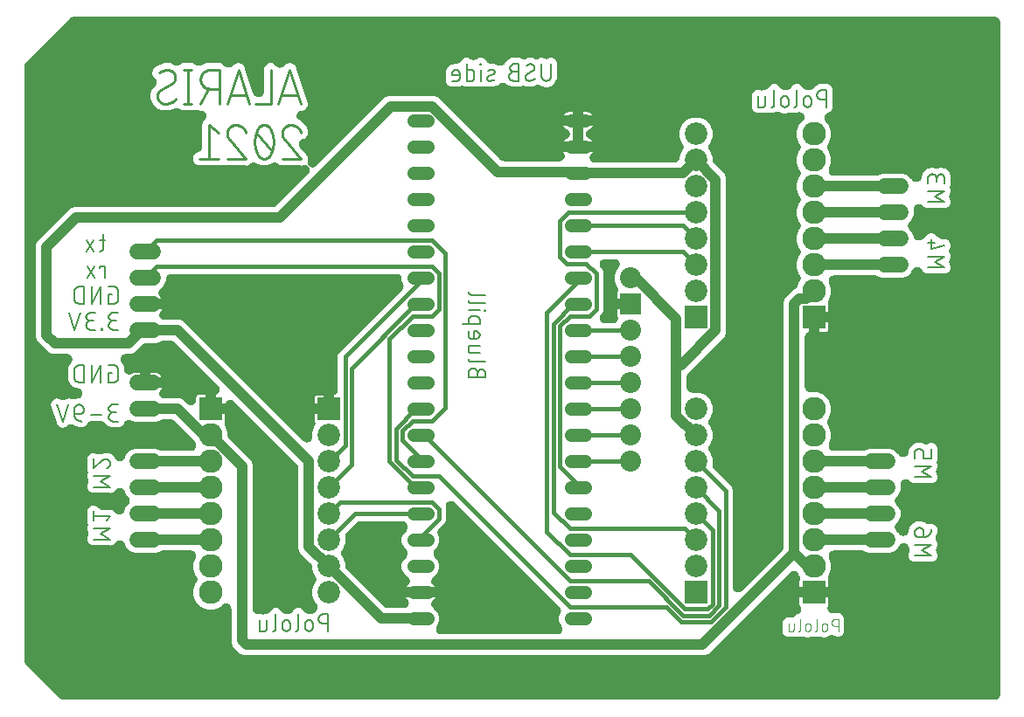
<source format=gbr>
G04 EAGLE Gerber RS-274X export*
G75*
%MOMM*%
%FSLAX34Y34*%
%LPD*%
%INBottom Copper*%
%IPPOS*%
%AMOC8*
5,1,8,0,0,1.08239X$1,22.5*%
G01*
%ADD10C,0.152400*%
%ADD11C,0.101600*%
%ADD12C,0.279400*%
%ADD13C,1.508000*%
%ADD14R,2.184400X2.184400*%
%ADD15C,2.184400*%
%ADD16R,2.286000X2.286000*%
%ADD17C,2.286000*%
%ADD18C,1.308000*%
%ADD19C,2.032000*%
%ADD20R,2.032000X2.032000*%
%ADD21C,1.016000*%
%ADD22C,0.381000*%

G36*
X924515Y-15230D02*
X924515Y-15230D01*
X924670Y-15230D01*
X924832Y-15210D01*
X924996Y-15199D01*
X925148Y-15170D01*
X925302Y-15151D01*
X925461Y-15111D01*
X925622Y-15080D01*
X925769Y-15032D01*
X925919Y-14994D01*
X926072Y-14934D01*
X926228Y-14883D01*
X926368Y-14818D01*
X926512Y-14761D01*
X926656Y-14682D01*
X926804Y-14612D01*
X926935Y-14530D01*
X927071Y-14455D01*
X927204Y-14359D01*
X927343Y-14271D01*
X927462Y-14173D01*
X927588Y-14082D01*
X927707Y-13970D01*
X927834Y-13866D01*
X927940Y-13753D01*
X928053Y-13647D01*
X928158Y-13521D01*
X928270Y-13402D01*
X928362Y-13276D01*
X928461Y-13157D01*
X928549Y-13019D01*
X928645Y-12887D01*
X928720Y-12751D01*
X928804Y-12620D01*
X928874Y-12472D01*
X928953Y-12329D01*
X929010Y-12185D01*
X929077Y-12045D01*
X929128Y-11889D01*
X929188Y-11736D01*
X929227Y-11586D01*
X929276Y-11439D01*
X929307Y-11278D01*
X929348Y-11120D01*
X929367Y-10966D01*
X929397Y-10814D01*
X929407Y-10655D01*
X929429Y-10488D01*
X929429Y-10319D01*
X929439Y-10160D01*
X929439Y641860D01*
X929430Y642015D01*
X929430Y642170D01*
X929410Y642332D01*
X929399Y642496D01*
X929370Y642648D01*
X929351Y642802D01*
X929311Y642961D01*
X929280Y643122D01*
X929232Y643269D01*
X929194Y643419D01*
X929134Y643572D01*
X929083Y643728D01*
X929018Y643868D01*
X928961Y644012D01*
X928882Y644156D01*
X928812Y644304D01*
X928730Y644435D01*
X928655Y644571D01*
X928559Y644704D01*
X928471Y644843D01*
X928373Y644962D01*
X928282Y645088D01*
X928170Y645207D01*
X928066Y645334D01*
X927953Y645440D01*
X927847Y645553D01*
X927721Y645658D01*
X927602Y645770D01*
X927476Y645862D01*
X927357Y645961D01*
X927219Y646049D01*
X927087Y646145D01*
X926951Y646220D01*
X926820Y646304D01*
X926672Y646374D01*
X926529Y646453D01*
X926385Y646510D01*
X926245Y646577D01*
X926089Y646628D01*
X925936Y646688D01*
X925786Y646727D01*
X925639Y646776D01*
X925478Y646807D01*
X925320Y646848D01*
X925166Y646867D01*
X925014Y646897D01*
X924855Y646907D01*
X924688Y646929D01*
X924519Y646929D01*
X924360Y646939D01*
X32260Y646939D01*
X32187Y646935D01*
X32114Y646937D01*
X31869Y646915D01*
X31624Y646899D01*
X31553Y646886D01*
X31480Y646879D01*
X31240Y646826D01*
X30998Y646780D01*
X30929Y646757D01*
X30858Y646742D01*
X30627Y646659D01*
X30392Y646583D01*
X30326Y646552D01*
X30257Y646528D01*
X30038Y646417D01*
X29816Y646312D01*
X29754Y646273D01*
X29689Y646240D01*
X29485Y646103D01*
X29277Y645971D01*
X29221Y645925D01*
X29161Y645884D01*
X28987Y645731D01*
X28786Y645566D01*
X28729Y645505D01*
X28668Y645452D01*
X-13752Y603032D01*
X-13800Y602977D01*
X-13853Y602927D01*
X-14011Y602738D01*
X-14173Y602554D01*
X-14214Y602493D01*
X-14261Y602437D01*
X-14393Y602230D01*
X-14531Y602027D01*
X-14564Y601962D01*
X-14604Y601900D01*
X-14709Y601678D01*
X-14821Y601459D01*
X-14845Y601391D01*
X-14877Y601325D01*
X-14953Y601091D01*
X-15037Y600860D01*
X-15053Y600789D01*
X-15076Y600719D01*
X-15122Y600478D01*
X-15176Y600238D01*
X-15183Y600165D01*
X-15197Y600094D01*
X-15212Y599863D01*
X-15237Y599604D01*
X-15234Y599520D01*
X-15239Y599440D01*
X-15239Y22860D01*
X-15235Y22787D01*
X-15237Y22714D01*
X-15215Y22469D01*
X-15199Y22224D01*
X-15186Y22153D01*
X-15179Y22080D01*
X-15126Y21840D01*
X-15080Y21598D01*
X-15057Y21529D01*
X-15042Y21458D01*
X-14959Y21227D01*
X-14883Y20992D01*
X-14852Y20926D01*
X-14828Y20857D01*
X-14717Y20638D01*
X-14612Y20416D01*
X-14573Y20354D01*
X-14540Y20289D01*
X-14403Y20085D01*
X-14271Y19877D01*
X-14225Y19821D01*
X-14184Y19761D01*
X-14031Y19587D01*
X-13866Y19386D01*
X-13805Y19329D01*
X-13752Y19268D01*
X19268Y-13752D01*
X19323Y-13800D01*
X19373Y-13853D01*
X19562Y-14011D01*
X19746Y-14173D01*
X19807Y-14214D01*
X19863Y-14261D01*
X20070Y-14393D01*
X20273Y-14531D01*
X20338Y-14564D01*
X20400Y-14604D01*
X20622Y-14709D01*
X20841Y-14821D01*
X20909Y-14845D01*
X20975Y-14877D01*
X21209Y-14953D01*
X21440Y-15037D01*
X21511Y-15053D01*
X21581Y-15076D01*
X21822Y-15122D01*
X22062Y-15176D01*
X22135Y-15183D01*
X22206Y-15197D01*
X22437Y-15212D01*
X22696Y-15237D01*
X22780Y-15234D01*
X22860Y-15239D01*
X924360Y-15239D01*
X924515Y-15230D01*
G37*
%LPC*%
G36*
X198004Y27939D02*
X198004Y27939D01*
X194269Y29486D01*
X186649Y37107D01*
X185102Y40841D01*
X185102Y73290D01*
X185087Y73526D01*
X185080Y73763D01*
X185067Y73844D01*
X185062Y73926D01*
X185018Y74158D01*
X184981Y74392D01*
X184958Y74471D01*
X184943Y74551D01*
X184869Y74777D01*
X184804Y75004D01*
X184771Y75079D01*
X184746Y75157D01*
X184645Y75372D01*
X184551Y75589D01*
X184510Y75660D01*
X184475Y75734D01*
X184348Y75934D01*
X184228Y76138D01*
X184178Y76203D01*
X184134Y76272D01*
X183983Y76455D01*
X183838Y76642D01*
X183780Y76700D01*
X183728Y76763D01*
X183556Y76926D01*
X183389Y77093D01*
X183324Y77144D01*
X183264Y77200D01*
X183072Y77340D01*
X182886Y77485D01*
X182815Y77527D01*
X182749Y77575D01*
X182542Y77689D01*
X182338Y77810D01*
X182263Y77843D01*
X182191Y77883D01*
X181971Y77970D01*
X181754Y78065D01*
X181675Y78088D01*
X181599Y78118D01*
X181369Y78177D01*
X181143Y78244D01*
X181062Y78257D01*
X180982Y78277D01*
X180747Y78308D01*
X180513Y78345D01*
X180432Y78348D01*
X180350Y78358D01*
X180113Y78359D01*
X179877Y78367D01*
X179795Y78359D01*
X179713Y78359D01*
X179478Y78330D01*
X179242Y78309D01*
X179162Y78291D01*
X179081Y78281D01*
X178851Y78222D01*
X178620Y78171D01*
X178543Y78144D01*
X178463Y78124D01*
X178243Y78037D01*
X178020Y77957D01*
X177947Y77921D01*
X177870Y77890D01*
X177662Y77777D01*
X177451Y77670D01*
X177383Y77624D01*
X177311Y77585D01*
X177119Y77446D01*
X176923Y77314D01*
X176863Y77261D01*
X176795Y77212D01*
X176605Y77034D01*
X176431Y76881D01*
X174453Y74903D01*
X168384Y72389D01*
X161816Y72389D01*
X155747Y74903D01*
X151103Y79547D01*
X148589Y85616D01*
X148589Y92184D01*
X151123Y98301D01*
X151126Y98305D01*
X151161Y98342D01*
X151200Y98396D01*
X151280Y98486D01*
X151367Y98614D01*
X151462Y98737D01*
X151524Y98841D01*
X151536Y98857D01*
X151553Y98888D01*
X151638Y99013D01*
X151709Y99151D01*
X151788Y99284D01*
X151853Y99435D01*
X151928Y99581D01*
X151980Y99726D01*
X152042Y99869D01*
X152088Y100026D01*
X152144Y100180D01*
X152178Y100331D01*
X152221Y100480D01*
X152247Y100642D01*
X152283Y100802D01*
X152298Y100956D01*
X152323Y101109D01*
X152328Y101273D01*
X152344Y101436D01*
X152339Y101591D01*
X152344Y101746D01*
X152329Y101909D01*
X152324Y102073D01*
X152300Y102226D01*
X152286Y102380D01*
X152251Y102540D01*
X152225Y102702D01*
X152182Y102851D01*
X152149Y103002D01*
X152094Y103157D01*
X152048Y103314D01*
X151987Y103457D01*
X151935Y103603D01*
X151861Y103749D01*
X151796Y103899D01*
X151717Y104033D01*
X151648Y104171D01*
X151556Y104307D01*
X151473Y104448D01*
X151378Y104571D01*
X151291Y104699D01*
X151186Y104819D01*
X151121Y104902D01*
X148589Y111016D01*
X148589Y117584D01*
X150632Y122516D01*
X150696Y122702D01*
X150768Y122884D01*
X150799Y123003D01*
X150839Y123119D01*
X150878Y123311D01*
X150927Y123500D01*
X150943Y123623D01*
X150968Y123743D01*
X150983Y123938D01*
X151008Y124132D01*
X151008Y124256D01*
X151018Y124378D01*
X151009Y124574D01*
X151009Y124770D01*
X150994Y124892D01*
X150988Y125015D01*
X150955Y125207D01*
X150931Y125402D01*
X150900Y125521D01*
X150879Y125642D01*
X150822Y125829D01*
X150774Y126019D01*
X150728Y126134D01*
X150692Y126251D01*
X150612Y126430D01*
X150540Y126612D01*
X150481Y126720D01*
X150431Y126832D01*
X150329Y126999D01*
X150235Y127171D01*
X150163Y127271D01*
X150098Y127376D01*
X149976Y127529D01*
X149862Y127688D01*
X149777Y127778D01*
X149701Y127874D01*
X149560Y128010D01*
X149427Y128153D01*
X149332Y128232D01*
X149244Y128318D01*
X149087Y128436D01*
X148937Y128561D01*
X148833Y128627D01*
X148735Y128701D01*
X148565Y128798D01*
X148400Y128904D01*
X148289Y128956D01*
X148182Y129017D01*
X148001Y129093D01*
X147824Y129177D01*
X147707Y129215D01*
X147594Y129262D01*
X147405Y129314D01*
X147219Y129376D01*
X147098Y129399D01*
X146980Y129432D01*
X146786Y129460D01*
X146593Y129497D01*
X146473Y129505D01*
X146349Y129523D01*
X146136Y129527D01*
X145940Y129539D01*
X118600Y129539D01*
X118568Y129537D01*
X118536Y129539D01*
X118249Y129517D01*
X117964Y129499D01*
X117933Y129493D01*
X117900Y129491D01*
X117619Y129434D01*
X117338Y129380D01*
X117308Y129370D01*
X117276Y129364D01*
X117039Y129283D01*
X116732Y129183D01*
X116694Y129166D01*
X116656Y129153D01*
X111650Y127079D01*
X91550Y127079D01*
X86911Y129001D01*
X83361Y132551D01*
X81806Y136305D01*
X81701Y136518D01*
X81604Y136734D01*
X81561Y136804D01*
X81525Y136877D01*
X81395Y137076D01*
X81271Y137278D01*
X81220Y137342D01*
X81176Y137410D01*
X81022Y137590D01*
X80874Y137776D01*
X80815Y137832D01*
X80762Y137895D01*
X80587Y138054D01*
X80417Y138220D01*
X80351Y138269D01*
X80291Y138324D01*
X80097Y138460D01*
X79908Y138603D01*
X79837Y138643D01*
X79770Y138690D01*
X79561Y138801D01*
X79355Y138919D01*
X79279Y138951D01*
X79207Y138989D01*
X78986Y139073D01*
X78766Y139164D01*
X78688Y139186D01*
X78611Y139215D01*
X78381Y139270D01*
X78152Y139333D01*
X78071Y139345D01*
X77992Y139364D01*
X77756Y139390D01*
X77522Y139424D01*
X77440Y139426D01*
X77359Y139435D01*
X77122Y139431D01*
X76885Y139436D01*
X76803Y139427D01*
X76722Y139426D01*
X76487Y139393D01*
X76251Y139367D01*
X76172Y139348D01*
X76091Y139337D01*
X75862Y139275D01*
X75631Y139220D01*
X75555Y139191D01*
X75476Y139170D01*
X75257Y139079D01*
X75035Y138996D01*
X74962Y138958D01*
X74887Y138927D01*
X74681Y138810D01*
X74471Y138699D01*
X74404Y138653D01*
X74333Y138612D01*
X74143Y138470D01*
X73949Y138335D01*
X73888Y138280D01*
X73823Y138231D01*
X73652Y138066D01*
X73476Y137907D01*
X73423Y137845D01*
X73364Y137788D01*
X73215Y137604D01*
X73170Y137551D01*
X72900Y137281D01*
X72706Y137061D01*
X72509Y136842D01*
X72495Y136822D01*
X72479Y136803D01*
X72270Y136496D01*
X72260Y136481D01*
X71946Y136249D01*
X71909Y136218D01*
X71870Y136192D01*
X71684Y136028D01*
X71459Y135838D01*
X71420Y135796D01*
X71378Y135759D01*
X71103Y135484D01*
X71033Y135450D01*
X70766Y135322D01*
X70746Y135309D01*
X70724Y135298D01*
X70414Y135095D01*
X70398Y135084D01*
X70019Y134990D01*
X69974Y134975D01*
X69927Y134966D01*
X69693Y134886D01*
X69412Y134797D01*
X69360Y134773D01*
X69307Y134755D01*
X68948Y134606D01*
X68869Y134601D01*
X68575Y134585D01*
X68551Y134581D01*
X68527Y134579D01*
X68163Y134510D01*
X68144Y134506D01*
X67757Y134564D01*
X67710Y134568D01*
X67664Y134577D01*
X67416Y134593D01*
X67123Y134618D01*
X67065Y134616D01*
X67010Y134619D01*
X50400Y134619D01*
X48252Y135509D01*
X46609Y137152D01*
X45719Y139300D01*
X45719Y141624D01*
X46677Y143937D01*
X46701Y144006D01*
X46731Y144072D01*
X46804Y144306D01*
X46884Y144540D01*
X46899Y144611D01*
X46920Y144681D01*
X46963Y144922D01*
X47013Y145163D01*
X47019Y145236D01*
X47032Y145308D01*
X47044Y145553D01*
X47063Y145799D01*
X47060Y145872D01*
X47063Y145945D01*
X47045Y146189D01*
X47034Y146435D01*
X47021Y146507D01*
X47016Y146580D01*
X46967Y146820D01*
X46924Y147063D01*
X46903Y147133D01*
X46888Y147204D01*
X46814Y147423D01*
X46738Y147672D01*
X46703Y147748D01*
X46677Y147824D01*
X45719Y150137D01*
X45719Y152462D01*
X45936Y152986D01*
X45960Y153055D01*
X45990Y153121D01*
X46063Y153356D01*
X46143Y153588D01*
X46158Y153660D01*
X46179Y153730D01*
X46222Y153971D01*
X46272Y154212D01*
X46278Y154285D01*
X46291Y154357D01*
X46303Y154602D01*
X46322Y154847D01*
X46319Y154920D01*
X46323Y154993D01*
X46304Y155238D01*
X46293Y155484D01*
X46280Y155556D01*
X46275Y155629D01*
X46226Y155870D01*
X46184Y156112D01*
X46162Y156181D01*
X46148Y156253D01*
X46073Y156472D01*
X45997Y156721D01*
X45962Y156797D01*
X45936Y156873D01*
X45719Y157397D01*
X45719Y168753D01*
X46609Y170900D01*
X48252Y172544D01*
X50400Y173433D01*
X52724Y173433D01*
X54872Y172544D01*
X57010Y170405D01*
X57065Y170357D01*
X57115Y170304D01*
X57304Y170146D01*
X57488Y169984D01*
X57548Y169943D01*
X57604Y169896D01*
X57812Y169764D01*
X58015Y169626D01*
X58080Y169593D01*
X58141Y169553D01*
X58363Y169448D01*
X58582Y169336D01*
X58651Y169312D01*
X58717Y169280D01*
X58951Y169204D01*
X59182Y169120D01*
X59253Y169104D01*
X59322Y169081D01*
X59564Y169035D01*
X59803Y168981D01*
X59876Y168974D01*
X59948Y168960D01*
X60179Y168945D01*
X60438Y168920D01*
X60521Y168923D01*
X60602Y168918D01*
X67213Y168918D01*
X67524Y168937D01*
X67774Y168949D01*
X68403Y169019D01*
X68577Y168980D01*
X68646Y168973D01*
X68715Y168960D01*
X68908Y168947D01*
X69495Y168704D01*
X69790Y168604D01*
X70025Y168518D01*
X70633Y168342D01*
X70779Y168240D01*
X70840Y168207D01*
X70899Y168169D01*
X71073Y168083D01*
X71522Y167634D01*
X71755Y167429D01*
X71940Y167259D01*
X72434Y166864D01*
X72530Y166714D01*
X72575Y166660D01*
X72614Y166602D01*
X72768Y166426D01*
X72936Y166223D01*
X72995Y166168D01*
X73046Y166110D01*
X73167Y165989D01*
X73313Y165860D01*
X73454Y165724D01*
X73552Y165649D01*
X73645Y165568D01*
X73806Y165458D01*
X73963Y165340D01*
X74070Y165279D01*
X74172Y165210D01*
X74346Y165121D01*
X74516Y165024D01*
X74629Y164976D01*
X74739Y164920D01*
X74923Y164854D01*
X75104Y164779D01*
X75223Y164746D01*
X75339Y164704D01*
X75529Y164661D01*
X75718Y164610D01*
X75840Y164592D01*
X75960Y164565D01*
X76155Y164546D01*
X76349Y164518D01*
X76472Y164516D01*
X76595Y164505D01*
X76790Y164511D01*
X76986Y164507D01*
X77108Y164520D01*
X77231Y164524D01*
X77424Y164554D01*
X77619Y164575D01*
X77739Y164604D01*
X77861Y164623D01*
X78048Y164677D01*
X78239Y164723D01*
X78355Y164766D01*
X78473Y164800D01*
X78652Y164878D01*
X78836Y164946D01*
X78945Y165004D01*
X79058Y165053D01*
X79226Y165152D01*
X79399Y165243D01*
X79501Y165313D01*
X79607Y165376D01*
X79761Y165496D01*
X79922Y165608D01*
X80013Y165690D01*
X80111Y165766D01*
X80249Y165904D01*
X80394Y166035D01*
X80475Y166129D01*
X80562Y166216D01*
X80682Y166370D01*
X80810Y166518D01*
X80878Y166621D01*
X80953Y166718D01*
X81053Y166886D01*
X81161Y167050D01*
X81214Y167158D01*
X81279Y167266D01*
X81364Y167461D01*
X81450Y167637D01*
X83361Y172249D01*
X85320Y174208D01*
X85422Y174325D01*
X85532Y174434D01*
X85590Y174509D01*
X85611Y174531D01*
X85644Y174576D01*
X85741Y174686D01*
X85829Y174814D01*
X85924Y174937D01*
X86008Y175078D01*
X86100Y175213D01*
X86170Y175351D01*
X86249Y175484D01*
X86315Y175635D01*
X86389Y175781D01*
X86442Y175926D01*
X86503Y176069D01*
X86550Y176226D01*
X86605Y176380D01*
X86639Y176531D01*
X86683Y176680D01*
X86709Y176842D01*
X86745Y177002D01*
X86759Y177156D01*
X86784Y177309D01*
X86790Y177473D01*
X86805Y177636D01*
X86800Y177791D01*
X86806Y177946D01*
X86791Y178109D01*
X86786Y178273D01*
X86762Y178426D01*
X86747Y178580D01*
X86712Y178740D01*
X86687Y178902D01*
X86644Y179051D01*
X86610Y179202D01*
X86555Y179357D01*
X86510Y179514D01*
X86448Y179657D01*
X86396Y179803D01*
X86322Y179949D01*
X86257Y180099D01*
X86179Y180233D01*
X86109Y180371D01*
X86017Y180507D01*
X85934Y180648D01*
X85839Y180771D01*
X85752Y180899D01*
X85647Y181019D01*
X85544Y181152D01*
X85425Y181272D01*
X85320Y181392D01*
X83361Y183351D01*
X81806Y187105D01*
X81701Y187318D01*
X81604Y187534D01*
X81561Y187604D01*
X81525Y187677D01*
X81395Y187876D01*
X81271Y188078D01*
X81220Y188142D01*
X81176Y188210D01*
X81022Y188390D01*
X80874Y188576D01*
X80815Y188632D01*
X80762Y188695D01*
X80587Y188854D01*
X80417Y189020D01*
X80351Y189069D01*
X80291Y189124D01*
X80097Y189260D01*
X79908Y189403D01*
X79837Y189443D01*
X79770Y189490D01*
X79561Y189601D01*
X79355Y189719D01*
X79279Y189751D01*
X79207Y189789D01*
X78986Y189873D01*
X78766Y189964D01*
X78688Y189986D01*
X78611Y190015D01*
X78381Y190070D01*
X78152Y190133D01*
X78071Y190145D01*
X77992Y190164D01*
X77756Y190190D01*
X77522Y190224D01*
X77440Y190226D01*
X77359Y190235D01*
X77122Y190231D01*
X76885Y190236D01*
X76803Y190227D01*
X76722Y190226D01*
X76487Y190193D01*
X76251Y190167D01*
X76172Y190148D01*
X76091Y190137D01*
X75862Y190075D01*
X75631Y190020D01*
X75555Y189991D01*
X75476Y189970D01*
X75257Y189879D01*
X75035Y189796D01*
X74962Y189758D01*
X74887Y189727D01*
X74681Y189610D01*
X74471Y189499D01*
X74404Y189453D01*
X74333Y189412D01*
X74143Y189270D01*
X73949Y189135D01*
X73888Y189080D01*
X73823Y189031D01*
X73652Y188866D01*
X73476Y188707D01*
X73423Y188645D01*
X73364Y188588D01*
X73215Y188404D01*
X73170Y188351D01*
X72900Y188081D01*
X72706Y187861D01*
X72509Y187642D01*
X72495Y187622D01*
X72479Y187603D01*
X72269Y187295D01*
X72260Y187281D01*
X71946Y187049D01*
X71909Y187018D01*
X71870Y186992D01*
X71684Y186828D01*
X71459Y186638D01*
X71420Y186596D01*
X71378Y186559D01*
X71103Y186284D01*
X71033Y186250D01*
X70766Y186122D01*
X70746Y186109D01*
X70724Y186098D01*
X70414Y185895D01*
X70398Y185884D01*
X70019Y185790D01*
X69974Y185775D01*
X69927Y185766D01*
X69693Y185686D01*
X69412Y185597D01*
X69360Y185573D01*
X69307Y185555D01*
X68948Y185406D01*
X68869Y185401D01*
X68575Y185385D01*
X68551Y185381D01*
X68527Y185379D01*
X68163Y185310D01*
X68144Y185306D01*
X67757Y185364D01*
X67710Y185368D01*
X67664Y185377D01*
X67416Y185393D01*
X67123Y185418D01*
X67065Y185416D01*
X67010Y185419D01*
X50400Y185419D01*
X48252Y186309D01*
X46609Y187952D01*
X45719Y190100D01*
X45719Y192424D01*
X46677Y194737D01*
X46701Y194806D01*
X46731Y194872D01*
X46804Y195107D01*
X46884Y195340D01*
X46898Y195411D01*
X46920Y195481D01*
X46963Y195723D01*
X47013Y195964D01*
X47019Y196036D01*
X47031Y196108D01*
X47044Y196353D01*
X47063Y196599D01*
X47060Y196672D01*
X47063Y196744D01*
X47045Y196989D01*
X47034Y197235D01*
X47021Y197307D01*
X47016Y197380D01*
X46966Y197621D01*
X46924Y197863D01*
X46903Y197933D01*
X46888Y198004D01*
X46814Y198223D01*
X46738Y198472D01*
X46703Y198548D01*
X46677Y198624D01*
X45719Y200937D01*
X45719Y203262D01*
X45936Y203786D01*
X45960Y203855D01*
X45990Y203921D01*
X46063Y204156D01*
X46143Y204388D01*
X46158Y204460D01*
X46179Y204530D01*
X46222Y204771D01*
X46272Y205012D01*
X46278Y205085D01*
X46291Y205157D01*
X46303Y205402D01*
X46322Y205647D01*
X46319Y205720D01*
X46323Y205793D01*
X46304Y206038D01*
X46293Y206284D01*
X46280Y206356D01*
X46275Y206429D01*
X46226Y206670D01*
X46184Y206912D01*
X46162Y206981D01*
X46148Y207053D01*
X46073Y207272D01*
X45997Y207521D01*
X45962Y207597D01*
X45936Y207673D01*
X45674Y208307D01*
X45652Y208421D01*
X45635Y208561D01*
X45703Y209391D01*
X45707Y209604D01*
X45719Y209801D01*
X45719Y219553D01*
X46609Y221700D01*
X48252Y223344D01*
X50400Y224233D01*
X52724Y224233D01*
X55290Y223170D01*
X55388Y223137D01*
X55484Y223095D01*
X55690Y223034D01*
X55893Y222964D01*
X55995Y222943D01*
X56094Y222913D01*
X56307Y222878D01*
X56517Y222835D01*
X56620Y222826D01*
X56723Y222810D01*
X56938Y222801D01*
X57152Y222784D01*
X57256Y222789D01*
X57360Y222785D01*
X57573Y222804D01*
X57788Y222814D01*
X57891Y222832D01*
X57994Y222841D01*
X58204Y222886D01*
X58416Y222923D01*
X58516Y222954D01*
X58617Y222976D01*
X58811Y223044D01*
X59025Y223110D01*
X59131Y223158D01*
X59235Y223194D01*
X61659Y224233D01*
X65725Y224233D01*
X69366Y222725D01*
X72152Y219938D01*
X72420Y219293D01*
X72524Y219080D01*
X72621Y218865D01*
X72664Y218795D01*
X72700Y218721D01*
X72830Y218523D01*
X72953Y218321D01*
X73005Y218257D01*
X73050Y218188D01*
X73203Y218009D01*
X73351Y217823D01*
X73410Y217766D01*
X73463Y217704D01*
X73638Y217545D01*
X73808Y217379D01*
X73874Y217330D01*
X73934Y217275D01*
X74128Y217139D01*
X74317Y216996D01*
X74388Y216955D01*
X74455Y216908D01*
X74665Y216797D01*
X74870Y216679D01*
X74946Y216648D01*
X75018Y216610D01*
X75240Y216525D01*
X75458Y216435D01*
X75537Y216413D01*
X75614Y216384D01*
X75844Y216328D01*
X76072Y216265D01*
X76154Y216254D01*
X76233Y216234D01*
X76469Y216208D01*
X76703Y216174D01*
X76785Y216173D01*
X76867Y216164D01*
X77103Y216167D01*
X77340Y216163D01*
X77422Y216172D01*
X77504Y216173D01*
X77738Y216206D01*
X77973Y216231D01*
X78053Y216250D01*
X78134Y216262D01*
X78363Y216324D01*
X78593Y216378D01*
X78670Y216407D01*
X78749Y216429D01*
X78968Y216519D01*
X79190Y216602D01*
X79262Y216640D01*
X79338Y216671D01*
X79544Y216788D01*
X79754Y216899D01*
X79821Y216946D01*
X79892Y216986D01*
X80082Y217128D01*
X80276Y217263D01*
X80337Y217318D01*
X80403Y217368D01*
X80573Y217532D01*
X80749Y217691D01*
X80802Y217753D01*
X80861Y217810D01*
X81010Y217995D01*
X81164Y218174D01*
X81209Y218242D01*
X81261Y218306D01*
X81385Y218508D01*
X81516Y218705D01*
X81551Y218778D01*
X81595Y218849D01*
X81703Y219085D01*
X81805Y219293D01*
X83361Y223049D01*
X86911Y226599D01*
X91550Y228521D01*
X111650Y228521D01*
X116656Y226447D01*
X116686Y226437D01*
X116715Y226423D01*
X116988Y226334D01*
X117259Y226241D01*
X117290Y226234D01*
X117320Y226224D01*
X117602Y226170D01*
X117883Y226112D01*
X117914Y226109D01*
X117946Y226103D01*
X118197Y226087D01*
X118518Y226061D01*
X118559Y226063D01*
X118600Y226061D01*
X145940Y226061D01*
X146135Y226073D01*
X146331Y226076D01*
X146453Y226093D01*
X146575Y226101D01*
X146768Y226137D01*
X146962Y226165D01*
X147081Y226197D01*
X147201Y226220D01*
X147388Y226280D01*
X147577Y226332D01*
X147690Y226379D01*
X147807Y226417D01*
X147985Y226500D01*
X148166Y226575D01*
X148273Y226635D01*
X148384Y226688D01*
X148549Y226792D01*
X148720Y226889D01*
X148818Y226963D01*
X148922Y227029D01*
X149073Y227153D01*
X149230Y227271D01*
X149318Y227356D01*
X149413Y227434D01*
X149548Y227577D01*
X149688Y227713D01*
X149766Y227809D01*
X149850Y227898D01*
X149965Y228057D01*
X150088Y228209D01*
X150153Y228314D01*
X150225Y228413D01*
X150319Y228585D01*
X150422Y228752D01*
X150473Y228864D01*
X150533Y228971D01*
X150605Y229154D01*
X150686Y229332D01*
X150723Y229449D01*
X150768Y229564D01*
X150817Y229753D01*
X150875Y229940D01*
X150897Y230061D01*
X150927Y230180D01*
X150952Y230375D01*
X150986Y230567D01*
X150993Y230690D01*
X151008Y230812D01*
X151009Y231008D01*
X151018Y231204D01*
X151009Y231326D01*
X151009Y231450D01*
X150985Y231644D01*
X150970Y231839D01*
X150946Y231960D01*
X150931Y232082D01*
X150882Y232272D01*
X150843Y232463D01*
X150805Y232577D01*
X150774Y232699D01*
X150696Y232897D01*
X150632Y233084D01*
X149947Y234737D01*
X149933Y234766D01*
X149923Y234796D01*
X149793Y235052D01*
X149667Y235309D01*
X149650Y235336D01*
X149635Y235364D01*
X149475Y235602D01*
X149318Y235842D01*
X149297Y235866D01*
X149279Y235893D01*
X149114Y236080D01*
X148904Y236326D01*
X148873Y236355D01*
X148846Y236385D01*
X138432Y246800D01*
X138367Y246927D01*
X138241Y247185D01*
X138223Y247212D01*
X138209Y247240D01*
X138049Y247476D01*
X137891Y247717D01*
X137870Y247742D01*
X137852Y247768D01*
X137687Y247957D01*
X137478Y248202D01*
X137447Y248230D01*
X137420Y248261D01*
X130629Y255052D01*
X130574Y255100D01*
X130524Y255153D01*
X130336Y255310D01*
X130151Y255473D01*
X130091Y255514D01*
X130035Y255561D01*
X129827Y255693D01*
X129624Y255831D01*
X129559Y255864D01*
X129498Y255904D01*
X129276Y256009D01*
X129057Y256121D01*
X128988Y256145D01*
X128922Y256177D01*
X128688Y256254D01*
X128457Y256337D01*
X128386Y256353D01*
X128317Y256376D01*
X128075Y256422D01*
X127836Y256476D01*
X127763Y256483D01*
X127691Y256497D01*
X127460Y256512D01*
X127201Y256537D01*
X127118Y256534D01*
X127037Y256539D01*
X118600Y256539D01*
X118568Y256537D01*
X118536Y256539D01*
X118249Y256517D01*
X117964Y256499D01*
X117933Y256493D01*
X117901Y256491D01*
X117619Y256434D01*
X117338Y256380D01*
X117308Y256370D01*
X117276Y256364D01*
X117039Y256283D01*
X116732Y256183D01*
X116694Y256166D01*
X116656Y256153D01*
X111650Y254079D01*
X91550Y254079D01*
X87647Y255696D01*
X87500Y255746D01*
X87357Y255806D01*
X87199Y255849D01*
X87044Y255902D01*
X86892Y255934D01*
X86743Y255975D01*
X86581Y255998D01*
X86420Y256032D01*
X86265Y256044D01*
X86112Y256066D01*
X85949Y256069D01*
X85785Y256082D01*
X85630Y256075D01*
X85475Y256077D01*
X85312Y256060D01*
X85148Y256052D01*
X84996Y256026D01*
X84842Y256009D01*
X84682Y255971D01*
X84521Y255943D01*
X84373Y255898D01*
X84222Y255862D01*
X84068Y255804D01*
X83912Y255756D01*
X83770Y255693D01*
X83625Y255638D01*
X83480Y255562D01*
X83331Y255495D01*
X83199Y255414D01*
X83061Y255342D01*
X82927Y255248D01*
X82787Y255162D01*
X82666Y255065D01*
X82539Y254977D01*
X82418Y254867D01*
X82289Y254764D01*
X82181Y254653D01*
X82067Y254549D01*
X81960Y254425D01*
X81845Y254308D01*
X81752Y254184D01*
X81651Y254066D01*
X81561Y253930D01*
X81462Y253799D01*
X81385Y253664D01*
X81300Y253535D01*
X81229Y253392D01*
X81145Y253246D01*
X81081Y253090D01*
X81010Y252947D01*
X80391Y251452D01*
X78748Y249809D01*
X76600Y248919D01*
X68558Y248919D01*
X64298Y250971D01*
X62418Y253329D01*
X62392Y253358D01*
X62369Y253389D01*
X62178Y253593D01*
X61990Y253801D01*
X61960Y253826D01*
X61934Y253855D01*
X61718Y254034D01*
X61507Y254216D01*
X61474Y254237D01*
X61444Y254262D01*
X61208Y254413D01*
X60975Y254567D01*
X60940Y254584D01*
X60907Y254605D01*
X60654Y254726D01*
X60404Y254849D01*
X60367Y254862D01*
X60331Y254878D01*
X60065Y254966D01*
X59801Y255057D01*
X59763Y255065D01*
X59726Y255077D01*
X59452Y255131D01*
X59178Y255188D01*
X59139Y255191D01*
X59101Y255199D01*
X58851Y255215D01*
X58543Y255240D01*
X58494Y255238D01*
X58447Y255241D01*
X50202Y255241D01*
X50088Y255234D01*
X49974Y255236D01*
X49770Y255214D01*
X49566Y255201D01*
X49454Y255180D01*
X49340Y255167D01*
X49141Y255120D01*
X48940Y255082D01*
X48831Y255047D01*
X48721Y255020D01*
X48529Y254948D01*
X48334Y254885D01*
X48231Y254837D01*
X48124Y254797D01*
X47943Y254701D01*
X47757Y254614D01*
X47661Y254553D01*
X47560Y254500D01*
X47392Y254383D01*
X47219Y254273D01*
X47131Y254200D01*
X47038Y254135D01*
X46886Y253998D01*
X46728Y253867D01*
X46650Y253784D01*
X46565Y253708D01*
X46431Y253552D01*
X46291Y253403D01*
X46224Y253311D01*
X46150Y253225D01*
X46037Y253054D01*
X45916Y252888D01*
X45861Y252788D01*
X45798Y252693D01*
X45711Y252517D01*
X45609Y252330D01*
X45562Y252214D01*
X45509Y252106D01*
X45238Y251452D01*
X43595Y249809D01*
X41447Y248919D01*
X37686Y248919D01*
X32794Y250945D01*
X32755Y250980D01*
X32742Y250989D01*
X32729Y251000D01*
X32478Y251169D01*
X32229Y251338D01*
X32214Y251345D01*
X32200Y251355D01*
X31930Y251491D01*
X31661Y251628D01*
X31646Y251633D01*
X31631Y251640D01*
X31344Y251742D01*
X31062Y251844D01*
X31046Y251847D01*
X31030Y251853D01*
X30735Y251917D01*
X30440Y251983D01*
X30423Y251985D01*
X30407Y251988D01*
X30107Y252015D01*
X29806Y252044D01*
X29789Y252043D01*
X29773Y252045D01*
X29472Y252033D01*
X29169Y252024D01*
X29152Y252022D01*
X29136Y252021D01*
X28840Y251972D01*
X28539Y251925D01*
X28524Y251921D01*
X28507Y251918D01*
X28219Y251832D01*
X27927Y251748D01*
X27912Y251742D01*
X27897Y251737D01*
X27621Y251616D01*
X27342Y251496D01*
X27328Y251488D01*
X27313Y251481D01*
X27053Y251326D01*
X26793Y251173D01*
X26780Y251163D01*
X26766Y251154D01*
X26529Y250969D01*
X26289Y250783D01*
X26277Y250771D01*
X26265Y250761D01*
X26100Y250594D01*
X25838Y250333D01*
X25822Y250313D01*
X25804Y250295D01*
X25570Y250024D01*
X25522Y249997D01*
X25254Y249842D01*
X25247Y249837D01*
X25238Y249832D01*
X24934Y249600D01*
X24529Y249465D01*
X24498Y249452D01*
X24467Y249444D01*
X24235Y249346D01*
X23938Y249226D01*
X23901Y249205D01*
X23863Y249189D01*
X23481Y248998D01*
X23427Y248991D01*
X23120Y248950D01*
X23111Y248948D01*
X23101Y248947D01*
X22731Y248849D01*
X22305Y248879D01*
X22272Y248879D01*
X22240Y248883D01*
X22025Y248882D01*
X21961Y248882D01*
X21668Y248884D01*
X21626Y248879D01*
X21584Y248879D01*
X21158Y248849D01*
X21103Y248863D01*
X20806Y248943D01*
X20797Y248944D01*
X20787Y248947D01*
X20408Y248998D01*
X20026Y249189D01*
X19996Y249202D01*
X19967Y249218D01*
X19735Y249312D01*
X19439Y249438D01*
X19399Y249449D01*
X19361Y249465D01*
X18955Y249600D01*
X18910Y249634D01*
X18666Y249822D01*
X18658Y249826D01*
X18650Y249832D01*
X18319Y250024D01*
X18039Y250347D01*
X18016Y250371D01*
X17996Y250396D01*
X17818Y250573D01*
X17592Y250802D01*
X17559Y250828D01*
X17530Y250857D01*
X17207Y251137D01*
X17180Y251184D01*
X17025Y251452D01*
X17019Y251460D01*
X17014Y251468D01*
X16782Y251772D01*
X16647Y252178D01*
X16635Y252208D01*
X16626Y252240D01*
X16528Y252471D01*
X16408Y252769D01*
X16388Y252805D01*
X16372Y252843D01*
X16180Y253226D01*
X16173Y253278D01*
X16133Y253587D01*
X16131Y253596D01*
X16129Y253606D01*
X15975Y254187D01*
X15966Y254221D01*
X10616Y270273D01*
X10780Y272591D01*
X11820Y274670D01*
X13576Y276193D01*
X15781Y276928D01*
X18099Y276764D01*
X19673Y275977D01*
X19779Y275932D01*
X19880Y275879D01*
X20071Y275808D01*
X20260Y275728D01*
X20370Y275697D01*
X20477Y275657D01*
X20676Y275610D01*
X20873Y275555D01*
X20986Y275538D01*
X21098Y275512D01*
X21301Y275490D01*
X21503Y275460D01*
X21617Y275457D01*
X21731Y275445D01*
X21936Y275449D01*
X22140Y275444D01*
X22254Y275456D01*
X22368Y275458D01*
X22570Y275488D01*
X22774Y275509D01*
X22885Y275534D01*
X22999Y275551D01*
X23195Y275606D01*
X23395Y275652D01*
X23502Y275691D01*
X23612Y275722D01*
X23794Y275799D01*
X23993Y275872D01*
X24105Y275930D01*
X24216Y275977D01*
X25790Y276764D01*
X28108Y276928D01*
X30253Y276214D01*
X30353Y276187D01*
X30449Y276153D01*
X30660Y276106D01*
X30869Y276050D01*
X30971Y276037D01*
X31071Y276014D01*
X31286Y275994D01*
X31500Y275966D01*
X31603Y275965D01*
X31706Y275955D01*
X31921Y275962D01*
X32137Y275961D01*
X32240Y275973D01*
X32342Y275976D01*
X32547Y276009D01*
X32770Y276035D01*
X32881Y276063D01*
X32989Y276080D01*
X36967Y276988D01*
X37032Y277007D01*
X37098Y277020D01*
X37337Y277097D01*
X37578Y277169D01*
X37640Y277196D01*
X37704Y277217D01*
X37931Y277323D01*
X38161Y277424D01*
X38220Y277459D01*
X38281Y277488D01*
X38493Y277622D01*
X38709Y277751D01*
X38762Y277792D01*
X38819Y277829D01*
X39013Y277988D01*
X39210Y278143D01*
X39258Y278191D01*
X39310Y278234D01*
X39482Y278417D01*
X39659Y278595D01*
X39701Y278649D01*
X39747Y278698D01*
X39895Y278901D01*
X40048Y279100D01*
X40082Y279159D01*
X40122Y279213D01*
X40243Y279433D01*
X40370Y279650D01*
X40397Y279712D01*
X40430Y279771D01*
X40522Y280005D01*
X40621Y280235D01*
X40640Y280301D01*
X40665Y280364D01*
X40728Y280607D01*
X40797Y280848D01*
X40807Y280915D01*
X40824Y280980D01*
X40856Y281229D01*
X40895Y281477D01*
X40897Y281545D01*
X40905Y281612D01*
X40906Y281863D01*
X40913Y282114D01*
X40906Y282182D01*
X40906Y282250D01*
X40875Y282499D01*
X40851Y282748D01*
X40836Y282814D01*
X40828Y282882D01*
X40766Y283125D01*
X40710Y283370D01*
X40687Y283434D01*
X40671Y283499D01*
X40579Y283733D01*
X40493Y283969D01*
X40462Y284029D01*
X40437Y284092D01*
X40317Y284313D01*
X40202Y284536D01*
X40164Y284592D01*
X40132Y284651D01*
X39984Y284855D01*
X39843Y285062D01*
X39798Y285113D01*
X39759Y285168D01*
X39587Y285351D01*
X39421Y285539D01*
X39370Y285584D01*
X39324Y285633D01*
X39131Y285794D01*
X38942Y285959D01*
X38886Y285997D01*
X38834Y286041D01*
X38623Y286176D01*
X38414Y286316D01*
X38354Y286347D01*
X38297Y286384D01*
X38070Y286491D01*
X37846Y286605D01*
X37783Y286628D01*
X37721Y286657D01*
X37482Y286735D01*
X37246Y286820D01*
X37180Y286834D01*
X37116Y286855D01*
X36869Y286903D01*
X36624Y286958D01*
X36557Y286964D01*
X36490Y286977D01*
X36256Y286992D01*
X35990Y287017D01*
X35912Y287014D01*
X35837Y287019D01*
X35515Y287019D01*
X31708Y288596D01*
X28794Y291510D01*
X27217Y295317D01*
X27217Y306663D01*
X28794Y310470D01*
X29693Y311368D01*
X29849Y311545D01*
X30012Y311718D01*
X30060Y311785D01*
X30114Y311846D01*
X30247Y312042D01*
X30387Y312234D01*
X30426Y312305D01*
X30473Y312373D01*
X30580Y312584D01*
X30694Y312791D01*
X30725Y312868D01*
X30762Y312941D01*
X30842Y313164D01*
X30930Y313384D01*
X30950Y313463D01*
X30978Y313540D01*
X31030Y313771D01*
X31089Y314000D01*
X31100Y314082D01*
X31118Y314162D01*
X31140Y314397D01*
X31170Y314632D01*
X31170Y314715D01*
X31178Y314796D01*
X31171Y315032D01*
X31171Y315270D01*
X31161Y315351D01*
X31159Y315433D01*
X31122Y315666D01*
X31093Y315902D01*
X31072Y315981D01*
X31060Y316062D01*
X30994Y316290D01*
X30935Y316519D01*
X30905Y316596D01*
X30883Y316674D01*
X30789Y316891D01*
X30702Y317112D01*
X30663Y317184D01*
X30630Y317259D01*
X30511Y317463D01*
X30397Y317671D01*
X30348Y317738D01*
X30307Y317808D01*
X30162Y317995D01*
X30023Y318188D01*
X29967Y318248D01*
X29917Y318312D01*
X29750Y318480D01*
X29588Y318653D01*
X29525Y318706D01*
X29467Y318764D01*
X29281Y318909D01*
X29099Y319061D01*
X29030Y319105D01*
X28965Y319155D01*
X28761Y319276D01*
X28562Y319404D01*
X28488Y319439D01*
X28417Y319481D01*
X28200Y319575D01*
X27986Y319677D01*
X27908Y319702D01*
X27833Y319735D01*
X27606Y319802D01*
X27381Y319876D01*
X27300Y319891D01*
X27221Y319914D01*
X26988Y319952D01*
X26755Y319997D01*
X26675Y320002D01*
X26592Y320015D01*
X26332Y320024D01*
X26101Y320039D01*
X12266Y320039D01*
X8532Y321586D01*
X4959Y325159D01*
X-2264Y332382D01*
X-3811Y336116D01*
X-3811Y425884D01*
X-2264Y429618D01*
X1309Y433191D01*
X29169Y461051D01*
X32904Y462598D01*
X225462Y462598D01*
X225535Y462603D01*
X225608Y462600D01*
X225853Y462623D01*
X226098Y462638D01*
X226170Y462652D01*
X226243Y462659D01*
X226483Y462711D01*
X226724Y462757D01*
X226794Y462780D01*
X226865Y462796D01*
X227096Y462878D01*
X227330Y462954D01*
X227396Y462985D01*
X227465Y463010D01*
X227684Y463120D01*
X227907Y463225D01*
X227969Y463264D01*
X228034Y463297D01*
X228237Y463434D01*
X228445Y463566D01*
X228501Y463613D01*
X228562Y463653D01*
X228735Y463806D01*
X228936Y463972D01*
X228994Y464033D01*
X229054Y464086D01*
X259728Y494760D01*
X259911Y494967D01*
X260099Y495173D01*
X260122Y495207D01*
X260149Y495238D01*
X260305Y495467D01*
X260465Y495694D01*
X260484Y495731D01*
X260507Y495765D01*
X260633Y496012D01*
X260764Y496257D01*
X260778Y496296D01*
X260797Y496332D01*
X260891Y496593D01*
X260990Y496853D01*
X260999Y496893D01*
X261013Y496932D01*
X261074Y497202D01*
X261139Y497472D01*
X261143Y497513D01*
X261152Y497553D01*
X261179Y497829D01*
X261210Y498106D01*
X261209Y498147D01*
X261213Y498187D01*
X261204Y498464D01*
X261200Y498743D01*
X261195Y498783D01*
X261193Y498824D01*
X261150Y499099D01*
X261112Y499374D01*
X261101Y499413D01*
X261094Y499454D01*
X261017Y499721D01*
X260944Y499988D01*
X260929Y500026D01*
X260917Y500066D01*
X260807Y500321D01*
X260702Y500577D01*
X260681Y500613D01*
X260665Y500651D01*
X260524Y500891D01*
X260387Y501132D01*
X260363Y501164D01*
X260342Y501200D01*
X260171Y501420D01*
X260006Y501642D01*
X259977Y501671D01*
X259952Y501704D01*
X259756Y501901D01*
X259563Y502100D01*
X259531Y502126D01*
X259502Y502155D01*
X259283Y502326D01*
X259067Y502500D01*
X259032Y502521D01*
X259000Y502547D01*
X258760Y502689D01*
X258525Y502834D01*
X258487Y502851D01*
X258452Y502872D01*
X258197Y502983D01*
X257945Y503098D01*
X257905Y503110D01*
X257868Y503126D01*
X257600Y503205D01*
X257336Y503287D01*
X257296Y503294D01*
X257256Y503306D01*
X256981Y503350D01*
X256709Y503398D01*
X256668Y503400D01*
X256627Y503407D01*
X256349Y503416D01*
X256072Y503430D01*
X256032Y503427D01*
X255991Y503429D01*
X255714Y503403D01*
X255437Y503382D01*
X255397Y503374D01*
X255356Y503370D01*
X255085Y503311D01*
X254813Y503255D01*
X254774Y503242D01*
X254734Y503233D01*
X254431Y503125D01*
X254193Y503044D01*
X253797Y502880D01*
X253784Y502879D01*
X253641Y502852D01*
X253496Y502835D01*
X253469Y502828D01*
X252546Y502903D01*
X252333Y502907D01*
X252135Y502919D01*
X233111Y502919D01*
X230730Y503905D01*
X230476Y504159D01*
X230352Y504270D01*
X230233Y504387D01*
X230112Y504480D01*
X229999Y504581D01*
X229861Y504675D01*
X229729Y504776D01*
X229597Y504853D01*
X229472Y504939D01*
X229323Y505015D01*
X229179Y505099D01*
X229040Y505159D01*
X228904Y505228D01*
X228747Y505285D01*
X228594Y505351D01*
X228448Y505393D01*
X228305Y505445D01*
X228142Y505481D01*
X227982Y505527D01*
X227831Y505551D01*
X227683Y505584D01*
X227517Y505600D01*
X227352Y505626D01*
X227200Y505630D01*
X227049Y505644D01*
X226882Y505639D01*
X226715Y505644D01*
X226564Y505630D01*
X226412Y505625D01*
X226247Y505599D01*
X226081Y505583D01*
X225933Y505550D01*
X225783Y505526D01*
X225622Y505480D01*
X225460Y505443D01*
X225321Y505392D01*
X225170Y505349D01*
X225004Y505277D01*
X224844Y505219D01*
X219603Y502919D01*
X214060Y502919D01*
X208819Y505219D01*
X208662Y505276D01*
X208509Y505343D01*
X208363Y505386D01*
X208221Y505438D01*
X208058Y505475D01*
X207898Y505522D01*
X207748Y505546D01*
X207599Y505580D01*
X207433Y505597D01*
X207269Y505623D01*
X207117Y505629D01*
X206966Y505644D01*
X206799Y505639D01*
X206632Y505645D01*
X206481Y505631D01*
X206329Y505627D01*
X206163Y505602D01*
X205998Y505587D01*
X205849Y505554D01*
X205699Y505531D01*
X205538Y505486D01*
X205375Y505450D01*
X205232Y505399D01*
X205086Y505357D01*
X204932Y505292D01*
X204775Y505236D01*
X204640Y505167D01*
X204500Y505108D01*
X204355Y505023D01*
X204207Y504948D01*
X204081Y504863D01*
X203949Y504787D01*
X203817Y504685D01*
X203679Y504592D01*
X203567Y504494D01*
X203443Y504399D01*
X203314Y504272D01*
X203186Y504159D01*
X202860Y503833D01*
X202848Y503827D01*
X202726Y503747D01*
X202600Y503676D01*
X202577Y503659D01*
X201696Y503375D01*
X201497Y503297D01*
X201310Y503233D01*
X200457Y502880D01*
X200444Y502879D01*
X200301Y502852D01*
X200156Y502835D01*
X200129Y502828D01*
X199206Y502903D01*
X198993Y502907D01*
X198795Y502919D01*
X179771Y502919D01*
X178770Y503334D01*
X178701Y503358D01*
X178635Y503388D01*
X178400Y503461D01*
X178167Y503540D01*
X178096Y503555D01*
X178026Y503577D01*
X177785Y503620D01*
X177543Y503670D01*
X177471Y503675D01*
X177399Y503688D01*
X177154Y503701D01*
X176908Y503720D01*
X176835Y503717D01*
X176762Y503720D01*
X176518Y503702D01*
X176272Y503690D01*
X176200Y503678D01*
X176127Y503672D01*
X175886Y503623D01*
X175644Y503581D01*
X175574Y503560D01*
X175503Y503545D01*
X175284Y503471D01*
X175035Y503394D01*
X174959Y503360D01*
X174883Y503334D01*
X173881Y502919D01*
X153101Y502919D01*
X150720Y503905D01*
X148898Y505728D01*
X147912Y508108D01*
X147912Y510686D01*
X148898Y513066D01*
X150720Y514889D01*
X153878Y516197D01*
X153980Y516247D01*
X154087Y516288D01*
X154267Y516387D01*
X154450Y516477D01*
X154545Y516539D01*
X154646Y516594D01*
X154812Y516714D01*
X154983Y516826D01*
X155070Y516900D01*
X155162Y516967D01*
X155312Y517107D01*
X155467Y517240D01*
X155544Y517324D01*
X155628Y517402D01*
X155759Y517560D01*
X155897Y517711D01*
X155962Y517804D01*
X156035Y517892D01*
X156145Y518064D01*
X156263Y518232D01*
X156317Y518333D01*
X156378Y518429D01*
X156466Y518614D01*
X156562Y518795D01*
X156602Y518901D01*
X156651Y519005D01*
X156715Y519199D01*
X156788Y519391D01*
X156814Y519502D01*
X156850Y519610D01*
X156889Y519811D01*
X156937Y520010D01*
X156950Y520123D01*
X156971Y520235D01*
X156984Y520432D01*
X157008Y520643D01*
X157006Y520769D01*
X157014Y520889D01*
X157014Y541523D01*
X156994Y541833D01*
X156983Y542084D01*
X156903Y542796D01*
X156952Y543012D01*
X156958Y543081D01*
X156971Y543150D01*
X156986Y543383D01*
X156987Y543387D01*
X157262Y544051D01*
X157363Y544345D01*
X157448Y544581D01*
X157647Y545269D01*
X157774Y545450D01*
X157807Y545512D01*
X157845Y545570D01*
X157948Y545779D01*
X157950Y545783D01*
X158458Y546291D01*
X158664Y546524D01*
X158833Y546710D01*
X159815Y547937D01*
X159869Y548014D01*
X159930Y548086D01*
X160052Y548275D01*
X160181Y548458D01*
X160225Y548541D01*
X160276Y548621D01*
X160374Y548823D01*
X160479Y549021D01*
X160512Y549110D01*
X160553Y549195D01*
X160624Y549407D01*
X160704Y549617D01*
X160726Y549709D01*
X160756Y549799D01*
X160800Y550019D01*
X160852Y550237D01*
X160862Y550331D01*
X160881Y550423D01*
X160897Y550648D01*
X160922Y550870D01*
X160921Y550965D01*
X160927Y551059D01*
X160916Y551283D01*
X160912Y551507D01*
X160899Y551601D01*
X160894Y551695D01*
X160854Y551916D01*
X160822Y552138D01*
X160798Y552229D01*
X160781Y552322D01*
X160714Y552537D01*
X160655Y552753D01*
X160618Y552840D01*
X160590Y552930D01*
X160497Y553134D01*
X160411Y553341D01*
X160364Y553423D01*
X160325Y553509D01*
X160207Y553701D01*
X160096Y553895D01*
X160039Y553970D01*
X159989Y554051D01*
X159848Y554226D01*
X159714Y554405D01*
X159648Y554473D01*
X159588Y554546D01*
X159427Y554702D01*
X159271Y554863D01*
X159197Y554922D01*
X159129Y554987D01*
X158949Y555121D01*
X158774Y555262D01*
X158693Y555311D01*
X158617Y555368D01*
X158422Y555478D01*
X158231Y555595D01*
X158145Y555634D01*
X158063Y555681D01*
X157855Y555766D01*
X157651Y555858D01*
X157560Y555886D01*
X157473Y555922D01*
X157256Y555980D01*
X157042Y556047D01*
X156949Y556063D01*
X156858Y556088D01*
X156645Y556116D01*
X156414Y556157D01*
X156309Y556162D01*
X156208Y556176D01*
X153522Y556367D01*
X153180Y556538D01*
X152947Y556637D01*
X152717Y556741D01*
X152654Y556761D01*
X152594Y556786D01*
X152350Y556855D01*
X152109Y556930D01*
X152044Y556942D01*
X151981Y556960D01*
X151730Y556998D01*
X151481Y557042D01*
X151416Y557045D01*
X151351Y557055D01*
X151097Y557061D01*
X150845Y557074D01*
X150779Y557069D01*
X150714Y557070D01*
X150462Y557045D01*
X150210Y557026D01*
X150145Y557013D01*
X150080Y557006D01*
X149833Y556949D01*
X149585Y556899D01*
X149524Y556878D01*
X149459Y556863D01*
X149194Y556765D01*
X148965Y556687D01*
X147931Y556259D01*
X138073Y556259D01*
X135678Y557251D01*
X135646Y557279D01*
X135552Y557376D01*
X135408Y557490D01*
X135269Y557612D01*
X135158Y557687D01*
X135052Y557771D01*
X134895Y557866D01*
X134743Y557970D01*
X134623Y558031D01*
X134507Y558101D01*
X134339Y558176D01*
X134175Y558259D01*
X134048Y558305D01*
X133925Y558360D01*
X133749Y558413D01*
X133576Y558475D01*
X133444Y558505D01*
X133315Y558544D01*
X133133Y558575D01*
X132954Y558615D01*
X132820Y558628D01*
X132687Y558650D01*
X132503Y558658D01*
X132320Y558675D01*
X132185Y558671D01*
X132050Y558677D01*
X131867Y558661D01*
X131683Y558656D01*
X131550Y558635D01*
X131415Y558624D01*
X131235Y558585D01*
X131053Y558557D01*
X130924Y558519D01*
X130792Y558492D01*
X130618Y558431D01*
X130441Y558380D01*
X130318Y558327D01*
X130190Y558282D01*
X130031Y558203D01*
X129856Y558128D01*
X129729Y558053D01*
X129604Y557990D01*
X129216Y557765D01*
X123628Y556259D01*
X117998Y556259D01*
X112941Y558354D01*
X109070Y562224D01*
X106976Y567282D01*
X106976Y572443D01*
X108621Y577006D01*
X111595Y580593D01*
X111734Y580784D01*
X111880Y580971D01*
X111922Y581042D01*
X111970Y581108D01*
X112084Y581315D01*
X112205Y581519D01*
X112238Y581594D01*
X112278Y581666D01*
X112365Y581886D01*
X112460Y582103D01*
X112483Y582182D01*
X112513Y582258D01*
X112572Y582487D01*
X112639Y582714D01*
X112652Y582795D01*
X112673Y582875D01*
X112703Y583110D01*
X112740Y583343D01*
X112743Y583425D01*
X112754Y583507D01*
X112754Y583743D01*
X112762Y583980D01*
X112755Y584062D01*
X112755Y584144D01*
X112726Y584379D01*
X112704Y584614D01*
X112686Y584695D01*
X112676Y584777D01*
X112618Y585006D01*
X112567Y585237D01*
X112539Y585314D01*
X112519Y585394D01*
X112433Y585614D01*
X112353Y585837D01*
X112316Y585910D01*
X112286Y585987D01*
X112172Y586194D01*
X112066Y586405D01*
X112020Y586474D01*
X111980Y586546D01*
X111842Y586738D01*
X111709Y586934D01*
X111655Y586996D01*
X111607Y587062D01*
X111446Y587235D01*
X111290Y587413D01*
X111228Y587468D01*
X111172Y587528D01*
X111007Y587665D01*
X109318Y589917D01*
X108679Y592413D01*
X109043Y594964D01*
X110356Y597182D01*
X111387Y597955D01*
X114000Y599915D01*
X120199Y601981D01*
X126202Y601981D01*
X130474Y600211D01*
X130582Y600174D01*
X130687Y600129D01*
X130883Y600071D01*
X131077Y600005D01*
X131189Y599982D01*
X131298Y599949D01*
X131501Y599917D01*
X131701Y599875D01*
X131815Y599866D01*
X131927Y599848D01*
X132132Y599841D01*
X132336Y599825D01*
X132450Y599830D01*
X132564Y599827D01*
X132768Y599845D01*
X132973Y599855D01*
X133085Y599874D01*
X133199Y599885D01*
X133399Y599929D01*
X133600Y599964D01*
X133709Y599997D01*
X133821Y600022D01*
X134014Y600091D01*
X134209Y600151D01*
X134313Y600198D01*
X134421Y600236D01*
X134604Y600328D01*
X134790Y600412D01*
X134888Y600472D01*
X134989Y600523D01*
X135159Y600638D01*
X135334Y600745D01*
X135423Y600816D01*
X135518Y600880D01*
X135609Y600960D01*
X138073Y601981D01*
X147931Y601981D01*
X150312Y600995D01*
X150424Y600882D01*
X150510Y600807D01*
X150589Y600725D01*
X150749Y600596D01*
X150902Y600461D01*
X150996Y600397D01*
X151085Y600325D01*
X151260Y600218D01*
X151429Y600103D01*
X151530Y600051D01*
X151628Y599991D01*
X151814Y599906D01*
X151997Y599813D01*
X152104Y599775D01*
X152208Y599727D01*
X152403Y599667D01*
X152596Y599597D01*
X152707Y599572D01*
X152816Y599538D01*
X153018Y599503D01*
X153218Y599458D01*
X153331Y599447D01*
X153443Y599427D01*
X153648Y599417D01*
X153852Y599397D01*
X153966Y599401D01*
X154080Y599395D01*
X154284Y599411D01*
X154489Y599417D01*
X154601Y599434D01*
X154715Y599443D01*
X154916Y599484D01*
X155118Y599516D01*
X155228Y599547D01*
X155339Y599570D01*
X155526Y599634D01*
X155730Y599693D01*
X155846Y599743D01*
X155960Y599781D01*
X161269Y601981D01*
X174758Y601981D01*
X177139Y600995D01*
X178997Y599137D01*
X179216Y598943D01*
X179435Y598746D01*
X179456Y598732D01*
X179475Y598715D01*
X179717Y598551D01*
X179959Y598383D01*
X179981Y598371D01*
X180002Y598357D01*
X180264Y598224D01*
X180523Y598088D01*
X180547Y598079D01*
X180570Y598067D01*
X180845Y597968D01*
X181120Y597866D01*
X181145Y597860D01*
X181169Y597851D01*
X181455Y597787D01*
X181741Y597720D01*
X181766Y597718D01*
X181791Y597712D01*
X182083Y597684D01*
X182374Y597653D01*
X182400Y597654D01*
X182425Y597652D01*
X182717Y597660D01*
X183011Y597666D01*
X183037Y597670D01*
X183062Y597671D01*
X183351Y597716D01*
X183642Y597759D01*
X183666Y597766D01*
X183691Y597770D01*
X183973Y597851D01*
X184256Y597930D01*
X184279Y597940D01*
X184303Y597947D01*
X184573Y598063D01*
X184843Y598177D01*
X184865Y598189D01*
X184888Y598199D01*
X185141Y598348D01*
X185395Y598495D01*
X185415Y598510D01*
X185437Y598523D01*
X185729Y598748D01*
X185917Y598891D01*
X187032Y599859D01*
X187056Y599881D01*
X187081Y599901D01*
X187258Y600081D01*
X187487Y600305D01*
X187513Y600338D01*
X187542Y600368D01*
X187869Y600745D01*
X187962Y600799D01*
X188232Y600955D01*
X188240Y600961D01*
X188248Y600965D01*
X188595Y601231D01*
X189069Y601389D01*
X189099Y601401D01*
X189131Y601410D01*
X189363Y601507D01*
X189660Y601628D01*
X189697Y601648D01*
X189735Y601664D01*
X190182Y601888D01*
X190288Y601902D01*
X190597Y601942D01*
X190606Y601945D01*
X190616Y601946D01*
X191038Y602058D01*
X191537Y602023D01*
X191570Y602022D01*
X191602Y602018D01*
X191853Y602020D01*
X192174Y602017D01*
X192216Y602022D01*
X192257Y602023D01*
X192756Y602058D01*
X192863Y602030D01*
X193160Y601950D01*
X193170Y601948D01*
X193179Y601946D01*
X193612Y601888D01*
X194059Y601664D01*
X194089Y601651D01*
X194118Y601635D01*
X194350Y601541D01*
X194646Y601415D01*
X194687Y601404D01*
X194725Y601389D01*
X195199Y601231D01*
X195283Y601166D01*
X195531Y600976D01*
X195539Y600971D01*
X195547Y600965D01*
X195925Y600745D01*
X196253Y600368D01*
X196275Y600344D01*
X196295Y600319D01*
X196474Y600142D01*
X196699Y599914D01*
X196732Y599887D01*
X196762Y599858D01*
X197139Y599531D01*
X197194Y599437D01*
X197349Y599168D01*
X197355Y599160D01*
X197359Y599152D01*
X197625Y598805D01*
X197783Y598331D01*
X197795Y598301D01*
X197804Y598269D01*
X197901Y598037D01*
X198022Y597740D01*
X198042Y597703D01*
X198058Y597665D01*
X198282Y597218D01*
X198296Y597112D01*
X198336Y596803D01*
X198339Y596794D01*
X198340Y596784D01*
X198495Y596201D01*
X198503Y596169D01*
X206104Y573366D01*
X206174Y573194D01*
X206230Y573028D01*
X206511Y572350D01*
X206561Y572248D01*
X206603Y572142D01*
X206701Y571962D01*
X206791Y571778D01*
X206854Y571683D01*
X206909Y571583D01*
X207029Y571416D01*
X207141Y571245D01*
X207215Y571159D01*
X207282Y571066D01*
X207422Y570917D01*
X207555Y570761D01*
X207639Y570684D01*
X207717Y570601D01*
X207874Y570470D01*
X208026Y570332D01*
X208119Y570266D01*
X208206Y570193D01*
X208379Y570083D01*
X208547Y569965D01*
X208647Y569912D01*
X208743Y569850D01*
X208929Y569763D01*
X209110Y569666D01*
X209216Y569626D01*
X209319Y569577D01*
X209514Y569513D01*
X209706Y569441D01*
X209816Y569414D01*
X209924Y569378D01*
X210125Y569339D01*
X210325Y569291D01*
X210438Y569279D01*
X210550Y569257D01*
X210747Y569244D01*
X210958Y569221D01*
X211084Y569222D01*
X211204Y569215D01*
X211681Y569215D01*
X211835Y569224D01*
X211990Y569224D01*
X212153Y569244D01*
X212317Y569255D01*
X212469Y569284D01*
X212623Y569303D01*
X212782Y569343D01*
X212943Y569374D01*
X213090Y569422D01*
X213240Y569460D01*
X213393Y569520D01*
X213549Y569571D01*
X213689Y569636D01*
X213833Y569693D01*
X213977Y569772D01*
X214125Y569842D01*
X214256Y569924D01*
X214392Y569999D01*
X214525Y570095D01*
X214663Y570183D01*
X214783Y570281D01*
X214908Y570372D01*
X215028Y570484D01*
X215155Y570588D01*
X215261Y570701D01*
X215374Y570807D01*
X215479Y570933D01*
X215591Y571052D01*
X215682Y571178D01*
X215781Y571297D01*
X215870Y571435D01*
X215966Y571567D01*
X216041Y571703D01*
X216124Y571834D01*
X216195Y571982D01*
X216274Y572125D01*
X216331Y572269D01*
X216397Y572409D01*
X216449Y572565D01*
X216509Y572718D01*
X216548Y572868D01*
X216596Y573015D01*
X216628Y573176D01*
X216669Y573334D01*
X216688Y573488D01*
X216718Y573640D01*
X216728Y573799D01*
X216749Y573966D01*
X216750Y574135D01*
X216760Y574294D01*
X216760Y596792D01*
X217746Y599172D01*
X219568Y600995D01*
X221949Y601981D01*
X224526Y601981D01*
X226907Y600995D01*
X228776Y599126D01*
X228790Y599113D01*
X228802Y599099D01*
X229027Y598905D01*
X229253Y598705D01*
X229269Y598694D01*
X229283Y598682D01*
X229532Y598516D01*
X229780Y598346D01*
X229797Y598338D01*
X229813Y598327D01*
X230081Y598193D01*
X230348Y598057D01*
X230366Y598051D01*
X230383Y598042D01*
X230665Y597943D01*
X230947Y597841D01*
X230966Y597837D01*
X230984Y597830D01*
X231276Y597767D01*
X231569Y597701D01*
X231588Y597700D01*
X231606Y597696D01*
X231906Y597669D01*
X232203Y597641D01*
X232222Y597642D01*
X232241Y597640D01*
X232541Y597651D01*
X232840Y597660D01*
X232859Y597663D01*
X232878Y597664D01*
X233174Y597713D01*
X233470Y597759D01*
X233488Y597765D01*
X233506Y597768D01*
X233793Y597853D01*
X234082Y597936D01*
X234099Y597944D01*
X234117Y597949D01*
X234391Y598070D01*
X234667Y598189D01*
X234683Y598198D01*
X234700Y598206D01*
X234959Y598361D01*
X235216Y598512D01*
X235230Y598524D01*
X235247Y598533D01*
X235484Y598719D01*
X235720Y598902D01*
X235733Y598915D01*
X235748Y598927D01*
X235783Y598962D01*
X236816Y599858D01*
X236840Y599881D01*
X236865Y599901D01*
X237042Y600080D01*
X237270Y600305D01*
X237297Y600338D01*
X237326Y600368D01*
X237653Y600745D01*
X237746Y600799D01*
X238016Y600955D01*
X238024Y600961D01*
X238032Y600965D01*
X238379Y601231D01*
X238853Y601389D01*
X238883Y601401D01*
X238915Y601410D01*
X239147Y601507D01*
X239444Y601628D01*
X239481Y601648D01*
X239519Y601664D01*
X239966Y601888D01*
X240072Y601902D01*
X240381Y601942D01*
X240390Y601945D01*
X240400Y601946D01*
X240822Y602058D01*
X241321Y602023D01*
X241354Y602022D01*
X241386Y602018D01*
X241637Y602020D01*
X241958Y602017D01*
X242000Y602022D01*
X242041Y602023D01*
X242540Y602058D01*
X242647Y602030D01*
X242944Y601950D01*
X242954Y601948D01*
X242963Y601946D01*
X243396Y601888D01*
X243843Y601664D01*
X243873Y601651D01*
X243902Y601635D01*
X244134Y601541D01*
X244430Y601415D01*
X244471Y601404D01*
X244509Y601389D01*
X244983Y601231D01*
X245067Y601166D01*
X245315Y600976D01*
X245323Y600971D01*
X245331Y600965D01*
X245709Y600745D01*
X246036Y600368D01*
X246059Y600344D01*
X246079Y600319D01*
X246258Y600142D01*
X246483Y599914D01*
X246516Y599887D01*
X246546Y599858D01*
X246923Y599531D01*
X246978Y599437D01*
X247133Y599168D01*
X247139Y599160D01*
X247143Y599152D01*
X247409Y598805D01*
X247567Y598331D01*
X247579Y598301D01*
X247588Y598269D01*
X247685Y598037D01*
X247806Y597740D01*
X247826Y597703D01*
X247842Y597665D01*
X248066Y597218D01*
X248080Y597112D01*
X248120Y596803D01*
X248123Y596794D01*
X248124Y596784D01*
X248279Y596201D01*
X248287Y596169D01*
X255888Y573366D01*
X255958Y573194D01*
X256014Y573029D01*
X256407Y572080D01*
X256422Y572001D01*
X256444Y571831D01*
X256481Y571691D01*
X256509Y571542D01*
X256567Y571366D01*
X256611Y571198D01*
X259156Y563563D01*
X258973Y560993D01*
X257821Y558688D01*
X255874Y556999D01*
X253399Y556174D01*
X253386Y556175D01*
X253245Y556166D01*
X253103Y556167D01*
X252927Y556147D01*
X252750Y556136D01*
X252611Y556109D01*
X252470Y556093D01*
X252298Y556050D01*
X252124Y556017D01*
X251989Y555974D01*
X251852Y555940D01*
X251686Y555876D01*
X251518Y555821D01*
X251389Y555761D01*
X251257Y555710D01*
X251101Y555626D01*
X250941Y555551D01*
X250821Y555475D01*
X250696Y555408D01*
X250552Y555305D01*
X250402Y555211D01*
X250293Y555120D01*
X250178Y555038D01*
X250047Y554918D01*
X249911Y554805D01*
X249813Y554702D01*
X249709Y554606D01*
X249595Y554471D01*
X249473Y554342D01*
X249390Y554228D01*
X249299Y554119D01*
X249202Y553970D01*
X249098Y553827D01*
X249029Y553703D01*
X248952Y553584D01*
X248875Y553425D01*
X248789Y553270D01*
X248737Y553138D01*
X248675Y553010D01*
X248619Y552842D01*
X248553Y552678D01*
X248518Y552541D01*
X248473Y552406D01*
X248438Y552233D01*
X248393Y552061D01*
X248375Y551921D01*
X248347Y551782D01*
X248334Y551605D01*
X248312Y551429D01*
X248311Y551288D01*
X248301Y551146D01*
X248310Y550970D01*
X248310Y550792D01*
X248327Y550651D01*
X248335Y550510D01*
X248366Y550336D01*
X248388Y550160D01*
X248422Y550023D01*
X248448Y549883D01*
X248501Y549714D01*
X248544Y549542D01*
X248596Y549410D01*
X248638Y549275D01*
X248712Y549114D01*
X248777Y548949D01*
X248844Y548825D01*
X248903Y548696D01*
X248997Y548545D01*
X249082Y548390D01*
X249164Y548275D01*
X249239Y548154D01*
X249350Y548017D01*
X249454Y547873D01*
X249551Y547769D01*
X249640Y547659D01*
X249768Y547536D01*
X249889Y547407D01*
X249995Y547318D01*
X250100Y547218D01*
X250254Y547103D01*
X250392Y546988D01*
X254770Y543804D01*
X257935Y539441D01*
X258766Y536877D01*
X259163Y535652D01*
X258958Y533083D01*
X257786Y530788D01*
X255825Y529116D01*
X254043Y528539D01*
X253864Y528468D01*
X253682Y528407D01*
X253568Y528351D01*
X253450Y528305D01*
X253282Y528213D01*
X253108Y528129D01*
X253002Y528059D01*
X252891Y527999D01*
X252736Y527886D01*
X252574Y527781D01*
X252478Y527699D01*
X252375Y527625D01*
X252235Y527493D01*
X252088Y527369D01*
X252003Y527276D01*
X251910Y527189D01*
X251788Y527042D01*
X251657Y526900D01*
X251584Y526796D01*
X251503Y526699D01*
X251400Y526537D01*
X251289Y526380D01*
X251229Y526269D01*
X251161Y526162D01*
X251079Y525988D01*
X250988Y525818D01*
X250943Y525700D01*
X250889Y525586D01*
X250829Y525403D01*
X250760Y525224D01*
X250730Y525100D01*
X250691Y524980D01*
X250654Y524792D01*
X250608Y524605D01*
X250594Y524479D01*
X250570Y524355D01*
X250557Y524163D01*
X250535Y523972D01*
X250537Y523845D01*
X250528Y523719D01*
X250540Y523527D01*
X250542Y523335D01*
X250559Y523209D01*
X250567Y523083D01*
X250602Y522894D01*
X250628Y522703D01*
X250661Y522581D01*
X250685Y522457D01*
X250743Y522274D01*
X250793Y522088D01*
X250841Y521971D01*
X250880Y521850D01*
X250961Y521676D01*
X251034Y521498D01*
X251096Y521388D01*
X251149Y521273D01*
X251252Y521110D01*
X251346Y520943D01*
X251420Y520844D01*
X251489Y520734D01*
X251622Y520573D01*
X251737Y520417D01*
X257236Y513949D01*
X257384Y513795D01*
X257514Y513647D01*
X258167Y512994D01*
X258173Y512982D01*
X258252Y512860D01*
X258324Y512734D01*
X258341Y512711D01*
X258625Y511830D01*
X258703Y511631D01*
X258767Y511444D01*
X259120Y510591D01*
X259121Y510578D01*
X259148Y510435D01*
X259165Y510290D01*
X259172Y510263D01*
X259097Y509340D01*
X259093Y509127D01*
X259081Y508929D01*
X259081Y508006D01*
X259076Y507994D01*
X259047Y507851D01*
X259008Y507711D01*
X258983Y507545D01*
X258947Y507370D01*
X258935Y507212D01*
X258913Y507063D01*
X258903Y506948D01*
X258899Y506928D01*
X258884Y506775D01*
X258860Y506623D01*
X258854Y506458D01*
X258838Y506294D01*
X258843Y506140D01*
X258838Y505987D01*
X258853Y505822D01*
X258858Y505657D01*
X258882Y505505D01*
X258896Y505352D01*
X258931Y505191D01*
X258957Y505028D01*
X259000Y504880D01*
X259033Y504730D01*
X259088Y504575D01*
X259134Y504416D01*
X259195Y504274D01*
X259246Y504130D01*
X259321Y503983D01*
X259386Y503831D01*
X259464Y503698D01*
X259534Y503561D01*
X259626Y503424D01*
X259710Y503282D01*
X259804Y503160D01*
X259890Y503033D01*
X259998Y502908D01*
X260099Y502778D01*
X260208Y502669D01*
X260309Y502553D01*
X260433Y502443D01*
X260549Y502326D01*
X260670Y502232D01*
X260785Y502130D01*
X260922Y502036D01*
X261052Y501935D01*
X261184Y501856D01*
X261311Y501769D01*
X261458Y501694D01*
X261599Y501609D01*
X261740Y501548D01*
X261877Y501478D01*
X262032Y501421D01*
X262184Y501355D01*
X262331Y501312D01*
X262476Y501259D01*
X262637Y501222D01*
X262795Y501176D01*
X262947Y501151D01*
X263097Y501117D01*
X263261Y501101D01*
X263424Y501075D01*
X263578Y501069D01*
X263731Y501054D01*
X263896Y501059D01*
X264061Y501053D01*
X264214Y501067D01*
X264368Y501071D01*
X264531Y501096D01*
X264695Y501111D01*
X264846Y501144D01*
X264998Y501168D01*
X265156Y501213D01*
X265318Y501248D01*
X265462Y501300D01*
X265610Y501342D01*
X265762Y501407D01*
X265918Y501462D01*
X266055Y501532D01*
X266196Y501592D01*
X266339Y501675D01*
X266486Y501750D01*
X266614Y501836D01*
X266747Y501913D01*
X266878Y502014D01*
X267014Y502106D01*
X267127Y502205D01*
X267252Y502301D01*
X267380Y502427D01*
X267507Y502539D01*
X333969Y569001D01*
X337704Y570548D01*
X381434Y570548D01*
X385168Y569001D01*
X445634Y508536D01*
X445688Y508488D01*
X445738Y508434D01*
X445927Y508277D01*
X446111Y508115D01*
X446172Y508074D01*
X446228Y508027D01*
X446435Y507894D01*
X446638Y507756D01*
X446703Y507723D01*
X446765Y507684D01*
X446987Y507579D01*
X447206Y507467D01*
X447275Y507442D01*
X447340Y507411D01*
X447574Y507334D01*
X447805Y507251D01*
X447876Y507235D01*
X447946Y507212D01*
X448187Y507165D01*
X448427Y507111D01*
X448500Y507104D01*
X448571Y507090D01*
X448803Y507076D01*
X449061Y507051D01*
X449145Y507053D01*
X449225Y507048D01*
X502886Y507048D01*
X503042Y507058D01*
X503199Y507058D01*
X503360Y507078D01*
X503521Y507088D01*
X503675Y507117D01*
X503831Y507137D01*
X503988Y507177D01*
X504147Y507207D01*
X504296Y507256D01*
X504448Y507295D01*
X504599Y507354D01*
X504753Y507404D01*
X504895Y507471D01*
X505041Y507528D01*
X505183Y507606D01*
X505330Y507675D01*
X505462Y507759D01*
X505600Y507834D01*
X505731Y507929D01*
X505868Y508016D01*
X505989Y508116D01*
X506116Y508208D01*
X506234Y508319D01*
X506359Y508422D01*
X506467Y508536D01*
X506581Y508643D01*
X506685Y508768D01*
X506796Y508886D01*
X506888Y509013D01*
X506988Y509133D01*
X507076Y509270D01*
X507171Y509401D01*
X507247Y509538D01*
X507331Y509670D01*
X507400Y509817D01*
X507479Y509959D01*
X507537Y510105D01*
X507604Y510246D01*
X507654Y510400D01*
X507714Y510551D01*
X507753Y510703D01*
X507802Y510852D01*
X507833Y511011D01*
X507873Y511168D01*
X507893Y511323D01*
X507923Y511477D01*
X507934Y511639D01*
X507954Y511800D01*
X507955Y511957D01*
X507965Y512113D01*
X507955Y512275D01*
X507955Y512437D01*
X507936Y512593D01*
X507927Y512749D01*
X507897Y512908D01*
X507877Y513069D01*
X507838Y513221D01*
X507809Y513375D01*
X507760Y513529D01*
X507720Y513687D01*
X507662Y513833D01*
X507614Y513982D01*
X507546Y514129D01*
X507486Y514280D01*
X507411Y514417D01*
X507345Y514559D01*
X507261Y514692D01*
X507181Y514839D01*
X507081Y514977D01*
X506995Y515113D01*
X506626Y515621D01*
X520700Y515621D01*
X534774Y515621D01*
X534166Y514784D01*
X533514Y514132D01*
X533357Y513954D01*
X533195Y513782D01*
X533147Y513715D01*
X533092Y513654D01*
X532959Y513458D01*
X532820Y513266D01*
X532780Y513195D01*
X532734Y513127D01*
X532626Y512916D01*
X532512Y512709D01*
X532482Y512632D01*
X532445Y512559D01*
X532364Y512337D01*
X532277Y512116D01*
X532256Y512037D01*
X532228Y511960D01*
X532177Y511729D01*
X532117Y511500D01*
X532107Y511418D01*
X532089Y511338D01*
X532067Y511103D01*
X532037Y510868D01*
X532036Y510785D01*
X532029Y510704D01*
X532036Y510468D01*
X532035Y510230D01*
X532046Y510149D01*
X532048Y510067D01*
X532085Y509833D01*
X532114Y509598D01*
X532134Y509519D01*
X532147Y509438D01*
X532213Y509210D01*
X532271Y508981D01*
X532301Y508904D01*
X532324Y508826D01*
X532418Y508609D01*
X532504Y508388D01*
X532544Y508316D01*
X532576Y508241D01*
X532696Y508037D01*
X532810Y507829D01*
X532858Y507762D01*
X532900Y507692D01*
X533044Y507505D01*
X533183Y507312D01*
X533239Y507253D01*
X533289Y507188D01*
X533457Y507020D01*
X533618Y506847D01*
X533681Y506794D01*
X533739Y506736D01*
X533926Y506591D01*
X534108Y506439D01*
X534177Y506395D01*
X534242Y506345D01*
X534445Y506224D01*
X534645Y506096D01*
X534719Y506061D01*
X534790Y506019D01*
X535006Y505925D01*
X535221Y505823D01*
X535299Y505798D01*
X535374Y505765D01*
X535601Y505698D01*
X535826Y505624D01*
X535906Y505609D01*
X535985Y505586D01*
X536219Y505548D01*
X536451Y505503D01*
X536532Y505498D01*
X536614Y505485D01*
X536874Y505476D01*
X537105Y505461D01*
X613918Y505461D01*
X614073Y505470D01*
X614228Y505470D01*
X614390Y505490D01*
X614554Y505501D01*
X614706Y505530D01*
X614860Y505549D01*
X615019Y505589D01*
X615180Y505620D01*
X615327Y505668D01*
X615477Y505706D01*
X615630Y505766D01*
X615786Y505817D01*
X615926Y505882D01*
X616070Y505939D01*
X616214Y506018D01*
X616362Y506088D01*
X616493Y506170D01*
X616629Y506245D01*
X616762Y506341D01*
X616901Y506429D01*
X617020Y506527D01*
X617146Y506618D01*
X617265Y506730D01*
X617392Y506834D01*
X617498Y506947D01*
X617611Y507053D01*
X617716Y507179D01*
X617828Y507298D01*
X617920Y507424D01*
X618019Y507543D01*
X618107Y507681D01*
X618203Y507813D01*
X618278Y507949D01*
X618362Y508080D01*
X618432Y508228D01*
X618511Y508371D01*
X618568Y508515D01*
X618635Y508655D01*
X618686Y508811D01*
X618746Y508964D01*
X618785Y509114D01*
X618834Y509261D01*
X618865Y509422D01*
X618906Y509580D01*
X618925Y509734D01*
X618955Y509886D01*
X618965Y510045D01*
X618987Y510212D01*
X618987Y510381D01*
X618997Y510540D01*
X618997Y511183D01*
X621434Y517065D01*
X621477Y517108D01*
X621579Y517225D01*
X621689Y517334D01*
X621790Y517463D01*
X621899Y517586D01*
X621986Y517715D01*
X622081Y517837D01*
X622165Y517978D01*
X622257Y518113D01*
X622327Y518251D01*
X622406Y518384D01*
X622472Y518535D01*
X622546Y518681D01*
X622599Y518827D01*
X622661Y518969D01*
X622707Y519126D01*
X622762Y519280D01*
X622796Y519431D01*
X622840Y519580D01*
X622866Y519742D01*
X622902Y519902D01*
X622916Y520056D01*
X622941Y520209D01*
X622947Y520373D01*
X622962Y520536D01*
X622957Y520691D01*
X622963Y520846D01*
X622948Y521009D01*
X622943Y521173D01*
X622919Y521326D01*
X622905Y521480D01*
X622869Y521640D01*
X622844Y521802D01*
X622801Y521951D01*
X622767Y522103D01*
X622712Y522257D01*
X622667Y522414D01*
X622605Y522557D01*
X622553Y522703D01*
X622479Y522849D01*
X622415Y522999D01*
X622336Y523133D01*
X622266Y523271D01*
X622174Y523407D01*
X622091Y523548D01*
X621996Y523671D01*
X621910Y523799D01*
X621804Y523919D01*
X621701Y524052D01*
X621582Y524172D01*
X621477Y524292D01*
X621434Y524335D01*
X618997Y530217D01*
X618997Y536583D01*
X621434Y542465D01*
X625935Y546966D01*
X631817Y549403D01*
X638183Y549403D01*
X644065Y546966D01*
X648566Y542465D01*
X651003Y536583D01*
X651003Y530217D01*
X648566Y524335D01*
X648523Y524292D01*
X648420Y524175D01*
X648311Y524066D01*
X648210Y523937D01*
X648102Y523814D01*
X648015Y523686D01*
X647919Y523563D01*
X647835Y523422D01*
X647743Y523287D01*
X647673Y523149D01*
X647594Y523016D01*
X647528Y522865D01*
X647454Y522719D01*
X647401Y522574D01*
X647339Y522431D01*
X647293Y522274D01*
X647238Y522120D01*
X647204Y521969D01*
X647160Y521820D01*
X647134Y521658D01*
X647098Y521498D01*
X647084Y521344D01*
X647059Y521191D01*
X647053Y521027D01*
X647038Y520864D01*
X647043Y520709D01*
X647037Y520554D01*
X647052Y520391D01*
X647057Y520227D01*
X647081Y520074D01*
X647095Y519920D01*
X647131Y519760D01*
X647156Y519598D01*
X647199Y519449D01*
X647233Y519298D01*
X647288Y519144D01*
X647333Y518986D01*
X647395Y518843D01*
X647447Y518697D01*
X647521Y518551D01*
X647585Y518401D01*
X647664Y518267D01*
X647734Y518129D01*
X647826Y517993D01*
X647909Y517852D01*
X648004Y517729D01*
X648090Y517601D01*
X648195Y517481D01*
X648299Y517348D01*
X648418Y517228D01*
X648523Y517108D01*
X648566Y517065D01*
X651003Y511183D01*
X651003Y508471D01*
X651007Y508398D01*
X651005Y508325D01*
X651027Y508080D01*
X651043Y507835D01*
X651056Y507763D01*
X651063Y507690D01*
X651116Y507450D01*
X651162Y507209D01*
X651184Y507139D01*
X651200Y507068D01*
X651283Y506837D01*
X651359Y506603D01*
X651390Y506537D01*
X651414Y506468D01*
X651525Y506249D01*
X651630Y506026D01*
X651669Y505964D01*
X651702Y505899D01*
X651839Y505696D01*
X651971Y505488D01*
X652017Y505432D01*
X652058Y505371D01*
X652211Y505197D01*
X652376Y504997D01*
X652437Y504940D01*
X652490Y504879D01*
X659091Y498278D01*
X662664Y494706D01*
X664211Y490971D01*
X664211Y340879D01*
X662664Y337144D01*
X627598Y302079D01*
X627550Y302024D01*
X627497Y301974D01*
X627339Y301785D01*
X627177Y301601D01*
X627136Y301541D01*
X627089Y301485D01*
X626957Y301277D01*
X626819Y301074D01*
X626786Y301009D01*
X626746Y300948D01*
X626641Y300726D01*
X626529Y300507D01*
X626505Y300438D01*
X626473Y300372D01*
X626397Y300138D01*
X626313Y299907D01*
X626297Y299836D01*
X626274Y299767D01*
X626228Y299525D01*
X626174Y299286D01*
X626167Y299213D01*
X626153Y299141D01*
X626138Y298910D01*
X626113Y298651D01*
X626116Y298568D01*
X626111Y298487D01*
X626111Y287782D01*
X626120Y287627D01*
X626120Y287472D01*
X626140Y287310D01*
X626151Y287146D01*
X626180Y286994D01*
X626199Y286840D01*
X626239Y286681D01*
X626270Y286520D01*
X626318Y286373D01*
X626356Y286223D01*
X626416Y286070D01*
X626467Y285914D01*
X626532Y285774D01*
X626589Y285630D01*
X626668Y285486D01*
X626738Y285338D01*
X626820Y285207D01*
X626895Y285071D01*
X626991Y284938D01*
X627079Y284799D01*
X627177Y284680D01*
X627268Y284554D01*
X627380Y284435D01*
X627484Y284308D01*
X627597Y284202D01*
X627703Y284089D01*
X627829Y283984D01*
X627948Y283872D01*
X628074Y283780D01*
X628193Y283681D01*
X628331Y283593D01*
X628463Y283497D01*
X628599Y283422D01*
X628730Y283338D01*
X628878Y283268D01*
X629021Y283189D01*
X629165Y283132D01*
X629305Y283065D01*
X629461Y283014D01*
X629614Y282954D01*
X629764Y282915D01*
X629911Y282866D01*
X630072Y282835D01*
X630230Y282794D01*
X630384Y282775D01*
X630536Y282745D01*
X630695Y282735D01*
X630862Y282713D01*
X631031Y282713D01*
X631190Y282703D01*
X638183Y282703D01*
X644065Y280266D01*
X648566Y275765D01*
X651003Y269883D01*
X651003Y263517D01*
X648566Y257635D01*
X648523Y257592D01*
X648421Y257475D01*
X648311Y257366D01*
X648210Y257237D01*
X648101Y257114D01*
X648014Y256985D01*
X647919Y256863D01*
X647835Y256722D01*
X647743Y256587D01*
X647673Y256449D01*
X647594Y256316D01*
X647528Y256165D01*
X647454Y256019D01*
X647401Y255873D01*
X647339Y255731D01*
X647293Y255574D01*
X647238Y255420D01*
X647204Y255269D01*
X647160Y255120D01*
X647134Y254958D01*
X647098Y254798D01*
X647084Y254644D01*
X647059Y254491D01*
X647053Y254327D01*
X647038Y254164D01*
X647043Y254009D01*
X647037Y253854D01*
X647052Y253691D01*
X647057Y253527D01*
X647081Y253374D01*
X647095Y253220D01*
X647131Y253060D01*
X647156Y252898D01*
X647199Y252749D01*
X647233Y252597D01*
X647288Y252443D01*
X647333Y252286D01*
X647395Y252143D01*
X647447Y251997D01*
X647521Y251851D01*
X647585Y251701D01*
X647664Y251567D01*
X647734Y251429D01*
X647826Y251293D01*
X647909Y251152D01*
X648004Y251029D01*
X648090Y250901D01*
X648196Y250781D01*
X648220Y250749D01*
X648231Y250733D01*
X648236Y250729D01*
X648299Y250648D01*
X648418Y250528D01*
X648523Y250408D01*
X648566Y250365D01*
X651003Y244483D01*
X651003Y238117D01*
X648566Y232235D01*
X648523Y232192D01*
X648421Y232075D01*
X648311Y231966D01*
X648210Y231837D01*
X648101Y231714D01*
X648014Y231585D01*
X647919Y231463D01*
X647835Y231322D01*
X647743Y231187D01*
X647673Y231049D01*
X647594Y230916D01*
X647528Y230765D01*
X647454Y230619D01*
X647401Y230473D01*
X647339Y230331D01*
X647293Y230174D01*
X647238Y230020D01*
X647204Y229869D01*
X647160Y229720D01*
X647134Y229558D01*
X647098Y229398D01*
X647084Y229244D01*
X647059Y229091D01*
X647053Y228927D01*
X647038Y228764D01*
X647043Y228609D01*
X647037Y228454D01*
X647052Y228291D01*
X647057Y228127D01*
X647081Y227974D01*
X647095Y227820D01*
X647131Y227660D01*
X647156Y227498D01*
X647199Y227349D01*
X647233Y227197D01*
X647288Y227043D01*
X647333Y226886D01*
X647395Y226743D01*
X647447Y226597D01*
X647521Y226451D01*
X647585Y226301D01*
X647664Y226167D01*
X647734Y226029D01*
X647826Y225893D01*
X647909Y225752D01*
X648004Y225629D01*
X648090Y225501D01*
X648196Y225381D01*
X648204Y225369D01*
X648228Y225337D01*
X648237Y225327D01*
X648299Y225248D01*
X648418Y225128D01*
X648523Y225008D01*
X648566Y224965D01*
X651003Y219083D01*
X651003Y211880D01*
X651007Y211808D01*
X651005Y211735D01*
X651027Y211489D01*
X651043Y211245D01*
X651056Y211173D01*
X651063Y211100D01*
X651116Y210860D01*
X651162Y210619D01*
X651185Y210549D01*
X651200Y210478D01*
X651283Y210247D01*
X651359Y210013D01*
X651390Y209947D01*
X651414Y209878D01*
X651525Y209659D01*
X651630Y209436D01*
X651669Y209374D01*
X651702Y209309D01*
X651839Y209106D01*
X651971Y208898D01*
X652017Y208842D01*
X652058Y208781D01*
X652211Y208607D01*
X652376Y208407D01*
X652437Y208349D01*
X652490Y208289D01*
X669497Y191282D01*
X670561Y188715D01*
X670561Y93943D01*
X670576Y93706D01*
X670583Y93470D01*
X670596Y93388D01*
X670601Y93307D01*
X670645Y93074D01*
X670682Y92840D01*
X670705Y92761D01*
X670720Y92681D01*
X670793Y92456D01*
X670859Y92228D01*
X670891Y92153D01*
X670917Y92075D01*
X671017Y91861D01*
X671111Y91643D01*
X671153Y91572D01*
X671188Y91498D01*
X671314Y91298D01*
X671435Y91094D01*
X671485Y91029D01*
X671529Y90960D01*
X671679Y90778D01*
X671824Y90590D01*
X671882Y90532D01*
X671934Y90469D01*
X672107Y90306D01*
X672274Y90139D01*
X672339Y90088D01*
X672398Y90032D01*
X672590Y89893D01*
X672777Y89747D01*
X672847Y89705D01*
X672913Y89657D01*
X673121Y89543D01*
X673324Y89422D01*
X673400Y89389D01*
X673471Y89349D01*
X673691Y89262D01*
X673909Y89168D01*
X673987Y89144D01*
X674064Y89114D01*
X674293Y89055D01*
X674520Y88988D01*
X674601Y88975D01*
X674680Y88955D01*
X674915Y88925D01*
X675149Y88887D01*
X675231Y88884D01*
X675312Y88874D01*
X675549Y88873D01*
X675786Y88865D01*
X675867Y88873D01*
X675950Y88873D01*
X676185Y88902D01*
X676420Y88924D01*
X676500Y88941D01*
X676582Y88951D01*
X676812Y89010D01*
X677042Y89061D01*
X677120Y89088D01*
X677199Y89109D01*
X677420Y89195D01*
X677643Y89275D01*
X677716Y89312D01*
X677792Y89342D01*
X678001Y89456D01*
X678211Y89562D01*
X678279Y89608D01*
X678351Y89647D01*
X678543Y89786D01*
X678739Y89919D01*
X678800Y89972D01*
X678868Y90021D01*
X679058Y90198D01*
X679232Y90351D01*
X718602Y129721D01*
X718650Y129776D01*
X718703Y129826D01*
X718861Y130015D01*
X719023Y130199D01*
X719064Y130259D01*
X719111Y130315D01*
X719243Y130523D01*
X719381Y130726D01*
X719414Y130791D01*
X719454Y130852D01*
X719559Y131074D01*
X719671Y131293D01*
X719695Y131362D01*
X719727Y131428D01*
X719803Y131662D01*
X719887Y131893D01*
X719903Y131964D01*
X719926Y132033D01*
X719972Y132275D01*
X720026Y132514D01*
X720033Y132587D01*
X720047Y132659D01*
X720062Y132890D01*
X720087Y133149D01*
X720084Y133232D01*
X720089Y133313D01*
X720089Y370771D01*
X721636Y374505D01*
X729379Y382248D01*
X730534Y382726D01*
X730599Y382758D01*
X730668Y382784D01*
X730885Y382898D01*
X731106Y383006D01*
X731167Y383046D01*
X731231Y383080D01*
X731433Y383221D01*
X731638Y383356D01*
X731694Y383403D01*
X731754Y383445D01*
X731936Y383610D01*
X732123Y383770D01*
X732172Y383824D01*
X732226Y383873D01*
X732386Y384059D01*
X732552Y384241D01*
X732594Y384300D01*
X732642Y384356D01*
X732777Y384561D01*
X732919Y384762D01*
X732953Y384826D01*
X732993Y384887D01*
X733096Y385095D01*
X733217Y385325D01*
X733247Y385403D01*
X733283Y385475D01*
X735323Y390400D01*
X735372Y390463D01*
X735480Y390586D01*
X735567Y390714D01*
X735662Y390837D01*
X735746Y390978D01*
X735838Y391113D01*
X735909Y391251D01*
X735988Y391384D01*
X736053Y391535D01*
X736128Y391681D01*
X736180Y391826D01*
X736242Y391969D01*
X736288Y392126D01*
X736344Y392280D01*
X736378Y392431D01*
X736421Y392580D01*
X736447Y392742D01*
X736483Y392902D01*
X736498Y393056D01*
X736523Y393209D01*
X736528Y393373D01*
X736544Y393536D01*
X736539Y393691D01*
X736544Y393846D01*
X736529Y394009D01*
X736524Y394173D01*
X736500Y394326D01*
X736486Y394480D01*
X736451Y394640D01*
X736425Y394802D01*
X736382Y394951D01*
X736349Y395102D01*
X736294Y395257D01*
X736248Y395414D01*
X736187Y395557D01*
X736135Y395703D01*
X736061Y395849D01*
X735996Y395999D01*
X735917Y396133D01*
X735848Y396271D01*
X735756Y396407D01*
X735673Y396548D01*
X735578Y396671D01*
X735491Y396799D01*
X735386Y396919D01*
X735321Y397002D01*
X732789Y403116D01*
X732789Y409684D01*
X735323Y415801D01*
X735372Y415863D01*
X735480Y415986D01*
X735567Y416114D01*
X735662Y416237D01*
X735746Y416378D01*
X735838Y416513D01*
X735909Y416651D01*
X735988Y416784D01*
X736053Y416935D01*
X736128Y417081D01*
X736180Y417226D01*
X736242Y417369D01*
X736288Y417526D01*
X736344Y417680D01*
X736378Y417831D01*
X736421Y417980D01*
X736447Y418142D01*
X736483Y418302D01*
X736498Y418456D01*
X736523Y418609D01*
X736528Y418773D01*
X736544Y418936D01*
X736539Y419091D01*
X736544Y419246D01*
X736529Y419409D01*
X736524Y419573D01*
X736500Y419726D01*
X736486Y419880D01*
X736451Y420040D01*
X736425Y420202D01*
X736382Y420351D01*
X736349Y420502D01*
X736294Y420657D01*
X736248Y420814D01*
X736187Y420957D01*
X736135Y421103D01*
X736061Y421249D01*
X735996Y421399D01*
X735917Y421533D01*
X735848Y421671D01*
X735756Y421807D01*
X735673Y421948D01*
X735578Y422071D01*
X735491Y422199D01*
X735386Y422319D01*
X735321Y422402D01*
X732789Y428516D01*
X732789Y435084D01*
X735323Y441201D01*
X735372Y441263D01*
X735480Y441386D01*
X735567Y441514D01*
X735662Y441637D01*
X735746Y441778D01*
X735838Y441913D01*
X735909Y442051D01*
X735988Y442184D01*
X736053Y442335D01*
X736128Y442481D01*
X736180Y442626D01*
X736242Y442769D01*
X736288Y442926D01*
X736344Y443080D01*
X736378Y443231D01*
X736421Y443380D01*
X736447Y443542D01*
X736483Y443702D01*
X736498Y443856D01*
X736523Y444009D01*
X736528Y444173D01*
X736544Y444336D01*
X736539Y444491D01*
X736544Y444646D01*
X736529Y444809D01*
X736524Y444973D01*
X736500Y445126D01*
X736486Y445280D01*
X736451Y445440D01*
X736425Y445602D01*
X736382Y445751D01*
X736349Y445902D01*
X736294Y446057D01*
X736248Y446214D01*
X736187Y446357D01*
X736135Y446503D01*
X736061Y446649D01*
X735996Y446799D01*
X735917Y446933D01*
X735848Y447071D01*
X735756Y447207D01*
X735673Y447348D01*
X735578Y447471D01*
X735491Y447599D01*
X735386Y447719D01*
X735321Y447802D01*
X732789Y453916D01*
X732789Y460484D01*
X735323Y466601D01*
X735372Y466663D01*
X735480Y466786D01*
X735567Y466914D01*
X735662Y467037D01*
X735746Y467178D01*
X735838Y467313D01*
X735909Y467451D01*
X735988Y467584D01*
X736053Y467735D01*
X736128Y467881D01*
X736180Y468026D01*
X736242Y468169D01*
X736288Y468326D01*
X736344Y468480D01*
X736378Y468631D01*
X736421Y468780D01*
X736447Y468942D01*
X736483Y469102D01*
X736498Y469256D01*
X736523Y469409D01*
X736528Y469573D01*
X736544Y469736D01*
X736539Y469891D01*
X736544Y470046D01*
X736529Y470209D01*
X736524Y470373D01*
X736500Y470526D01*
X736486Y470680D01*
X736451Y470840D01*
X736425Y471002D01*
X736382Y471151D01*
X736349Y471302D01*
X736294Y471457D01*
X736248Y471614D01*
X736187Y471757D01*
X736135Y471903D01*
X736061Y472049D01*
X735996Y472199D01*
X735917Y472333D01*
X735848Y472471D01*
X735756Y472607D01*
X735673Y472748D01*
X735578Y472871D01*
X735491Y472999D01*
X735386Y473119D01*
X735321Y473202D01*
X732789Y479316D01*
X732789Y485884D01*
X735323Y492001D01*
X735372Y492063D01*
X735480Y492186D01*
X735567Y492314D01*
X735662Y492437D01*
X735746Y492578D01*
X735838Y492713D01*
X735909Y492851D01*
X735988Y492984D01*
X736053Y493135D01*
X736128Y493281D01*
X736180Y493426D01*
X736242Y493569D01*
X736288Y493726D01*
X736344Y493880D01*
X736378Y494031D01*
X736421Y494180D01*
X736447Y494342D01*
X736483Y494502D01*
X736498Y494656D01*
X736523Y494809D01*
X736528Y494973D01*
X736544Y495136D01*
X736539Y495291D01*
X736544Y495446D01*
X736529Y495609D01*
X736524Y495773D01*
X736500Y495926D01*
X736486Y496080D01*
X736451Y496240D01*
X736425Y496402D01*
X736382Y496551D01*
X736349Y496702D01*
X736294Y496857D01*
X736248Y497014D01*
X736187Y497157D01*
X736135Y497303D01*
X736061Y497449D01*
X735996Y497599D01*
X735917Y497733D01*
X735848Y497871D01*
X735756Y498007D01*
X735673Y498148D01*
X735578Y498271D01*
X735491Y498399D01*
X735386Y498519D01*
X735321Y498602D01*
X732789Y504716D01*
X732789Y511284D01*
X735323Y517401D01*
X735372Y517463D01*
X735480Y517586D01*
X735567Y517714D01*
X735662Y517837D01*
X735746Y517978D01*
X735838Y518113D01*
X735909Y518251D01*
X735988Y518384D01*
X736053Y518535D01*
X736128Y518681D01*
X736180Y518826D01*
X736242Y518969D01*
X736288Y519126D01*
X736344Y519280D01*
X736378Y519431D01*
X736421Y519580D01*
X736447Y519742D01*
X736483Y519902D01*
X736498Y520056D01*
X736523Y520209D01*
X736528Y520373D01*
X736544Y520536D01*
X736539Y520691D01*
X736544Y520846D01*
X736529Y521009D01*
X736524Y521173D01*
X736500Y521326D01*
X736486Y521480D01*
X736451Y521640D01*
X736425Y521802D01*
X736382Y521951D01*
X736349Y522102D01*
X736294Y522257D01*
X736248Y522414D01*
X736187Y522557D01*
X736135Y522703D01*
X736061Y522849D01*
X735996Y522999D01*
X735917Y523133D01*
X735848Y523271D01*
X735756Y523407D01*
X735673Y523548D01*
X735578Y523671D01*
X735491Y523799D01*
X735386Y523919D01*
X735321Y524002D01*
X732789Y530116D01*
X732789Y536684D01*
X735303Y542753D01*
X738526Y545976D01*
X738709Y546184D01*
X738897Y546389D01*
X738920Y546423D01*
X738947Y546454D01*
X739103Y546683D01*
X739263Y546910D01*
X739283Y546947D01*
X739306Y546980D01*
X739432Y547227D01*
X739562Y547473D01*
X739576Y547512D01*
X739595Y547548D01*
X739689Y547809D01*
X739788Y548069D01*
X739797Y548109D01*
X739811Y548147D01*
X739872Y548418D01*
X739937Y548688D01*
X739942Y548729D01*
X739951Y548769D01*
X739977Y549045D01*
X740008Y549321D01*
X740007Y549363D01*
X740011Y549403D01*
X740003Y549680D01*
X739999Y549959D01*
X739993Y549999D01*
X739992Y550040D01*
X739949Y550314D01*
X739910Y550589D01*
X739899Y550629D01*
X739893Y550670D01*
X739816Y550936D01*
X739743Y551204D01*
X739727Y551242D01*
X739716Y551282D01*
X739606Y551536D01*
X739500Y551793D01*
X739480Y551829D01*
X739463Y551867D01*
X739322Y552106D01*
X739185Y552347D01*
X739161Y552380D01*
X739140Y552416D01*
X738970Y552635D01*
X738804Y552858D01*
X738775Y552887D01*
X738750Y552920D01*
X738554Y553116D01*
X738361Y553316D01*
X738329Y553342D01*
X738300Y553371D01*
X738081Y553542D01*
X737865Y553716D01*
X737830Y553737D01*
X737798Y553762D01*
X737559Y553904D01*
X737323Y554050D01*
X737285Y554067D01*
X737250Y554088D01*
X736995Y554199D01*
X736743Y554314D01*
X736704Y554326D01*
X736666Y554342D01*
X736398Y554421D01*
X736134Y554503D01*
X736094Y554510D01*
X736054Y554521D01*
X735779Y554566D01*
X735507Y554614D01*
X735466Y554616D01*
X735425Y554623D01*
X735147Y554632D01*
X734871Y554646D01*
X734830Y554643D01*
X734789Y554644D01*
X734512Y554619D01*
X734235Y554598D01*
X734195Y554590D01*
X734154Y554586D01*
X733883Y554526D01*
X733611Y554471D01*
X733573Y554458D01*
X733532Y554449D01*
X733228Y554341D01*
X732991Y554260D01*
X731686Y553719D01*
X728822Y553719D01*
X727911Y554097D01*
X727644Y554188D01*
X727377Y554284D01*
X727342Y554292D01*
X727308Y554303D01*
X727031Y554361D01*
X726755Y554422D01*
X726719Y554425D01*
X726684Y554433D01*
X726402Y554455D01*
X726121Y554481D01*
X726085Y554480D01*
X726049Y554483D01*
X725766Y554470D01*
X725484Y554460D01*
X725449Y554455D01*
X725413Y554453D01*
X725083Y554396D01*
X724837Y554356D01*
X720982Y553476D01*
X716598Y554477D01*
X716546Y554509D01*
X716391Y554579D01*
X716239Y554659D01*
X716101Y554711D01*
X715966Y554772D01*
X715803Y554823D01*
X715643Y554883D01*
X715499Y554918D01*
X715358Y554961D01*
X715190Y554991D01*
X715023Y555031D01*
X714876Y555047D01*
X714730Y555073D01*
X714560Y555081D01*
X714389Y555100D01*
X714242Y555097D01*
X714094Y555105D01*
X713923Y555092D01*
X713752Y555089D01*
X713606Y555068D01*
X713459Y555057D01*
X713291Y555023D01*
X713122Y554998D01*
X712979Y554959D01*
X712834Y554930D01*
X712677Y554876D01*
X712507Y554829D01*
X712359Y554768D01*
X712214Y554718D01*
X709802Y553719D01*
X706939Y553719D01*
X706004Y554107D01*
X705935Y554130D01*
X705868Y554160D01*
X705633Y554233D01*
X705401Y554313D01*
X705329Y554328D01*
X705260Y554349D01*
X705018Y554392D01*
X704777Y554442D01*
X704704Y554448D01*
X704632Y554461D01*
X704387Y554473D01*
X704142Y554493D01*
X704069Y554489D01*
X703996Y554493D01*
X703751Y554474D01*
X703505Y554463D01*
X703434Y554450D01*
X703361Y554445D01*
X703119Y554396D01*
X702878Y554354D01*
X702808Y554332D01*
X702736Y554318D01*
X702517Y554243D01*
X702269Y554167D01*
X702192Y554132D01*
X702116Y554107D01*
X701181Y553719D01*
X693802Y553719D01*
X691655Y554609D01*
X690011Y556252D01*
X689122Y558400D01*
X689122Y571561D01*
X690011Y573709D01*
X691655Y575353D01*
X693802Y576242D01*
X696127Y576242D01*
X696633Y576032D01*
X696702Y576009D01*
X696769Y575978D01*
X697004Y575905D01*
X697236Y575826D01*
X697307Y575811D01*
X697377Y575789D01*
X697619Y575746D01*
X697860Y575696D01*
X697933Y575691D01*
X698004Y575678D01*
X698249Y575666D01*
X698495Y575646D01*
X698568Y575650D01*
X698641Y575646D01*
X698885Y575664D01*
X699131Y575676D01*
X699203Y575688D01*
X699276Y575694D01*
X699517Y575743D01*
X699759Y575785D01*
X699829Y575807D01*
X699900Y575821D01*
X700119Y575896D01*
X700368Y575972D01*
X700444Y576006D01*
X700521Y576032D01*
X701027Y576242D01*
X701268Y576242D01*
X701381Y576249D01*
X701495Y576247D01*
X701699Y576269D01*
X701904Y576282D01*
X702015Y576303D01*
X702129Y576316D01*
X702328Y576363D01*
X702529Y576401D01*
X702638Y576436D01*
X702749Y576463D01*
X702941Y576535D01*
X703136Y576598D01*
X703239Y576646D01*
X703345Y576686D01*
X703527Y576782D01*
X703712Y576869D01*
X703808Y576930D01*
X703909Y576983D01*
X704077Y577100D01*
X704250Y577210D01*
X704338Y577283D01*
X704432Y577348D01*
X704584Y577485D01*
X704742Y577616D01*
X704820Y577699D01*
X704904Y577775D01*
X705037Y577930D01*
X705178Y578080D01*
X705245Y578172D01*
X705320Y578258D01*
X705433Y578429D01*
X705553Y578595D01*
X705608Y578695D01*
X705671Y578790D01*
X705758Y578967D01*
X705835Y579106D01*
X707500Y580771D01*
X709648Y581661D01*
X711972Y581661D01*
X714120Y580771D01*
X715831Y579060D01*
X715853Y579016D01*
X715878Y578977D01*
X715900Y578936D01*
X716053Y578712D01*
X716203Y578483D01*
X716233Y578448D01*
X716259Y578410D01*
X716439Y578206D01*
X716616Y577998D01*
X716651Y577967D01*
X716681Y577933D01*
X716885Y577753D01*
X717087Y577569D01*
X717125Y577543D01*
X717160Y577512D01*
X717385Y577360D01*
X717608Y577203D01*
X717649Y577181D01*
X717688Y577155D01*
X717931Y577032D01*
X718171Y576904D01*
X718214Y576888D01*
X718256Y576867D01*
X718513Y576775D01*
X718767Y576678D01*
X718812Y576668D01*
X718856Y576652D01*
X719122Y576593D01*
X719386Y576529D01*
X719432Y576524D01*
X719478Y576514D01*
X719749Y576488D01*
X720020Y576458D01*
X720066Y576459D01*
X720112Y576455D01*
X720384Y576464D01*
X720657Y576467D01*
X720703Y576474D01*
X720749Y576475D01*
X720910Y576501D01*
X721975Y576258D01*
X722021Y576251D01*
X722066Y576239D01*
X722334Y576200D01*
X722604Y576156D01*
X722650Y576154D01*
X722696Y576148D01*
X722969Y576143D01*
X723241Y576133D01*
X723287Y576137D01*
X723333Y576136D01*
X723605Y576166D01*
X723875Y576190D01*
X723920Y576200D01*
X723967Y576205D01*
X724232Y576268D01*
X724498Y576326D01*
X724542Y576341D01*
X724587Y576352D01*
X724842Y576447D01*
X725098Y576538D01*
X725140Y576559D01*
X725183Y576575D01*
X725425Y576703D01*
X725668Y576825D01*
X725706Y576850D01*
X725747Y576872D01*
X725971Y577028D01*
X726196Y577180D01*
X726231Y577210D01*
X726269Y577237D01*
X726472Y577420D01*
X726677Y577599D01*
X726708Y577633D01*
X726742Y577664D01*
X726919Y577870D01*
X727101Y578074D01*
X727127Y578112D01*
X727157Y578147D01*
X727307Y578374D01*
X727462Y578599D01*
X727483Y578640D01*
X727509Y578679D01*
X727618Y578901D01*
X727730Y579117D01*
X729384Y580771D01*
X731532Y581661D01*
X733856Y581661D01*
X736003Y580771D01*
X737715Y579060D01*
X737737Y579016D01*
X737762Y578977D01*
X737783Y578936D01*
X737936Y578712D01*
X738086Y578483D01*
X738116Y578448D01*
X738143Y578410D01*
X738323Y578206D01*
X738500Y577998D01*
X738534Y577967D01*
X738565Y577933D01*
X738769Y577753D01*
X738971Y577569D01*
X739009Y577543D01*
X739044Y577512D01*
X739268Y577360D01*
X739492Y577203D01*
X739533Y577181D01*
X739571Y577155D01*
X739814Y577032D01*
X740055Y576904D01*
X740098Y576888D01*
X740140Y576867D01*
X740397Y576775D01*
X740651Y576678D01*
X740696Y576668D01*
X740739Y576652D01*
X741006Y576593D01*
X741270Y576529D01*
X741316Y576524D01*
X741361Y576514D01*
X741633Y576488D01*
X741903Y576458D01*
X741950Y576459D01*
X741996Y576455D01*
X742268Y576464D01*
X742540Y576467D01*
X742586Y576474D01*
X742632Y576475D01*
X742794Y576501D01*
X743765Y576280D01*
X744052Y576233D01*
X744337Y576183D01*
X744366Y576182D01*
X744394Y576177D01*
X744683Y576167D01*
X744974Y576153D01*
X745002Y576155D01*
X745031Y576154D01*
X745319Y576180D01*
X745609Y576203D01*
X745637Y576209D01*
X745665Y576211D01*
X745949Y576273D01*
X746233Y576332D01*
X746260Y576341D01*
X746288Y576347D01*
X746562Y576444D01*
X746836Y576538D01*
X746861Y576550D01*
X746888Y576560D01*
X747147Y576690D01*
X747408Y576817D01*
X747432Y576833D01*
X747458Y576846D01*
X747699Y577008D01*
X747941Y577167D01*
X747963Y577185D01*
X747986Y577201D01*
X748207Y577393D01*
X748426Y577580D01*
X748445Y577601D01*
X748467Y577620D01*
X748704Y577886D01*
X748867Y578065D01*
X750098Y579609D01*
X754358Y581661D01*
X762400Y581661D01*
X764548Y580771D01*
X766191Y579128D01*
X767081Y576980D01*
X767081Y558400D01*
X766191Y556252D01*
X764548Y554609D01*
X762303Y553679D01*
X762127Y553593D01*
X761947Y553515D01*
X761841Y553453D01*
X761731Y553399D01*
X761567Y553291D01*
X761398Y553192D01*
X761301Y553116D01*
X761198Y553049D01*
X761049Y552922D01*
X760894Y552802D01*
X760807Y552715D01*
X760713Y552635D01*
X760582Y552491D01*
X760443Y552352D01*
X760367Y552255D01*
X760284Y552164D01*
X760172Y552004D01*
X760051Y551850D01*
X759988Y551744D01*
X759918Y551643D01*
X759826Y551470D01*
X759726Y551302D01*
X759677Y551189D01*
X759619Y551080D01*
X759550Y550897D01*
X759472Y550718D01*
X759437Y550600D01*
X759393Y550485D01*
X759347Y550294D01*
X759292Y550106D01*
X759273Y549985D01*
X759244Y549865D01*
X759222Y549671D01*
X759191Y549477D01*
X759187Y549355D01*
X759173Y549232D01*
X759176Y549036D01*
X759169Y548841D01*
X759181Y548718D01*
X759182Y548595D01*
X759210Y548401D01*
X759228Y548206D01*
X759254Y548086D01*
X759271Y547964D01*
X759323Y547775D01*
X759365Y547584D01*
X759406Y547468D01*
X759438Y547349D01*
X759513Y547168D01*
X759579Y546984D01*
X759634Y546874D01*
X759681Y546760D01*
X759778Y546590D01*
X759866Y546415D01*
X759935Y546313D01*
X759996Y546206D01*
X760113Y546049D01*
X760223Y545887D01*
X760302Y545797D01*
X760377Y545696D01*
X760525Y545543D01*
X760655Y545395D01*
X763297Y542753D01*
X765811Y536684D01*
X765811Y530116D01*
X763277Y523999D01*
X763228Y523936D01*
X763120Y523814D01*
X763033Y523686D01*
X762938Y523563D01*
X762854Y523422D01*
X762762Y523287D01*
X762691Y523149D01*
X762612Y523015D01*
X762547Y522865D01*
X762472Y522719D01*
X762420Y522573D01*
X762358Y522431D01*
X762312Y522274D01*
X762256Y522120D01*
X762222Y521969D01*
X762179Y521820D01*
X762153Y521658D01*
X762117Y521498D01*
X762102Y521344D01*
X762077Y521191D01*
X762072Y521027D01*
X762056Y520864D01*
X762061Y520709D01*
X762056Y520554D01*
X762071Y520391D01*
X762076Y520227D01*
X762100Y520074D01*
X762114Y519920D01*
X762149Y519760D01*
X762175Y519598D01*
X762218Y519449D01*
X762251Y519297D01*
X762306Y519143D01*
X762352Y518986D01*
X762413Y518843D01*
X762465Y518697D01*
X762539Y518551D01*
X762604Y518401D01*
X762683Y518267D01*
X762753Y518129D01*
X762844Y517993D01*
X762927Y517852D01*
X763022Y517729D01*
X763109Y517601D01*
X763214Y517481D01*
X763279Y517397D01*
X765811Y511284D01*
X765811Y504716D01*
X763768Y499784D01*
X763704Y499599D01*
X763632Y499416D01*
X763601Y499297D01*
X763561Y499181D01*
X763522Y498989D01*
X763473Y498800D01*
X763457Y498678D01*
X763432Y498557D01*
X763417Y498362D01*
X763392Y498168D01*
X763391Y498044D01*
X763382Y497922D01*
X763391Y497726D01*
X763391Y497530D01*
X763406Y497408D01*
X763411Y497286D01*
X763445Y497093D01*
X763469Y496898D01*
X763500Y496779D01*
X763521Y496658D01*
X763578Y496471D01*
X763626Y496281D01*
X763671Y496166D01*
X763707Y496049D01*
X763788Y495870D01*
X763860Y495688D01*
X763919Y495580D01*
X763969Y495468D01*
X764071Y495301D01*
X764165Y495129D01*
X764237Y495029D01*
X764301Y494924D01*
X764424Y494771D01*
X764538Y494612D01*
X764622Y494523D01*
X764699Y494426D01*
X764840Y494290D01*
X764973Y494147D01*
X765068Y494068D01*
X765156Y493982D01*
X765313Y493865D01*
X765463Y493739D01*
X765567Y493673D01*
X765665Y493599D01*
X765835Y493502D01*
X766000Y493396D01*
X766111Y493344D01*
X766218Y493283D01*
X766399Y493207D01*
X766576Y493123D01*
X766693Y493085D01*
X766806Y493038D01*
X766995Y492986D01*
X767181Y492924D01*
X767302Y492901D01*
X767420Y492868D01*
X767614Y492840D01*
X767807Y492803D01*
X767927Y492795D01*
X768051Y492777D01*
X768264Y492773D01*
X768460Y492761D01*
X808500Y492761D01*
X808532Y492763D01*
X808564Y492761D01*
X808851Y492783D01*
X809136Y492801D01*
X809167Y492807D01*
X809199Y492809D01*
X809481Y492866D01*
X809762Y492920D01*
X809792Y492930D01*
X809824Y492936D01*
X810061Y493017D01*
X810368Y493117D01*
X810406Y493134D01*
X810444Y493147D01*
X815450Y495221D01*
X835550Y495221D01*
X840189Y493299D01*
X843765Y489723D01*
X843789Y489673D01*
X843908Y489422D01*
X843930Y489388D01*
X843948Y489351D01*
X844100Y489118D01*
X844249Y488884D01*
X844275Y488852D01*
X844297Y488818D01*
X844477Y488607D01*
X844654Y488393D01*
X844684Y488365D01*
X844711Y488333D01*
X844916Y488146D01*
X845118Y487956D01*
X845152Y487932D01*
X845182Y487904D01*
X845409Y487745D01*
X845634Y487581D01*
X845669Y487561D01*
X845703Y487538D01*
X845949Y487407D01*
X846191Y487273D01*
X846229Y487258D01*
X846266Y487239D01*
X846526Y487140D01*
X846784Y487038D01*
X846823Y487028D01*
X846862Y487013D01*
X847132Y486948D01*
X847400Y486879D01*
X847441Y486873D01*
X847481Y486864D01*
X847756Y486833D01*
X848032Y486798D01*
X848074Y486798D01*
X848114Y486793D01*
X848391Y486797D01*
X848670Y486797D01*
X848710Y486802D01*
X848751Y486802D01*
X849025Y486841D01*
X849302Y486875D01*
X849342Y486885D01*
X849382Y486891D01*
X849649Y486964D01*
X849919Y487032D01*
X849957Y487047D01*
X849997Y487058D01*
X850253Y487164D01*
X850512Y487266D01*
X850548Y487285D01*
X850586Y487301D01*
X850826Y487438D01*
X851071Y487571D01*
X851105Y487595D01*
X851140Y487616D01*
X851363Y487782D01*
X851588Y487945D01*
X851617Y487972D01*
X851650Y487997D01*
X851851Y488190D01*
X852053Y488379D01*
X852079Y488411D01*
X852109Y488439D01*
X852283Y488656D01*
X852461Y488869D01*
X852483Y488904D01*
X852508Y488936D01*
X852654Y489172D01*
X852804Y489406D01*
X852821Y489443D01*
X852843Y489478D01*
X852957Y489730D01*
X853077Y489982D01*
X853090Y490021D01*
X853106Y490058D01*
X853189Y490322D01*
X853276Y490587D01*
X853283Y490627D01*
X853295Y490667D01*
X853344Y490940D01*
X853397Y491213D01*
X853400Y491253D01*
X853407Y491294D01*
X853423Y491616D01*
X853439Y491866D01*
X853439Y492387D01*
X855491Y496647D01*
X859188Y499595D01*
X863798Y500647D01*
X866782Y499966D01*
X866954Y499938D01*
X867125Y499900D01*
X867268Y499887D01*
X867411Y499863D01*
X867585Y499857D01*
X867759Y499841D01*
X867903Y499846D01*
X868048Y499840D01*
X868221Y499856D01*
X868396Y499862D01*
X868535Y499884D01*
X868682Y499897D01*
X868867Y499938D01*
X869043Y499966D01*
X871926Y500624D01*
X876133Y499663D01*
X879508Y496972D01*
X881381Y493084D01*
X881381Y484345D01*
X881262Y484058D01*
X881220Y483935D01*
X881169Y483816D01*
X881117Y483634D01*
X881056Y483455D01*
X881029Y483328D01*
X880993Y483203D01*
X880965Y483017D01*
X880926Y482831D01*
X880916Y482702D01*
X880896Y482574D01*
X880891Y482385D01*
X880876Y482196D01*
X880882Y482067D01*
X880878Y481937D01*
X880897Y481749D01*
X880906Y481560D01*
X880928Y481432D01*
X880941Y481303D01*
X880982Y481118D01*
X881015Y480932D01*
X881053Y480808D01*
X881082Y480681D01*
X881084Y480676D01*
X881119Y480437D01*
X881181Y480149D01*
X881239Y479861D01*
X881247Y479838D01*
X881252Y479813D01*
X881375Y479462D01*
X881381Y479445D01*
X881381Y479055D01*
X881384Y479008D01*
X881382Y478960D01*
X881402Y478713D01*
X881421Y478419D01*
X881431Y478363D01*
X881436Y478307D01*
X881493Y477922D01*
X881479Y477845D01*
X881423Y477556D01*
X881421Y477532D01*
X881417Y477508D01*
X881396Y477137D01*
X881395Y477118D01*
X881245Y476758D01*
X881230Y476713D01*
X881210Y476670D01*
X881135Y476434D01*
X881039Y476155D01*
X881027Y476098D01*
X881010Y476046D01*
X880917Y475675D01*
X880840Y475550D01*
X880689Y475317D01*
X880670Y475279D01*
X880648Y475243D01*
X880533Y474993D01*
X880412Y474743D01*
X880399Y474703D01*
X880381Y474665D01*
X880297Y474401D01*
X880209Y474139D01*
X880201Y474098D01*
X880188Y474058D01*
X880138Y473785D01*
X880084Y473515D01*
X880081Y473473D01*
X880073Y473431D01*
X880058Y473155D01*
X880037Y472879D01*
X880040Y472837D01*
X880037Y472795D01*
X880056Y472519D01*
X880071Y472243D01*
X880078Y472202D01*
X880081Y472159D01*
X880135Y471888D01*
X880184Y471616D01*
X880197Y471576D01*
X880205Y471534D01*
X880292Y471271D01*
X880374Y471008D01*
X880392Y470970D01*
X880405Y470929D01*
X880525Y470680D01*
X880640Y470429D01*
X880662Y470393D01*
X880680Y470355D01*
X880815Y470145D01*
X880918Y469979D01*
X881010Y469611D01*
X881025Y469565D01*
X881034Y469519D01*
X881114Y469284D01*
X881203Y469003D01*
X881227Y468951D01*
X881245Y468899D01*
X881394Y468539D01*
X881399Y468461D01*
X881415Y468167D01*
X881419Y468143D01*
X881421Y468118D01*
X881490Y467755D01*
X881494Y467735D01*
X881436Y467349D01*
X881432Y467302D01*
X881423Y467255D01*
X881407Y467008D01*
X881382Y466714D01*
X881384Y466657D01*
X881381Y466601D01*
X881381Y466212D01*
X881356Y466139D01*
X881257Y465860D01*
X881252Y465837D01*
X881244Y465813D01*
X881169Y465449D01*
X881165Y465431D01*
X880964Y465096D01*
X880942Y465054D01*
X880916Y465015D01*
X880807Y464793D01*
X880671Y464530D01*
X880651Y464477D01*
X880627Y464427D01*
X880478Y464067D01*
X880426Y464008D01*
X880229Y463789D01*
X880215Y463769D01*
X880199Y463751D01*
X879990Y463443D01*
X879980Y463429D01*
X879666Y463196D01*
X879629Y463165D01*
X879590Y463139D01*
X879404Y462976D01*
X879179Y462785D01*
X879140Y462743D01*
X879098Y462707D01*
X878823Y462431D01*
X878753Y462397D01*
X878486Y462270D01*
X878466Y462257D01*
X878444Y462246D01*
X878134Y462042D01*
X878118Y462032D01*
X877739Y461937D01*
X877694Y461923D01*
X877647Y461913D01*
X877413Y461833D01*
X877132Y461744D01*
X877080Y461720D01*
X877027Y461702D01*
X876668Y461553D01*
X876589Y461548D01*
X876295Y461533D01*
X876271Y461528D01*
X876247Y461527D01*
X875883Y461457D01*
X875864Y461454D01*
X875477Y461511D01*
X875430Y461515D01*
X875384Y461524D01*
X875136Y461540D01*
X874843Y461565D01*
X874785Y461563D01*
X874730Y461567D01*
X858120Y461567D01*
X855972Y462456D01*
X854332Y464097D01*
X854154Y464254D01*
X853982Y464416D01*
X853915Y464464D01*
X853854Y464518D01*
X853658Y464652D01*
X853466Y464791D01*
X853395Y464831D01*
X853327Y464877D01*
X853116Y464984D01*
X852909Y465099D01*
X852832Y465129D01*
X852759Y465166D01*
X852536Y465246D01*
X852316Y465334D01*
X852237Y465354D01*
X852160Y465382D01*
X851929Y465434D01*
X851700Y465493D01*
X851618Y465504D01*
X851538Y465522D01*
X851303Y465544D01*
X851068Y465574D01*
X850985Y465574D01*
X850904Y465582D01*
X850668Y465575D01*
X850430Y465575D01*
X850349Y465565D01*
X850267Y465563D01*
X850034Y465526D01*
X849798Y465497D01*
X849719Y465476D01*
X849638Y465464D01*
X849410Y465398D01*
X849181Y465339D01*
X849104Y465309D01*
X849026Y465287D01*
X848808Y465193D01*
X848588Y465106D01*
X848516Y465067D01*
X848441Y465034D01*
X848237Y464915D01*
X848029Y464801D01*
X847962Y464752D01*
X847892Y464711D01*
X847704Y464566D01*
X847512Y464427D01*
X847453Y464371D01*
X847388Y464321D01*
X847220Y464154D01*
X847047Y463992D01*
X846994Y463929D01*
X846936Y463872D01*
X846790Y463684D01*
X846639Y463503D01*
X846595Y463434D01*
X846545Y463369D01*
X846424Y463165D01*
X846296Y462966D01*
X846261Y462892D01*
X846219Y462821D01*
X846125Y462604D01*
X846023Y462390D01*
X845998Y462312D01*
X845965Y462237D01*
X845898Y462009D01*
X845824Y461785D01*
X845809Y461704D01*
X845786Y461626D01*
X845748Y461392D01*
X845703Y461159D01*
X845698Y461079D01*
X845685Y460996D01*
X845676Y460736D01*
X845661Y460505D01*
X845661Y454690D01*
X843739Y450051D01*
X841780Y448092D01*
X841677Y447975D01*
X841568Y447866D01*
X841467Y447737D01*
X841359Y447614D01*
X841271Y447486D01*
X841176Y447363D01*
X841092Y447222D01*
X841000Y447087D01*
X840930Y446949D01*
X840851Y446816D01*
X840785Y446665D01*
X840711Y446519D01*
X840658Y446374D01*
X840597Y446231D01*
X840550Y446074D01*
X840495Y445920D01*
X840461Y445769D01*
X840417Y445620D01*
X840391Y445458D01*
X840355Y445298D01*
X840341Y445144D01*
X840316Y444991D01*
X840310Y444827D01*
X840295Y444664D01*
X840300Y444509D01*
X840294Y444354D01*
X840309Y444191D01*
X840314Y444027D01*
X840338Y443874D01*
X840353Y443720D01*
X840388Y443560D01*
X840413Y443398D01*
X840456Y443249D01*
X840490Y443098D01*
X840545Y442943D01*
X840590Y442786D01*
X840652Y442643D01*
X840704Y442497D01*
X840778Y442351D01*
X840843Y442201D01*
X840921Y442067D01*
X840991Y441929D01*
X841083Y441793D01*
X841166Y441652D01*
X841261Y441529D01*
X841348Y441401D01*
X841453Y441281D01*
X841556Y441148D01*
X841675Y441028D01*
X841780Y440908D01*
X843739Y438949D01*
X845887Y433764D01*
X845893Y433746D01*
X845959Y433518D01*
X845991Y433443D01*
X846017Y433365D01*
X846117Y433150D01*
X846211Y432933D01*
X846253Y432863D01*
X846288Y432788D01*
X846414Y432588D01*
X846535Y432384D01*
X846585Y432319D01*
X846629Y432250D01*
X846779Y432067D01*
X846924Y431880D01*
X846982Y431822D01*
X847034Y431759D01*
X847207Y431596D01*
X847374Y431429D01*
X847439Y431379D01*
X847498Y431322D01*
X847690Y431183D01*
X847877Y431037D01*
X847947Y430996D01*
X848013Y430947D01*
X848221Y430833D01*
X848424Y430712D01*
X848500Y430679D01*
X848571Y430640D01*
X848791Y430552D01*
X849009Y430458D01*
X849087Y430435D01*
X849164Y430404D01*
X849393Y430345D01*
X849620Y430278D01*
X849701Y430265D01*
X849780Y430245D01*
X850016Y430215D01*
X850249Y430177D01*
X850331Y430174D01*
X850412Y430164D01*
X850649Y430164D01*
X850886Y430155D01*
X850967Y430163D01*
X851050Y430163D01*
X851284Y430192D01*
X851520Y430214D01*
X851600Y430231D01*
X851682Y430241D01*
X851911Y430300D01*
X852142Y430351D01*
X852220Y430378D01*
X852299Y430399D01*
X852520Y430485D01*
X852743Y430565D01*
X852816Y430602D01*
X852892Y430632D01*
X853100Y430746D01*
X853311Y430852D01*
X853379Y430898D01*
X853451Y430937D01*
X853643Y431076D01*
X853839Y431209D01*
X853900Y431262D01*
X853968Y431311D01*
X854158Y431488D01*
X854332Y431641D01*
X855972Y433282D01*
X856581Y433534D01*
X856609Y433548D01*
X856639Y433559D01*
X856895Y433688D01*
X857153Y433814D01*
X857180Y433832D01*
X857208Y433846D01*
X857445Y434006D01*
X857685Y434164D01*
X857710Y434185D01*
X857736Y434202D01*
X857925Y434368D01*
X858170Y434577D01*
X858198Y434608D01*
X858228Y434635D01*
X859585Y435991D01*
X861732Y436881D01*
X864057Y436881D01*
X866204Y435991D01*
X867560Y434635D01*
X867584Y434614D01*
X867606Y434590D01*
X867823Y434403D01*
X868038Y434213D01*
X868065Y434195D01*
X868089Y434175D01*
X868327Y434017D01*
X868565Y433855D01*
X868594Y433841D01*
X868620Y433823D01*
X868846Y433712D01*
X869133Y433566D01*
X869172Y433552D01*
X869208Y433534D01*
X869817Y433282D01*
X870208Y432890D01*
X870315Y432796D01*
X870415Y432695D01*
X870554Y432586D01*
X870686Y432469D01*
X870804Y432389D01*
X870915Y432301D01*
X871067Y432210D01*
X871213Y432111D01*
X871340Y432046D01*
X871462Y431973D01*
X871623Y431901D01*
X871781Y431821D01*
X871914Y431773D01*
X872044Y431715D01*
X872214Y431665D01*
X872380Y431605D01*
X872519Y431574D01*
X872655Y431533D01*
X872829Y431504D01*
X873002Y431466D01*
X873143Y431452D01*
X873284Y431429D01*
X873460Y431422D01*
X873636Y431405D01*
X873778Y431409D01*
X873920Y431404D01*
X874096Y431419D01*
X874273Y431425D01*
X874413Y431447D01*
X874555Y431459D01*
X874723Y431495D01*
X874902Y431524D01*
X875026Y431559D01*
X877360Y431291D01*
X879391Y430162D01*
X880837Y428342D01*
X881475Y426107D01*
X881210Y423798D01*
X880627Y422749D01*
X880608Y422708D01*
X880584Y422670D01*
X880471Y422421D01*
X880353Y422173D01*
X880339Y422131D01*
X880321Y422090D01*
X880239Y421828D01*
X880153Y421568D01*
X880145Y421525D01*
X880132Y421482D01*
X880084Y421211D01*
X880031Y420943D01*
X880028Y420899D01*
X880020Y420854D01*
X880006Y420581D01*
X879988Y420308D01*
X879990Y420263D01*
X879988Y420218D01*
X880009Y419946D01*
X880025Y419671D01*
X880033Y419627D01*
X880036Y419583D01*
X880091Y419315D01*
X880141Y419045D01*
X880154Y419002D01*
X880163Y418958D01*
X880243Y418723D01*
X880334Y418438D01*
X880357Y418388D01*
X880374Y418338D01*
X880627Y417729D01*
X880648Y417687D01*
X880664Y417642D01*
X880777Y417422D01*
X880907Y417157D01*
X880938Y417109D01*
X880964Y417060D01*
X881164Y416726D01*
X881181Y416649D01*
X881239Y416360D01*
X881247Y416338D01*
X881252Y416314D01*
X881375Y415961D01*
X881381Y415945D01*
X881381Y415555D01*
X881384Y415508D01*
X881382Y415460D01*
X881402Y415213D01*
X881421Y414919D01*
X881431Y414863D01*
X881436Y414807D01*
X881493Y414422D01*
X881479Y414345D01*
X881423Y414056D01*
X881421Y414032D01*
X881417Y414008D01*
X881396Y413637D01*
X881395Y413618D01*
X881245Y413258D01*
X881230Y413213D01*
X881210Y413170D01*
X881159Y413010D01*
X881153Y412994D01*
X881147Y412974D01*
X881135Y412934D01*
X881039Y412655D01*
X881027Y412598D01*
X881010Y412546D01*
X880917Y412175D01*
X880840Y412050D01*
X880689Y411817D01*
X880670Y411779D01*
X880648Y411743D01*
X880533Y411493D01*
X880412Y411243D01*
X880399Y411203D01*
X880381Y411165D01*
X880297Y410901D01*
X880209Y410639D01*
X880201Y410598D01*
X880188Y410558D01*
X880138Y410285D01*
X880084Y410015D01*
X880081Y409973D01*
X880073Y409931D01*
X880058Y409655D01*
X880037Y409379D01*
X880040Y409337D01*
X880037Y409295D01*
X880056Y409019D01*
X880071Y408743D01*
X880078Y408702D01*
X880081Y408659D01*
X880135Y408388D01*
X880184Y408116D01*
X880197Y408076D01*
X880205Y408034D01*
X880292Y407771D01*
X880374Y407508D01*
X880392Y407470D01*
X880405Y407429D01*
X880525Y407179D01*
X880640Y406929D01*
X880662Y406893D01*
X880680Y406855D01*
X880815Y406645D01*
X880918Y406479D01*
X881010Y406111D01*
X881025Y406065D01*
X881034Y406019D01*
X881114Y405784D01*
X881203Y405503D01*
X881227Y405451D01*
X881245Y405399D01*
X881394Y405039D01*
X881399Y404961D01*
X881415Y404667D01*
X881419Y404643D01*
X881421Y404618D01*
X881490Y404255D01*
X881494Y404235D01*
X881436Y403849D01*
X881432Y403802D01*
X881423Y403755D01*
X881407Y403508D01*
X881382Y403214D01*
X881384Y403157D01*
X881381Y403101D01*
X881381Y402712D01*
X881355Y402636D01*
X881257Y402360D01*
X881252Y402337D01*
X881244Y402313D01*
X881168Y401948D01*
X881165Y401931D01*
X880964Y401596D01*
X880942Y401554D01*
X880916Y401515D01*
X880807Y401293D01*
X880671Y401030D01*
X880651Y400977D01*
X880627Y400927D01*
X880478Y400567D01*
X880426Y400508D01*
X880229Y400289D01*
X880215Y400269D01*
X880199Y400251D01*
X879990Y399943D01*
X879980Y399929D01*
X879666Y399696D01*
X879629Y399665D01*
X879590Y399639D01*
X879404Y399476D01*
X879179Y399285D01*
X879140Y399243D01*
X879098Y399207D01*
X878823Y398931D01*
X878753Y398897D01*
X878486Y398770D01*
X878466Y398757D01*
X878444Y398746D01*
X878133Y398541D01*
X878118Y398532D01*
X877739Y398437D01*
X877694Y398423D01*
X877647Y398413D01*
X877413Y398333D01*
X877132Y398244D01*
X877080Y398220D01*
X877027Y398202D01*
X876668Y398053D01*
X876589Y398048D01*
X876295Y398033D01*
X876271Y398028D01*
X876247Y398027D01*
X875883Y397957D01*
X875864Y397954D01*
X875477Y398011D01*
X875430Y398015D01*
X875384Y398024D01*
X875136Y398040D01*
X874843Y398065D01*
X874785Y398063D01*
X874730Y398067D01*
X858120Y398067D01*
X855972Y398956D01*
X854329Y400600D01*
X854006Y401379D01*
X853902Y401592D01*
X853805Y401807D01*
X853762Y401877D01*
X853726Y401951D01*
X853596Y402149D01*
X853472Y402351D01*
X853421Y402415D01*
X853376Y402484D01*
X853223Y402664D01*
X853075Y402849D01*
X853016Y402906D01*
X852963Y402968D01*
X852788Y403128D01*
X852618Y403293D01*
X852552Y403342D01*
X852491Y403397D01*
X852298Y403533D01*
X852109Y403676D01*
X852037Y403717D01*
X851970Y403764D01*
X851761Y403875D01*
X851556Y403993D01*
X851480Y404024D01*
X851408Y404063D01*
X851186Y404147D01*
X850968Y404238D01*
X850889Y404259D01*
X850812Y404288D01*
X850582Y404344D01*
X850353Y404407D01*
X850272Y404419D01*
X850192Y404438D01*
X849957Y404464D01*
X849723Y404498D01*
X849641Y404499D01*
X849559Y404509D01*
X849322Y404505D01*
X849086Y404509D01*
X849004Y404501D01*
X848922Y404499D01*
X848688Y404466D01*
X848452Y404441D01*
X848373Y404422D01*
X848291Y404411D01*
X848063Y404348D01*
X847832Y404294D01*
X847756Y404265D01*
X847676Y404243D01*
X847457Y404153D01*
X847236Y404070D01*
X847163Y404032D01*
X847087Y404001D01*
X846881Y403883D01*
X846672Y403774D01*
X846605Y403727D01*
X846533Y403686D01*
X846343Y403544D01*
X846150Y403409D01*
X846089Y403354D01*
X846023Y403305D01*
X845852Y403140D01*
X845677Y402981D01*
X845624Y402919D01*
X845564Y402862D01*
X845416Y402678D01*
X845262Y402498D01*
X845216Y402430D01*
X845165Y402366D01*
X845041Y402165D01*
X844910Y401967D01*
X844875Y401895D01*
X844831Y401824D01*
X844723Y401587D01*
X844621Y401379D01*
X843739Y399251D01*
X840189Y395701D01*
X835550Y393779D01*
X815450Y393779D01*
X810444Y395853D01*
X810414Y395863D01*
X810385Y395877D01*
X810112Y395966D01*
X809841Y396059D01*
X809810Y396066D01*
X809780Y396076D01*
X809498Y396130D01*
X809217Y396188D01*
X809186Y396191D01*
X809154Y396197D01*
X808903Y396213D01*
X808582Y396239D01*
X808541Y396237D01*
X808500Y396239D01*
X768460Y396239D01*
X768265Y396227D01*
X768069Y396224D01*
X767947Y396207D01*
X767825Y396199D01*
X767632Y396163D01*
X767438Y396135D01*
X767319Y396103D01*
X767199Y396080D01*
X767012Y396020D01*
X766823Y395968D01*
X766710Y395921D01*
X766593Y395883D01*
X766415Y395800D01*
X766234Y395725D01*
X766127Y395665D01*
X766016Y395612D01*
X765850Y395507D01*
X765680Y395411D01*
X765582Y395337D01*
X765478Y395271D01*
X765327Y395147D01*
X765170Y395029D01*
X765081Y394944D01*
X764987Y394866D01*
X764852Y394723D01*
X764711Y394587D01*
X764634Y394491D01*
X764550Y394402D01*
X764435Y394243D01*
X764312Y394091D01*
X764247Y393986D01*
X764175Y393887D01*
X764080Y393715D01*
X763978Y393548D01*
X763927Y393436D01*
X763867Y393329D01*
X763795Y393147D01*
X763714Y392968D01*
X763677Y392851D01*
X763632Y392736D01*
X763583Y392547D01*
X763525Y392360D01*
X763503Y392239D01*
X763473Y392120D01*
X763448Y391925D01*
X763414Y391732D01*
X763407Y391610D01*
X763392Y391488D01*
X763391Y391291D01*
X763382Y391096D01*
X763391Y390974D01*
X763391Y390850D01*
X763415Y390656D01*
X763429Y390461D01*
X763454Y390340D01*
X763469Y390218D01*
X763518Y390028D01*
X763557Y389837D01*
X763595Y389723D01*
X763626Y389601D01*
X763704Y389402D01*
X763768Y389216D01*
X765811Y384284D01*
X765811Y377716D01*
X763237Y371503D01*
X763214Y371434D01*
X763183Y371367D01*
X763111Y371133D01*
X763031Y370900D01*
X763016Y370829D01*
X762994Y370759D01*
X762951Y370517D01*
X762902Y370277D01*
X762896Y370204D01*
X762883Y370132D01*
X762871Y369886D01*
X762851Y369641D01*
X762855Y369568D01*
X762851Y369495D01*
X762870Y369251D01*
X762881Y369005D01*
X762894Y368933D01*
X762899Y368860D01*
X762948Y368619D01*
X762990Y368377D01*
X763012Y368307D01*
X763026Y368236D01*
X763101Y368017D01*
X763167Y367800D01*
X763271Y367280D01*
X763271Y360679D01*
X749300Y360679D01*
X749146Y360670D01*
X748991Y360670D01*
X748828Y360650D01*
X748664Y360639D01*
X748513Y360610D01*
X748359Y360591D01*
X748199Y360551D01*
X748039Y360520D01*
X747891Y360472D01*
X747741Y360434D01*
X747589Y360374D01*
X747433Y360324D01*
X747292Y360258D01*
X747148Y360201D01*
X747004Y360122D01*
X746856Y360053D01*
X746725Y359970D01*
X746589Y359895D01*
X746456Y359799D01*
X746318Y359711D01*
X746198Y359613D01*
X746073Y359522D01*
X745953Y359410D01*
X745827Y359306D01*
X745826Y359305D01*
X745720Y359192D01*
X745607Y359087D01*
X745502Y358961D01*
X745389Y358841D01*
X745298Y358716D01*
X745199Y358597D01*
X745111Y358459D01*
X745014Y358326D01*
X744940Y358191D01*
X744856Y358060D01*
X744786Y357912D01*
X744707Y357768D01*
X744650Y357624D01*
X744583Y357484D01*
X744532Y357328D01*
X744471Y357176D01*
X744433Y357026D01*
X744384Y356879D01*
X744353Y356718D01*
X744312Y356559D01*
X744292Y356406D01*
X744263Y356254D01*
X744253Y356095D01*
X744231Y355927D01*
X744231Y355759D01*
X744221Y355600D01*
X744221Y341468D01*
X744081Y341422D01*
X743931Y341384D01*
X743778Y341324D01*
X743622Y341273D01*
X743482Y341208D01*
X743338Y341151D01*
X743194Y341072D01*
X743046Y341002D01*
X742915Y340920D01*
X742779Y340845D01*
X742646Y340749D01*
X742507Y340661D01*
X742388Y340563D01*
X742262Y340472D01*
X742143Y340360D01*
X742016Y340256D01*
X741910Y340143D01*
X741797Y340037D01*
X741692Y339911D01*
X741580Y339792D01*
X741488Y339666D01*
X741389Y339547D01*
X741301Y339409D01*
X741205Y339277D01*
X741130Y339141D01*
X741046Y339010D01*
X740976Y338862D01*
X740897Y338719D01*
X740840Y338575D01*
X740773Y338435D01*
X740722Y338279D01*
X740662Y338127D01*
X740623Y337976D01*
X740574Y337829D01*
X740543Y337669D01*
X740502Y337510D01*
X740483Y337356D01*
X740453Y337204D01*
X740443Y337045D01*
X740421Y336878D01*
X740421Y336709D01*
X740411Y336550D01*
X740411Y288290D01*
X740420Y288135D01*
X740420Y287980D01*
X740440Y287818D01*
X740451Y287654D01*
X740480Y287502D01*
X740499Y287348D01*
X740539Y287189D01*
X740570Y287028D01*
X740618Y286881D01*
X740656Y286731D01*
X740716Y286578D01*
X740767Y286422D01*
X740832Y286282D01*
X740889Y286138D01*
X740968Y285994D01*
X741038Y285846D01*
X741120Y285715D01*
X741195Y285579D01*
X741291Y285446D01*
X741379Y285307D01*
X741477Y285188D01*
X741568Y285062D01*
X741680Y284943D01*
X741784Y284816D01*
X741897Y284710D01*
X742003Y284597D01*
X742129Y284492D01*
X742248Y284380D01*
X742374Y284288D01*
X742493Y284189D01*
X742631Y284101D01*
X742763Y284005D01*
X742899Y283930D01*
X743030Y283846D01*
X743178Y283776D01*
X743321Y283697D01*
X743465Y283640D01*
X743605Y283573D01*
X743761Y283522D01*
X743914Y283462D01*
X744064Y283423D01*
X744211Y283374D01*
X744372Y283343D01*
X744530Y283302D01*
X744684Y283283D01*
X744836Y283253D01*
X744995Y283243D01*
X745162Y283221D01*
X745331Y283221D01*
X745490Y283211D01*
X752584Y283211D01*
X758653Y280697D01*
X763297Y276053D01*
X765811Y269984D01*
X765811Y263416D01*
X763277Y257299D01*
X763228Y257236D01*
X763120Y257114D01*
X763033Y256986D01*
X762938Y256863D01*
X762854Y256722D01*
X762762Y256587D01*
X762691Y256449D01*
X762612Y256315D01*
X762547Y256165D01*
X762472Y256019D01*
X762420Y255873D01*
X762358Y255731D01*
X762312Y255574D01*
X762256Y255420D01*
X762222Y255269D01*
X762179Y255120D01*
X762153Y254958D01*
X762117Y254798D01*
X762102Y254644D01*
X762077Y254491D01*
X762072Y254327D01*
X762056Y254164D01*
X762061Y254009D01*
X762056Y253854D01*
X762071Y253691D01*
X762076Y253527D01*
X762100Y253374D01*
X762114Y253220D01*
X762149Y253060D01*
X762175Y252898D01*
X762218Y252749D01*
X762251Y252597D01*
X762306Y252443D01*
X762352Y252286D01*
X762413Y252143D01*
X762465Y251997D01*
X762539Y251851D01*
X762604Y251701D01*
X762683Y251567D01*
X762753Y251429D01*
X762844Y251293D01*
X762927Y251152D01*
X763022Y251029D01*
X763109Y250901D01*
X763214Y250781D01*
X763239Y250749D01*
X763250Y250733D01*
X763254Y250729D01*
X763279Y250697D01*
X765811Y244584D01*
X765811Y238016D01*
X763768Y233084D01*
X763704Y232898D01*
X763632Y232716D01*
X763601Y232597D01*
X763561Y232481D01*
X763522Y232289D01*
X763473Y232100D01*
X763457Y231977D01*
X763432Y231857D01*
X763417Y231662D01*
X763392Y231468D01*
X763392Y231344D01*
X763382Y231222D01*
X763391Y231026D01*
X763391Y230830D01*
X763406Y230708D01*
X763412Y230585D01*
X763445Y230393D01*
X763469Y230198D01*
X763500Y230079D01*
X763521Y229958D01*
X763578Y229771D01*
X763626Y229581D01*
X763672Y229466D01*
X763708Y229349D01*
X763788Y229170D01*
X763860Y228988D01*
X763919Y228880D01*
X763969Y228768D01*
X764071Y228601D01*
X764165Y228429D01*
X764237Y228329D01*
X764302Y228224D01*
X764424Y228071D01*
X764538Y227912D01*
X764623Y227822D01*
X764699Y227726D01*
X764840Y227590D01*
X764973Y227447D01*
X765068Y227368D01*
X765156Y227282D01*
X765313Y227164D01*
X765463Y227039D01*
X765567Y226973D01*
X765665Y226899D01*
X765835Y226802D01*
X766000Y226696D01*
X766111Y226644D01*
X766218Y226583D01*
X766399Y226507D01*
X766576Y226423D01*
X766693Y226385D01*
X766806Y226338D01*
X766995Y226286D01*
X767181Y226224D01*
X767302Y226201D01*
X767420Y226168D01*
X767614Y226140D01*
X767807Y226103D01*
X767927Y226095D01*
X768051Y226077D01*
X768264Y226073D01*
X768460Y226061D01*
X795800Y226061D01*
X795832Y226063D01*
X795864Y226061D01*
X796151Y226083D01*
X796436Y226101D01*
X796467Y226107D01*
X796499Y226109D01*
X796781Y226166D01*
X797062Y226220D01*
X797092Y226230D01*
X797124Y226236D01*
X797361Y226317D01*
X797668Y226417D01*
X797706Y226434D01*
X797744Y226447D01*
X802750Y228521D01*
X822850Y228521D01*
X827489Y226599D01*
X831065Y223023D01*
X831089Y222973D01*
X831208Y222722D01*
X831230Y222688D01*
X831248Y222651D01*
X831400Y222418D01*
X831549Y222184D01*
X831575Y222152D01*
X831597Y222118D01*
X831777Y221907D01*
X831954Y221693D01*
X831984Y221665D01*
X832011Y221633D01*
X832216Y221446D01*
X832418Y221256D01*
X832452Y221232D01*
X832482Y221204D01*
X832709Y221044D01*
X832934Y220881D01*
X832969Y220861D01*
X833003Y220838D01*
X833249Y220707D01*
X833491Y220573D01*
X833529Y220558D01*
X833566Y220539D01*
X833826Y220440D01*
X834084Y220338D01*
X834123Y220328D01*
X834162Y220313D01*
X834432Y220248D01*
X834700Y220179D01*
X834741Y220173D01*
X834781Y220164D01*
X835056Y220133D01*
X835332Y220098D01*
X835374Y220098D01*
X835414Y220093D01*
X835691Y220097D01*
X835970Y220097D01*
X836010Y220102D01*
X836051Y220102D01*
X836325Y220141D01*
X836602Y220175D01*
X836642Y220185D01*
X836682Y220191D01*
X836949Y220264D01*
X837219Y220332D01*
X837257Y220347D01*
X837297Y220358D01*
X837553Y220464D01*
X837812Y220566D01*
X837848Y220585D01*
X837886Y220601D01*
X838126Y220738D01*
X838371Y220871D01*
X838405Y220895D01*
X838440Y220916D01*
X838663Y221082D01*
X838888Y221245D01*
X838917Y221272D01*
X838950Y221297D01*
X839151Y221490D01*
X839353Y221679D01*
X839379Y221711D01*
X839409Y221739D01*
X839583Y221956D01*
X839761Y222169D01*
X839783Y222204D01*
X839808Y222236D01*
X839954Y222472D01*
X840104Y222706D01*
X840121Y222743D01*
X840143Y222778D01*
X840257Y223030D01*
X840377Y223282D01*
X840390Y223321D01*
X840406Y223358D01*
X840489Y223622D01*
X840576Y223887D01*
X840583Y223927D01*
X840595Y223967D01*
X840644Y224240D01*
X840697Y224513D01*
X840700Y224553D01*
X840707Y224594D01*
X840723Y224916D01*
X840739Y225166D01*
X840739Y226106D01*
X842179Y229582D01*
X844838Y232241D01*
X848314Y233681D01*
X853881Y233681D01*
X855835Y232872D01*
X855904Y232848D01*
X855970Y232818D01*
X856205Y232745D01*
X856438Y232665D01*
X856509Y232650D01*
X856579Y232629D01*
X856820Y232586D01*
X857062Y232536D01*
X857134Y232530D01*
X857206Y232517D01*
X857451Y232505D01*
X857697Y232486D01*
X857770Y232489D01*
X857842Y232485D01*
X858088Y232504D01*
X858333Y232515D01*
X858405Y232528D01*
X858478Y232533D01*
X858719Y232582D01*
X858961Y232624D01*
X859031Y232646D01*
X859102Y232660D01*
X859321Y232735D01*
X859570Y232811D01*
X859646Y232846D01*
X859722Y232872D01*
X861676Y233681D01*
X864000Y233681D01*
X866148Y232791D01*
X867791Y231148D01*
X868681Y229000D01*
X868681Y217645D01*
X868562Y217358D01*
X868520Y217235D01*
X868469Y217116D01*
X868417Y216934D01*
X868356Y216755D01*
X868329Y216628D01*
X868293Y216503D01*
X868265Y216317D01*
X868226Y216131D01*
X868216Y216002D01*
X868196Y215874D01*
X868191Y215685D01*
X868176Y215496D01*
X868182Y215367D01*
X868178Y215237D01*
X868197Y215049D01*
X868206Y214860D01*
X868228Y214732D01*
X868241Y214603D01*
X868282Y214419D01*
X868315Y214232D01*
X868353Y214108D01*
X868382Y213981D01*
X868384Y213976D01*
X868419Y213737D01*
X868481Y213449D01*
X868539Y213160D01*
X868547Y213138D01*
X868552Y213114D01*
X868675Y212761D01*
X868681Y212745D01*
X868681Y212355D01*
X868684Y212308D01*
X868682Y212260D01*
X868702Y212013D01*
X868721Y211719D01*
X868731Y211663D01*
X868736Y211607D01*
X868793Y211222D01*
X868779Y211145D01*
X868723Y210856D01*
X868721Y210832D01*
X868717Y210808D01*
X868696Y210437D01*
X868695Y210418D01*
X868545Y210058D01*
X868530Y210013D01*
X868510Y209970D01*
X868435Y209734D01*
X868339Y209455D01*
X868327Y209398D01*
X868310Y209346D01*
X868217Y208975D01*
X868140Y208850D01*
X867989Y208617D01*
X867970Y208579D01*
X867948Y208543D01*
X867833Y208293D01*
X867712Y208043D01*
X867699Y208003D01*
X867681Y207965D01*
X867597Y207701D01*
X867509Y207439D01*
X867501Y207398D01*
X867488Y207358D01*
X867438Y207085D01*
X867384Y206815D01*
X867381Y206773D01*
X867373Y206731D01*
X867358Y206455D01*
X867337Y206179D01*
X867340Y206137D01*
X867337Y206095D01*
X867356Y205819D01*
X867371Y205543D01*
X867378Y205502D01*
X867381Y205459D01*
X867435Y205188D01*
X867484Y204916D01*
X867497Y204876D01*
X867505Y204834D01*
X867592Y204571D01*
X867674Y204308D01*
X867692Y204270D01*
X867705Y204229D01*
X867825Y203980D01*
X867940Y203729D01*
X867962Y203693D01*
X867980Y203655D01*
X868115Y203445D01*
X868218Y203279D01*
X868310Y202911D01*
X868325Y202865D01*
X868334Y202819D01*
X868414Y202584D01*
X868503Y202303D01*
X868527Y202251D01*
X868545Y202199D01*
X868694Y201839D01*
X868699Y201761D01*
X868715Y201467D01*
X868719Y201443D01*
X868721Y201418D01*
X868790Y201055D01*
X868794Y201035D01*
X868736Y200649D01*
X868732Y200602D01*
X868723Y200555D01*
X868707Y200308D01*
X868682Y200014D01*
X868684Y199957D01*
X868681Y199901D01*
X868681Y199512D01*
X868655Y199436D01*
X868557Y199160D01*
X868552Y199137D01*
X868544Y199113D01*
X868468Y198748D01*
X868465Y198731D01*
X868264Y198396D01*
X868242Y198354D01*
X868216Y198315D01*
X868107Y198093D01*
X867971Y197830D01*
X867951Y197777D01*
X867927Y197727D01*
X867778Y197367D01*
X867726Y197308D01*
X867529Y197089D01*
X867515Y197069D01*
X867499Y197051D01*
X867290Y196743D01*
X867280Y196729D01*
X866966Y196496D01*
X866929Y196465D01*
X866890Y196439D01*
X866704Y196276D01*
X866479Y196085D01*
X866440Y196043D01*
X866398Y196007D01*
X866123Y195731D01*
X866053Y195697D01*
X865786Y195570D01*
X865766Y195557D01*
X865744Y195546D01*
X865434Y195342D01*
X865418Y195332D01*
X865039Y195237D01*
X864994Y195223D01*
X864947Y195213D01*
X864713Y195133D01*
X864432Y195044D01*
X864380Y195020D01*
X864327Y195002D01*
X863968Y194853D01*
X863889Y194848D01*
X863595Y194833D01*
X863571Y194828D01*
X863547Y194827D01*
X863183Y194757D01*
X863164Y194754D01*
X862777Y194811D01*
X862730Y194815D01*
X862684Y194824D01*
X862436Y194840D01*
X862143Y194865D01*
X862085Y194863D01*
X862030Y194867D01*
X845420Y194867D01*
X843272Y195756D01*
X841632Y197397D01*
X841454Y197554D01*
X841282Y197716D01*
X841215Y197764D01*
X841154Y197818D01*
X840958Y197952D01*
X840766Y198091D01*
X840695Y198131D01*
X840627Y198177D01*
X840416Y198284D01*
X840209Y198399D01*
X840132Y198429D01*
X840059Y198466D01*
X839836Y198546D01*
X839616Y198634D01*
X839537Y198654D01*
X839460Y198682D01*
X839229Y198734D01*
X839000Y198793D01*
X838918Y198804D01*
X838838Y198822D01*
X838603Y198844D01*
X838368Y198874D01*
X838285Y198874D01*
X838204Y198882D01*
X837968Y198875D01*
X837730Y198875D01*
X837649Y198865D01*
X837567Y198863D01*
X837334Y198826D01*
X837098Y198797D01*
X837019Y198776D01*
X836938Y198764D01*
X836710Y198698D01*
X836481Y198639D01*
X836404Y198609D01*
X836326Y198587D01*
X836108Y198493D01*
X835888Y198406D01*
X835816Y198367D01*
X835741Y198334D01*
X835537Y198215D01*
X835329Y198101D01*
X835262Y198052D01*
X835192Y198011D01*
X835004Y197866D01*
X834812Y197727D01*
X834753Y197671D01*
X834688Y197621D01*
X834520Y197454D01*
X834347Y197292D01*
X834294Y197229D01*
X834236Y197172D01*
X834090Y196984D01*
X833939Y196803D01*
X833895Y196734D01*
X833845Y196669D01*
X833724Y196465D01*
X833596Y196266D01*
X833561Y196192D01*
X833519Y196121D01*
X833425Y195904D01*
X833323Y195690D01*
X833298Y195612D01*
X833265Y195537D01*
X833198Y195309D01*
X833124Y195085D01*
X833109Y195004D01*
X833086Y194926D01*
X833048Y194692D01*
X833003Y194459D01*
X832998Y194379D01*
X832985Y194296D01*
X832976Y194036D01*
X832961Y193805D01*
X832961Y187990D01*
X831039Y183351D01*
X829080Y181392D01*
X828977Y181275D01*
X828868Y181166D01*
X828767Y181037D01*
X828659Y180914D01*
X828571Y180786D01*
X828476Y180663D01*
X828392Y180522D01*
X828300Y180387D01*
X828230Y180249D01*
X828151Y180116D01*
X828085Y179965D01*
X828011Y179819D01*
X827958Y179674D01*
X827897Y179531D01*
X827850Y179374D01*
X827795Y179220D01*
X827761Y179069D01*
X827717Y178920D01*
X827691Y178758D01*
X827655Y178598D01*
X827641Y178444D01*
X827616Y178291D01*
X827610Y178127D01*
X827595Y177964D01*
X827600Y177809D01*
X827594Y177654D01*
X827609Y177491D01*
X827614Y177327D01*
X827638Y177174D01*
X827653Y177020D01*
X827688Y176860D01*
X827713Y176698D01*
X827756Y176549D01*
X827790Y176398D01*
X827845Y176243D01*
X827890Y176086D01*
X827952Y175943D01*
X828004Y175797D01*
X828078Y175651D01*
X828143Y175501D01*
X828221Y175367D01*
X828291Y175229D01*
X828383Y175093D01*
X828466Y174952D01*
X828561Y174829D01*
X828648Y174701D01*
X828744Y174591D01*
X828777Y174545D01*
X828797Y174524D01*
X828856Y174448D01*
X828975Y174328D01*
X829080Y174208D01*
X831039Y172249D01*
X832961Y167610D01*
X832961Y162590D01*
X831039Y157951D01*
X829080Y155992D01*
X828978Y155875D01*
X828868Y155766D01*
X828767Y155637D01*
X828659Y155514D01*
X828571Y155386D01*
X828476Y155263D01*
X828393Y155122D01*
X828300Y154987D01*
X828230Y154849D01*
X828151Y154716D01*
X828085Y154565D01*
X828011Y154419D01*
X827958Y154273D01*
X827897Y154131D01*
X827850Y153974D01*
X827795Y153820D01*
X827761Y153669D01*
X827717Y153520D01*
X827691Y153358D01*
X827655Y153198D01*
X827641Y153044D01*
X827616Y152891D01*
X827610Y152727D01*
X827595Y152564D01*
X827600Y152409D01*
X827594Y152254D01*
X827609Y152091D01*
X827614Y151927D01*
X827638Y151774D01*
X827653Y151620D01*
X827688Y151460D01*
X827713Y151298D01*
X827756Y151149D01*
X827790Y150998D01*
X827845Y150843D01*
X827890Y150686D01*
X827952Y150543D01*
X828004Y150397D01*
X828078Y150251D01*
X828143Y150101D01*
X828221Y149967D01*
X828291Y149829D01*
X828383Y149693D01*
X828466Y149552D01*
X828561Y149429D01*
X828648Y149301D01*
X828738Y149197D01*
X828774Y149148D01*
X828798Y149123D01*
X828856Y149048D01*
X828975Y148928D01*
X829080Y148808D01*
X831055Y146833D01*
X831135Y146675D01*
X831263Y146414D01*
X831278Y146391D01*
X831290Y146367D01*
X831453Y146124D01*
X831613Y145881D01*
X831630Y145861D01*
X831645Y145838D01*
X831837Y145618D01*
X832026Y145396D01*
X832046Y145378D01*
X832064Y145358D01*
X832282Y145163D01*
X832497Y144967D01*
X832519Y144952D01*
X832539Y144934D01*
X832780Y144768D01*
X833018Y144601D01*
X833042Y144588D01*
X833064Y144573D01*
X833323Y144439D01*
X833581Y144302D01*
X833606Y144292D01*
X833630Y144280D01*
X833903Y144180D01*
X834177Y144076D01*
X834203Y144070D01*
X834228Y144061D01*
X834511Y143996D01*
X834796Y143927D01*
X834823Y143924D01*
X834849Y143918D01*
X835139Y143888D01*
X835429Y143856D01*
X835456Y143856D01*
X835483Y143854D01*
X835775Y143861D01*
X836067Y143865D01*
X836093Y143869D01*
X836120Y143870D01*
X836409Y143913D01*
X836697Y143954D01*
X836723Y143961D01*
X836750Y143965D01*
X837032Y144045D01*
X837312Y144121D01*
X837337Y144131D01*
X837363Y144139D01*
X837633Y144253D01*
X837901Y144364D01*
X837925Y144377D01*
X837949Y144388D01*
X838202Y144534D01*
X838455Y144678D01*
X838477Y144695D01*
X838500Y144708D01*
X838732Y144885D01*
X838966Y145060D01*
X838985Y145078D01*
X839006Y145095D01*
X839215Y145300D01*
X839424Y145502D01*
X839441Y145523D01*
X839460Y145542D01*
X839641Y145771D01*
X839824Y145999D01*
X839838Y146021D01*
X839854Y146042D01*
X840005Y146293D01*
X840158Y146541D01*
X840169Y146565D01*
X840183Y146588D01*
X840301Y146856D01*
X840422Y147121D01*
X840430Y147146D01*
X840441Y147171D01*
X840512Y147411D01*
X840611Y147729D01*
X840617Y147765D01*
X840627Y147799D01*
X841525Y151732D01*
X844473Y155429D01*
X848733Y157481D01*
X853881Y157481D01*
X858015Y155768D01*
X858084Y155745D01*
X858151Y155715D01*
X858385Y155642D01*
X858618Y155562D01*
X858689Y155547D01*
X858759Y155526D01*
X859001Y155483D01*
X859242Y155433D01*
X859315Y155427D01*
X859386Y155414D01*
X859632Y155402D01*
X859877Y155383D01*
X859950Y155386D01*
X860023Y155382D01*
X860268Y155401D01*
X860513Y155412D01*
X860585Y155425D01*
X860658Y155430D01*
X860899Y155479D01*
X861141Y155521D01*
X861211Y155543D01*
X861282Y155557D01*
X861502Y155632D01*
X861640Y155675D01*
X864000Y155675D01*
X866148Y154785D01*
X867791Y153141D01*
X868681Y150994D01*
X868681Y147232D01*
X867207Y143675D01*
X867170Y143567D01*
X867125Y143462D01*
X867067Y143266D01*
X867001Y143072D01*
X866977Y142960D01*
X866945Y142851D01*
X866913Y142649D01*
X866871Y142448D01*
X866862Y142334D01*
X866844Y142222D01*
X866837Y142017D01*
X866821Y141813D01*
X866826Y141699D01*
X866823Y141585D01*
X866841Y141381D01*
X866851Y141177D01*
X866870Y141064D01*
X866881Y140950D01*
X866925Y140750D01*
X866960Y140549D01*
X866993Y140440D01*
X867018Y140328D01*
X867087Y140135D01*
X867147Y139940D01*
X867194Y139836D01*
X867232Y139728D01*
X867324Y139546D01*
X867408Y139359D01*
X867468Y139261D01*
X867519Y139160D01*
X867634Y138990D01*
X867693Y138893D01*
X867927Y138329D01*
X867948Y138287D01*
X867964Y138242D01*
X868077Y138022D01*
X868207Y137757D01*
X868238Y137709D01*
X868264Y137660D01*
X868464Y137326D01*
X868481Y137249D01*
X868539Y136960D01*
X868547Y136938D01*
X868552Y136914D01*
X868675Y136561D01*
X868681Y136545D01*
X868681Y136155D01*
X868684Y136108D01*
X868682Y136060D01*
X868702Y135813D01*
X868721Y135519D01*
X868731Y135463D01*
X868736Y135407D01*
X868793Y135022D01*
X868779Y134945D01*
X868723Y134656D01*
X868721Y134632D01*
X868717Y134608D01*
X868696Y134237D01*
X868695Y134218D01*
X868545Y133858D01*
X868530Y133813D01*
X868510Y133770D01*
X868435Y133534D01*
X868339Y133255D01*
X868327Y133198D01*
X868310Y133146D01*
X868217Y132775D01*
X868140Y132650D01*
X867989Y132417D01*
X867970Y132379D01*
X867948Y132343D01*
X867833Y132093D01*
X867712Y131843D01*
X867699Y131803D01*
X867681Y131765D01*
X867597Y131501D01*
X867509Y131239D01*
X867501Y131198D01*
X867488Y131158D01*
X867438Y130885D01*
X867384Y130615D01*
X867381Y130573D01*
X867373Y130531D01*
X867358Y130255D01*
X867337Y129979D01*
X867340Y129937D01*
X867337Y129895D01*
X867356Y129619D01*
X867371Y129343D01*
X867378Y129302D01*
X867381Y129259D01*
X867435Y128988D01*
X867484Y128716D01*
X867497Y128676D01*
X867505Y128634D01*
X867592Y128371D01*
X867674Y128108D01*
X867692Y128070D01*
X867705Y128029D01*
X867825Y127780D01*
X867940Y127529D01*
X867962Y127493D01*
X867980Y127455D01*
X868115Y127245D01*
X868218Y127079D01*
X868310Y126711D01*
X868325Y126665D01*
X868334Y126619D01*
X868414Y126384D01*
X868503Y126103D01*
X868527Y126051D01*
X868545Y125999D01*
X868694Y125639D01*
X868699Y125561D01*
X868715Y125267D01*
X868719Y125243D01*
X868721Y125218D01*
X868791Y124851D01*
X868794Y124835D01*
X868736Y124449D01*
X868732Y124402D01*
X868723Y124355D01*
X868707Y124108D01*
X868682Y123814D01*
X868684Y123757D01*
X868681Y123701D01*
X868681Y123312D01*
X868655Y123236D01*
X868557Y122960D01*
X868552Y122937D01*
X868544Y122913D01*
X868468Y122548D01*
X868465Y122531D01*
X868264Y122196D01*
X868242Y122154D01*
X868216Y122115D01*
X868107Y121893D01*
X867971Y121630D01*
X867951Y121577D01*
X867927Y121527D01*
X867778Y121167D01*
X867726Y121108D01*
X867529Y120889D01*
X867515Y120870D01*
X867499Y120851D01*
X867289Y120543D01*
X867279Y120528D01*
X866966Y120296D01*
X866929Y120265D01*
X866890Y120239D01*
X866704Y120076D01*
X866479Y119885D01*
X866440Y119843D01*
X866398Y119807D01*
X866123Y119531D01*
X866053Y119497D01*
X865786Y119370D01*
X865766Y119357D01*
X865744Y119346D01*
X865433Y119142D01*
X865418Y119132D01*
X865039Y119037D01*
X864994Y119023D01*
X864947Y119013D01*
X864713Y118933D01*
X864432Y118844D01*
X864380Y118820D01*
X864327Y118802D01*
X863968Y118653D01*
X863889Y118648D01*
X863595Y118633D01*
X863571Y118628D01*
X863547Y118627D01*
X863183Y118557D01*
X863164Y118554D01*
X862777Y118611D01*
X862730Y118615D01*
X862684Y118624D01*
X862436Y118640D01*
X862143Y118665D01*
X862085Y118663D01*
X862030Y118667D01*
X845420Y118667D01*
X843272Y119556D01*
X841629Y121200D01*
X840739Y123347D01*
X840739Y125672D01*
X841697Y127984D01*
X841721Y128053D01*
X841751Y128120D01*
X841824Y128353D01*
X841904Y128587D01*
X841919Y128659D01*
X841940Y128728D01*
X841983Y128970D01*
X842033Y129211D01*
X842039Y129284D01*
X842052Y129356D01*
X842064Y129601D01*
X842083Y129846D01*
X842080Y129919D01*
X842083Y129992D01*
X842065Y130237D01*
X842054Y130483D01*
X842041Y130554D01*
X842036Y130627D01*
X841987Y130868D01*
X841944Y131110D01*
X841923Y131180D01*
X841908Y131252D01*
X841834Y131470D01*
X841758Y131719D01*
X841723Y131796D01*
X841697Y131872D01*
X840920Y133748D01*
X840816Y133960D01*
X840719Y134176D01*
X840676Y134246D01*
X840640Y134320D01*
X840510Y134518D01*
X840387Y134720D01*
X840335Y134784D01*
X840290Y134852D01*
X840136Y135033D01*
X839989Y135217D01*
X839930Y135275D01*
X839877Y135337D01*
X839701Y135497D01*
X839532Y135661D01*
X839466Y135711D01*
X839406Y135766D01*
X839212Y135903D01*
X839023Y136045D01*
X838952Y136085D01*
X838885Y136133D01*
X838675Y136244D01*
X838470Y136361D01*
X838394Y136393D01*
X838322Y136431D01*
X838100Y136515D01*
X837882Y136606D01*
X837803Y136628D01*
X837726Y136657D01*
X837496Y136713D01*
X837268Y136776D01*
X837186Y136787D01*
X837107Y136807D01*
X836871Y136833D01*
X836637Y136867D01*
X836555Y136868D01*
X836473Y136877D01*
X836237Y136874D01*
X836000Y136878D01*
X835918Y136869D01*
X835836Y136868D01*
X835602Y136835D01*
X835366Y136810D01*
X835287Y136791D01*
X835205Y136779D01*
X834977Y136717D01*
X834747Y136662D01*
X834670Y136634D01*
X834591Y136612D01*
X834371Y136522D01*
X834150Y136439D01*
X834077Y136401D01*
X834002Y136369D01*
X833796Y136252D01*
X833586Y136142D01*
X833519Y136095D01*
X833447Y136055D01*
X833258Y135913D01*
X833064Y135777D01*
X833003Y135722D01*
X832937Y135673D01*
X832767Y135509D01*
X832591Y135350D01*
X832538Y135288D01*
X832479Y135231D01*
X832330Y135046D01*
X832176Y134867D01*
X832131Y134798D01*
X832079Y134735D01*
X831955Y134533D01*
X831824Y134336D01*
X831789Y134263D01*
X831745Y134192D01*
X831637Y133956D01*
X831535Y133748D01*
X831039Y132551D01*
X827489Y129001D01*
X822850Y127079D01*
X802750Y127079D01*
X797744Y129153D01*
X797714Y129163D01*
X797685Y129177D01*
X797412Y129266D01*
X797141Y129359D01*
X797110Y129366D01*
X797080Y129376D01*
X796798Y129430D01*
X796517Y129488D01*
X796486Y129491D01*
X796454Y129497D01*
X796203Y129513D01*
X795882Y129539D01*
X795841Y129537D01*
X795800Y129539D01*
X768460Y129539D01*
X768265Y129527D01*
X768069Y129524D01*
X767947Y129507D01*
X767825Y129499D01*
X767633Y129463D01*
X767438Y129435D01*
X767319Y129403D01*
X767199Y129380D01*
X767013Y129320D01*
X766823Y129268D01*
X766710Y129221D01*
X766593Y129183D01*
X766415Y129100D01*
X766234Y129025D01*
X766127Y128965D01*
X766016Y128912D01*
X765851Y128808D01*
X765680Y128711D01*
X765582Y128637D01*
X765478Y128571D01*
X765327Y128447D01*
X765170Y128329D01*
X765081Y128244D01*
X764987Y128166D01*
X764852Y128023D01*
X764711Y127887D01*
X764634Y127791D01*
X764550Y127702D01*
X764435Y127543D01*
X764312Y127391D01*
X764247Y127286D01*
X764175Y127187D01*
X764080Y127015D01*
X763978Y126848D01*
X763927Y126736D01*
X763867Y126629D01*
X763795Y126447D01*
X763714Y126268D01*
X763677Y126151D01*
X763632Y126036D01*
X763583Y125847D01*
X763525Y125660D01*
X763503Y125539D01*
X763473Y125420D01*
X763448Y125225D01*
X763414Y125033D01*
X763407Y124910D01*
X763392Y124788D01*
X763391Y124591D01*
X763382Y124396D01*
X763391Y124274D01*
X763391Y124150D01*
X763415Y123956D01*
X763430Y123761D01*
X763454Y123640D01*
X763469Y123518D01*
X763518Y123328D01*
X763557Y123137D01*
X763595Y123023D01*
X763626Y122901D01*
X763704Y122703D01*
X763768Y122516D01*
X765811Y117584D01*
X765811Y111016D01*
X763237Y104803D01*
X763214Y104734D01*
X763183Y104667D01*
X763111Y104433D01*
X763031Y104200D01*
X763016Y104129D01*
X762994Y104059D01*
X762951Y103817D01*
X762902Y103577D01*
X762896Y103504D01*
X762883Y103432D01*
X762871Y103186D01*
X762851Y102941D01*
X762855Y102868D01*
X762851Y102795D01*
X762870Y102551D01*
X762881Y102305D01*
X762894Y102233D01*
X762899Y102160D01*
X762948Y101919D01*
X762990Y101677D01*
X763012Y101607D01*
X763026Y101536D01*
X763101Y101317D01*
X763167Y101100D01*
X763271Y100580D01*
X763271Y93979D01*
X749300Y93979D01*
X735329Y93979D01*
X735329Y100580D01*
X735435Y101110D01*
X735489Y101286D01*
X735569Y101518D01*
X735584Y101590D01*
X735605Y101660D01*
X735648Y101901D01*
X735698Y102142D01*
X735704Y102215D01*
X735717Y102287D01*
X735729Y102532D01*
X735749Y102777D01*
X735745Y102850D01*
X735749Y102923D01*
X735730Y103168D01*
X735719Y103414D01*
X735706Y103486D01*
X735701Y103559D01*
X735652Y103799D01*
X735610Y104041D01*
X735588Y104111D01*
X735574Y104183D01*
X735499Y104402D01*
X735423Y104650D01*
X735389Y104727D01*
X735363Y104803D01*
X734482Y106930D01*
X734395Y107106D01*
X734318Y107286D01*
X734255Y107392D01*
X734201Y107502D01*
X734094Y107666D01*
X733994Y107835D01*
X733919Y107932D01*
X733852Y108035D01*
X733725Y108184D01*
X733605Y108339D01*
X733518Y108426D01*
X733438Y108520D01*
X733293Y108651D01*
X733155Y108790D01*
X733058Y108866D01*
X732967Y108949D01*
X732807Y109061D01*
X732652Y109182D01*
X732546Y109245D01*
X732446Y109315D01*
X732273Y109407D01*
X732105Y109507D01*
X731992Y109556D01*
X731883Y109614D01*
X731700Y109683D01*
X731520Y109761D01*
X731402Y109796D01*
X731287Y109840D01*
X731097Y109886D01*
X730909Y109941D01*
X730788Y109960D01*
X730668Y109989D01*
X730473Y110011D01*
X730280Y110042D01*
X730157Y110046D01*
X730035Y110060D01*
X729839Y110057D01*
X729643Y110064D01*
X729521Y110052D01*
X729398Y110051D01*
X729204Y110023D01*
X729009Y110005D01*
X728888Y109979D01*
X728767Y109962D01*
X728578Y109910D01*
X728387Y109868D01*
X728271Y109827D01*
X728152Y109795D01*
X727971Y109720D01*
X727786Y109654D01*
X727677Y109599D01*
X727563Y109552D01*
X727392Y109455D01*
X727218Y109367D01*
X727116Y109298D01*
X727009Y109237D01*
X726852Y109120D01*
X726690Y109010D01*
X726599Y108931D01*
X726499Y108856D01*
X726345Y108708D01*
X726197Y108578D01*
X647106Y29486D01*
X643371Y27939D01*
X198004Y27939D01*
G37*
%LPD*%
G36*
X258390Y234415D02*
X258390Y234415D01*
X258628Y234415D01*
X258709Y234425D01*
X258791Y234427D01*
X259025Y234464D01*
X259260Y234493D01*
X259339Y234514D01*
X259420Y234526D01*
X259648Y234592D01*
X259877Y234651D01*
X259953Y234681D01*
X260032Y234703D01*
X260250Y234797D01*
X260470Y234884D01*
X260542Y234923D01*
X260617Y234956D01*
X260821Y235076D01*
X261029Y235189D01*
X261096Y235237D01*
X261166Y235279D01*
X261354Y235424D01*
X261546Y235563D01*
X261605Y235619D01*
X261670Y235669D01*
X261838Y235836D01*
X262011Y235998D01*
X262064Y236061D01*
X262122Y236119D01*
X262267Y236305D01*
X262419Y236487D01*
X262463Y236556D01*
X262513Y236621D01*
X262634Y236825D01*
X262762Y237024D01*
X262797Y237098D01*
X262839Y237169D01*
X262933Y237386D01*
X263035Y237600D01*
X263060Y237678D01*
X263093Y237753D01*
X263160Y237980D01*
X263234Y238205D01*
X263249Y238286D01*
X263272Y238365D01*
X263310Y238598D01*
X263355Y238831D01*
X263360Y238911D01*
X263373Y238994D01*
X263382Y239254D01*
X263397Y239485D01*
X263397Y244483D01*
X266097Y251000D01*
X266120Y251069D01*
X266151Y251136D01*
X266224Y251371D01*
X266303Y251603D01*
X266318Y251674D01*
X266340Y251744D01*
X266383Y251987D01*
X266432Y252227D01*
X266438Y252300D01*
X266451Y252372D01*
X266463Y252617D01*
X266483Y252862D01*
X266479Y252935D01*
X266483Y253008D01*
X266464Y253252D01*
X266453Y253498D01*
X266440Y253571D01*
X266435Y253643D01*
X266386Y253884D01*
X266344Y254126D01*
X266322Y254196D01*
X266308Y254268D01*
X266233Y254487D01*
X266157Y254735D01*
X266123Y254812D01*
X266097Y254888D01*
X266035Y255037D01*
X265937Y255528D01*
X265937Y261621D01*
X279400Y261621D01*
X279554Y261630D01*
X279709Y261630D01*
X279872Y261650D01*
X280036Y261661D01*
X280187Y261689D01*
X280341Y261709D01*
X280501Y261749D01*
X280661Y261780D01*
X280809Y261828D01*
X280959Y261866D01*
X281111Y261926D01*
X281267Y261976D01*
X281408Y262042D01*
X281552Y262099D01*
X281696Y262178D01*
X281844Y262247D01*
X281975Y262330D01*
X282111Y262405D01*
X282244Y262501D01*
X282382Y262588D01*
X282502Y262687D01*
X282627Y262778D01*
X282747Y262890D01*
X282873Y262994D01*
X282980Y263107D01*
X283093Y263213D01*
X283198Y263339D01*
X283311Y263459D01*
X283402Y263584D01*
X283501Y263703D01*
X283589Y263841D01*
X283686Y263974D01*
X283760Y264109D01*
X283844Y264240D01*
X283914Y264388D01*
X283993Y264532D01*
X284050Y264676D01*
X284117Y264816D01*
X284168Y264972D01*
X284229Y265124D01*
X284267Y265274D01*
X284316Y265421D01*
X284347Y265582D01*
X284388Y265741D01*
X284408Y265894D01*
X284437Y266046D01*
X284447Y266205D01*
X284469Y266373D01*
X284469Y266541D01*
X284479Y266700D01*
X284479Y280324D01*
X284619Y280370D01*
X284769Y280408D01*
X284922Y280468D01*
X285078Y280519D01*
X285218Y280584D01*
X285362Y280641D01*
X285506Y280720D01*
X285654Y280790D01*
X285785Y280872D01*
X285921Y280947D01*
X286054Y281043D01*
X286193Y281131D01*
X286312Y281229D01*
X286438Y281320D01*
X286557Y281432D01*
X286684Y281536D01*
X286790Y281649D01*
X286903Y281755D01*
X287008Y281881D01*
X287120Y282000D01*
X287212Y282126D01*
X287311Y282245D01*
X287399Y282383D01*
X287495Y282515D01*
X287570Y282651D01*
X287654Y282782D01*
X287724Y282930D01*
X287803Y283073D01*
X287860Y283217D01*
X287927Y283357D01*
X287978Y283513D01*
X288038Y283666D01*
X288077Y283816D01*
X288126Y283963D01*
X288157Y284124D01*
X288198Y284282D01*
X288217Y284436D01*
X288247Y284588D01*
X288257Y284747D01*
X288279Y284914D01*
X288279Y285083D01*
X288289Y285242D01*
X288289Y318890D01*
X289353Y321457D01*
X292032Y324137D01*
X350418Y382522D01*
X350493Y382608D01*
X350575Y382687D01*
X350704Y382847D01*
X350839Y383000D01*
X350903Y383094D01*
X350975Y383183D01*
X351082Y383358D01*
X351198Y383527D01*
X351249Y383629D01*
X351309Y383726D01*
X351394Y383912D01*
X351487Y384095D01*
X351526Y384202D01*
X351573Y384306D01*
X351634Y384501D01*
X351703Y384694D01*
X351728Y384805D01*
X351762Y384914D01*
X351798Y385116D01*
X351843Y385316D01*
X351853Y385429D01*
X351873Y385541D01*
X351884Y385746D01*
X351903Y385950D01*
X351899Y386064D01*
X351905Y386178D01*
X351890Y386382D01*
X351884Y386587D01*
X351866Y386699D01*
X351857Y386813D01*
X351816Y387014D01*
X351785Y387216D01*
X351753Y387326D01*
X351730Y387437D01*
X351667Y387624D01*
X351608Y387828D01*
X351558Y387944D01*
X351519Y388058D01*
X350139Y391388D01*
X350139Y392748D01*
X350130Y392902D01*
X350130Y393057D01*
X350110Y393220D01*
X350099Y393383D01*
X350070Y393535D01*
X350051Y393689D01*
X350011Y393848D01*
X349980Y394009D01*
X349932Y394157D01*
X349894Y394307D01*
X349834Y394459D01*
X349783Y394615D01*
X349718Y394755D01*
X349661Y394900D01*
X349582Y395044D01*
X349512Y395192D01*
X349430Y395323D01*
X349355Y395459D01*
X349259Y395592D01*
X349171Y395730D01*
X349073Y395850D01*
X348982Y395975D01*
X348870Y396095D01*
X348766Y396221D01*
X348653Y396327D01*
X348547Y396441D01*
X348421Y396546D01*
X348302Y396658D01*
X348176Y396749D01*
X348057Y396848D01*
X347919Y396936D01*
X347787Y397033D01*
X347651Y397108D01*
X347520Y397191D01*
X347372Y397261D01*
X347229Y397341D01*
X347085Y397398D01*
X346945Y397464D01*
X346789Y397515D01*
X346636Y397576D01*
X346486Y397615D01*
X346339Y397663D01*
X346178Y397694D01*
X346020Y397735D01*
X345866Y397755D01*
X345714Y397785D01*
X345555Y397795D01*
X345388Y397816D01*
X345219Y397817D01*
X345060Y397827D01*
X126840Y397827D01*
X126685Y397817D01*
X126530Y397817D01*
X126368Y397797D01*
X126204Y397787D01*
X126052Y397758D01*
X125898Y397739D01*
X125739Y397698D01*
X125578Y397668D01*
X125431Y397620D01*
X125281Y397582D01*
X125128Y397522D01*
X124972Y397471D01*
X124832Y397405D01*
X124688Y397348D01*
X124544Y397270D01*
X124396Y397200D01*
X124265Y397117D01*
X124129Y397043D01*
X123996Y396947D01*
X123857Y396859D01*
X123738Y396760D01*
X123612Y396669D01*
X123493Y396558D01*
X123366Y396453D01*
X123260Y396340D01*
X123147Y396235D01*
X123042Y396108D01*
X122930Y395989D01*
X122838Y395864D01*
X122739Y395745D01*
X122651Y395607D01*
X122555Y395474D01*
X122480Y395338D01*
X122396Y395208D01*
X122326Y395060D01*
X122247Y394916D01*
X122190Y394772D01*
X122123Y394632D01*
X122072Y394476D01*
X122012Y394324D01*
X121973Y394174D01*
X121924Y394027D01*
X121893Y393866D01*
X121852Y393707D01*
X121833Y393553D01*
X121803Y393401D01*
X121793Y393242D01*
X121771Y393075D01*
X121771Y392906D01*
X121761Y392748D01*
X121761Y391190D01*
X119839Y386551D01*
X116084Y382796D01*
X115981Y382679D01*
X115872Y382570D01*
X115771Y382441D01*
X115663Y382318D01*
X115575Y382189D01*
X115480Y382067D01*
X115397Y381926D01*
X115304Y381791D01*
X115234Y381653D01*
X115155Y381519D01*
X115089Y381369D01*
X115015Y381223D01*
X114962Y381078D01*
X114900Y380935D01*
X114854Y380778D01*
X114799Y380624D01*
X114765Y380473D01*
X114721Y380324D01*
X114695Y380162D01*
X114659Y380002D01*
X114645Y379848D01*
X114620Y379695D01*
X114614Y379531D01*
X114599Y379368D01*
X114604Y379213D01*
X114598Y379058D01*
X114613Y378895D01*
X114618Y378731D01*
X114642Y378578D01*
X114657Y378424D01*
X114692Y378264D01*
X114717Y378102D01*
X114760Y377953D01*
X114794Y377801D01*
X114849Y377647D01*
X114894Y377490D01*
X114956Y377347D01*
X115008Y377201D01*
X115082Y377055D01*
X115147Y376904D01*
X115225Y376771D01*
X115295Y376633D01*
X115387Y376497D01*
X115470Y376356D01*
X115565Y376233D01*
X115651Y376105D01*
X115757Y375985D01*
X115860Y375852D01*
X115979Y375732D01*
X116084Y375612D01*
X116829Y374867D01*
X117762Y373584D01*
X117866Y373379D01*
X101600Y373379D01*
X101446Y373370D01*
X101291Y373370D01*
X101128Y373350D01*
X100964Y373339D01*
X100813Y373310D01*
X100659Y373291D01*
X100499Y373251D01*
X100339Y373220D01*
X100191Y373172D01*
X100041Y373134D01*
X99889Y373074D01*
X99733Y373024D01*
X99592Y372958D01*
X99448Y372901D01*
X99304Y372822D01*
X99156Y372753D01*
X99025Y372670D01*
X98889Y372595D01*
X98756Y372499D01*
X98618Y372411D01*
X98498Y372313D01*
X98373Y372222D01*
X98253Y372110D01*
X98127Y372006D01*
X98020Y371893D01*
X97907Y371787D01*
X97802Y371661D01*
X97690Y371542D01*
X97599Y371416D01*
X97500Y371297D01*
X97411Y371159D01*
X97315Y371027D01*
X97240Y370891D01*
X97157Y370760D01*
X97086Y370612D01*
X97007Y370469D01*
X96950Y370325D01*
X96884Y370185D01*
X96832Y370029D01*
X96772Y369877D01*
X96733Y369727D01*
X96685Y369579D01*
X96654Y369419D01*
X96613Y369260D01*
X96593Y369106D01*
X96563Y368954D01*
X96553Y368795D01*
X96532Y368628D01*
X96531Y368459D01*
X96521Y368300D01*
X96531Y368145D01*
X96531Y367991D01*
X96531Y367990D01*
X96551Y367827D01*
X96561Y367664D01*
X96590Y367512D01*
X96609Y367358D01*
X96650Y367199D01*
X96680Y367038D01*
X96728Y366891D01*
X96766Y366741D01*
X96826Y366588D01*
X96877Y366432D01*
X96943Y366292D01*
X97000Y366148D01*
X97078Y366004D01*
X97148Y365855D01*
X97231Y365725D01*
X97305Y365589D01*
X97401Y365456D01*
X97489Y365317D01*
X97588Y365198D01*
X97678Y365072D01*
X97790Y364952D01*
X97895Y364826D01*
X98008Y364720D01*
X98113Y364607D01*
X98239Y364502D01*
X98359Y364389D01*
X98484Y364298D01*
X98603Y364199D01*
X98741Y364111D01*
X98874Y364014D01*
X99009Y363940D01*
X99140Y363856D01*
X99288Y363786D01*
X99432Y363707D01*
X99576Y363650D01*
X99716Y363583D01*
X99872Y363532D01*
X100024Y363471D01*
X100174Y363433D01*
X100321Y363384D01*
X100482Y363353D01*
X100641Y363312D01*
X100794Y363292D01*
X100946Y363263D01*
X101105Y363253D01*
X101273Y363231D01*
X101441Y363231D01*
X101600Y363221D01*
X117866Y363221D01*
X117762Y363016D01*
X116829Y361733D01*
X116828Y361732D01*
X116671Y361554D01*
X116509Y361382D01*
X116461Y361315D01*
X116407Y361254D01*
X116273Y361058D01*
X116134Y360866D01*
X116094Y360795D01*
X116048Y360727D01*
X115941Y360516D01*
X115826Y360309D01*
X115796Y360232D01*
X115759Y360159D01*
X115678Y359936D01*
X115591Y359716D01*
X115571Y359637D01*
X115543Y359560D01*
X115491Y359329D01*
X115432Y359100D01*
X115421Y359018D01*
X115403Y358938D01*
X115381Y358703D01*
X115351Y358468D01*
X115351Y358386D01*
X115343Y358304D01*
X115350Y358067D01*
X115350Y357830D01*
X115360Y357749D01*
X115362Y357667D01*
X115399Y357433D01*
X115428Y357198D01*
X115448Y357119D01*
X115461Y357038D01*
X115527Y356810D01*
X115585Y356581D01*
X115615Y356505D01*
X115638Y356426D01*
X115732Y356208D01*
X115819Y355988D01*
X115858Y355916D01*
X115890Y355841D01*
X116010Y355637D01*
X116124Y355429D01*
X116172Y355362D01*
X116214Y355292D01*
X116359Y355104D01*
X116497Y354912D01*
X116553Y354853D01*
X116603Y354788D01*
X116771Y354620D01*
X116932Y354447D01*
X116995Y354395D01*
X117053Y354336D01*
X117241Y354190D01*
X117422Y354039D01*
X117491Y353995D01*
X117556Y353945D01*
X117760Y353824D01*
X117959Y353696D01*
X118033Y353661D01*
X118104Y353619D01*
X118320Y353525D01*
X118535Y353423D01*
X118613Y353398D01*
X118688Y353365D01*
X118915Y353298D01*
X119140Y353224D01*
X119221Y353209D01*
X119299Y353186D01*
X119533Y353148D01*
X119766Y353103D01*
X119846Y353098D01*
X119928Y353085D01*
X120188Y353076D01*
X120419Y353061D01*
X135371Y353061D01*
X139106Y351514D01*
X254726Y235893D01*
X254904Y235737D01*
X255076Y235574D01*
X255143Y235526D01*
X255204Y235472D01*
X255400Y235339D01*
X255592Y235199D01*
X255663Y235159D01*
X255731Y235113D01*
X255942Y235006D01*
X256149Y234891D01*
X256226Y234861D01*
X256299Y234824D01*
X256522Y234744D01*
X256742Y234656D01*
X256821Y234636D01*
X256898Y234608D01*
X257129Y234556D01*
X257358Y234497D01*
X257440Y234486D01*
X257520Y234468D01*
X257755Y234446D01*
X257990Y234416D01*
X258073Y234416D01*
X258154Y234408D01*
X258390Y234415D01*
G37*
G36*
X500939Y48276D02*
X500939Y48276D01*
X501176Y48283D01*
X501257Y48296D01*
X501339Y48301D01*
X501571Y48345D01*
X501805Y48382D01*
X501884Y48405D01*
X501964Y48420D01*
X502190Y48493D01*
X502417Y48559D01*
X502492Y48591D01*
X502570Y48617D01*
X502785Y48718D01*
X503002Y48811D01*
X503073Y48853D01*
X503147Y48888D01*
X503347Y49014D01*
X503551Y49135D01*
X503616Y49185D01*
X503685Y49229D01*
X503868Y49379D01*
X504055Y49524D01*
X504113Y49582D01*
X504176Y49634D01*
X504339Y49807D01*
X504507Y49974D01*
X504557Y50039D01*
X504613Y50098D01*
X504752Y50290D01*
X504898Y50477D01*
X504940Y50547D01*
X504988Y50613D01*
X505102Y50821D01*
X505223Y51024D01*
X505256Y51100D01*
X505296Y51171D01*
X505383Y51392D01*
X505478Y51609D01*
X505501Y51687D01*
X505531Y51764D01*
X505590Y51993D01*
X505657Y52220D01*
X505670Y52301D01*
X505690Y52380D01*
X505721Y52616D01*
X505758Y52849D01*
X505761Y52931D01*
X505771Y53012D01*
X505772Y53250D01*
X505780Y53486D01*
X505772Y53568D01*
X505772Y53650D01*
X505743Y53885D01*
X505722Y54120D01*
X505704Y54200D01*
X505694Y54282D01*
X505635Y54512D01*
X505584Y54743D01*
X505557Y54820D01*
X505537Y54899D01*
X505450Y55120D01*
X505370Y55343D01*
X505333Y55416D01*
X505303Y55492D01*
X505190Y55700D01*
X505083Y55911D01*
X505037Y55979D01*
X504998Y56051D01*
X504859Y56243D01*
X504727Y56439D01*
X504673Y56500D01*
X504625Y56568D01*
X504447Y56758D01*
X504310Y56914D01*
X502539Y61188D01*
X502539Y65812D01*
X503919Y69142D01*
X503956Y69250D01*
X504001Y69355D01*
X504059Y69551D01*
X504125Y69745D01*
X504149Y69857D01*
X504181Y69966D01*
X504213Y70168D01*
X504255Y70369D01*
X504264Y70483D01*
X504282Y70595D01*
X504289Y70800D01*
X504305Y71004D01*
X504300Y71118D01*
X504304Y71232D01*
X504285Y71436D01*
X504275Y71641D01*
X504256Y71753D01*
X504245Y71866D01*
X504201Y72066D01*
X504166Y72268D01*
X504133Y72377D01*
X504108Y72489D01*
X504039Y72682D01*
X503979Y72878D01*
X503932Y72981D01*
X503894Y73089D01*
X503802Y73271D01*
X503718Y73458D01*
X503658Y73556D01*
X503607Y73657D01*
X503509Y73802D01*
X503500Y73819D01*
X503483Y73843D01*
X503385Y74002D01*
X503314Y74091D01*
X503250Y74186D01*
X503163Y74285D01*
X503126Y74336D01*
X503073Y74393D01*
X502988Y74500D01*
X502897Y74588D01*
X502818Y74678D01*
X401262Y176234D01*
X401053Y176418D01*
X400848Y176605D01*
X400814Y176629D01*
X400784Y176656D01*
X400554Y176811D01*
X400327Y176972D01*
X400291Y176991D01*
X400257Y177014D01*
X400009Y177140D01*
X399764Y177270D01*
X399726Y177285D01*
X399689Y177303D01*
X399428Y177397D01*
X399168Y177496D01*
X399128Y177505D01*
X399090Y177519D01*
X398819Y177580D01*
X398549Y177645D01*
X398508Y177650D01*
X398468Y177659D01*
X398192Y177685D01*
X397916Y177716D01*
X397875Y177715D01*
X397834Y177719D01*
X397556Y177711D01*
X397278Y177707D01*
X397238Y177701D01*
X397197Y177700D01*
X396922Y177657D01*
X396648Y177618D01*
X396608Y177607D01*
X396568Y177601D01*
X396300Y177523D01*
X396033Y177451D01*
X395995Y177435D01*
X395956Y177424D01*
X395700Y177313D01*
X395444Y177208D01*
X395408Y177188D01*
X395371Y177172D01*
X395131Y177030D01*
X394890Y176893D01*
X394857Y176869D01*
X394822Y176848D01*
X394602Y176678D01*
X394379Y176512D01*
X394350Y176483D01*
X394318Y176458D01*
X394121Y176262D01*
X393921Y176069D01*
X393895Y176037D01*
X393866Y176009D01*
X393696Y175789D01*
X393521Y175573D01*
X393500Y175538D01*
X393475Y175506D01*
X393333Y175267D01*
X393187Y175031D01*
X393170Y174993D01*
X393149Y174958D01*
X393039Y174704D01*
X392923Y174451D01*
X392911Y174412D01*
X392895Y174374D01*
X392817Y174108D01*
X392734Y173842D01*
X392727Y173802D01*
X392716Y173763D01*
X392672Y173488D01*
X392623Y173215D01*
X392621Y173174D01*
X392615Y173134D01*
X392605Y172856D01*
X392591Y172578D01*
X392594Y172538D01*
X392593Y172497D01*
X392618Y172220D01*
X392639Y171943D01*
X392647Y171903D01*
X392651Y171862D01*
X392711Y171591D01*
X392748Y171407D01*
X392748Y158948D01*
X391685Y156380D01*
X389005Y153701D01*
X386182Y150878D01*
X386107Y150792D01*
X386025Y150713D01*
X385944Y150613D01*
X385874Y150538D01*
X385831Y150480D01*
X385761Y150400D01*
X385697Y150306D01*
X385625Y150217D01*
X385545Y150086D01*
X385499Y150023D01*
X385474Y149978D01*
X385402Y149873D01*
X385351Y149772D01*
X385291Y149674D01*
X385218Y149513D01*
X385191Y149465D01*
X385179Y149435D01*
X385113Y149305D01*
X385074Y149198D01*
X385027Y149094D01*
X384968Y148904D01*
X384956Y148873D01*
X384952Y148860D01*
X384897Y148706D01*
X384872Y148595D01*
X384838Y148486D01*
X384802Y148285D01*
X384757Y148084D01*
X384747Y147971D01*
X384727Y147859D01*
X384716Y147654D01*
X384697Y147450D01*
X384701Y147336D01*
X384695Y147222D01*
X384710Y147018D01*
X384716Y146813D01*
X384734Y146701D01*
X384743Y146587D01*
X384784Y146386D01*
X384815Y146184D01*
X384847Y146074D01*
X384870Y145963D01*
X384933Y145776D01*
X384992Y145572D01*
X385042Y145456D01*
X385081Y145342D01*
X386461Y142012D01*
X386461Y137388D01*
X384692Y133117D01*
X382166Y130592D01*
X382063Y130475D01*
X381954Y130366D01*
X381853Y130237D01*
X381744Y130114D01*
X381657Y129986D01*
X381562Y129863D01*
X381478Y129722D01*
X381386Y129587D01*
X381316Y129449D01*
X381237Y129316D01*
X381171Y129165D01*
X381097Y129019D01*
X381044Y128874D01*
X380982Y128731D01*
X380936Y128574D01*
X380881Y128420D01*
X380847Y128269D01*
X380803Y128120D01*
X380777Y127958D01*
X380741Y127798D01*
X380727Y127644D01*
X380702Y127491D01*
X380696Y127327D01*
X380681Y127164D01*
X380685Y127009D01*
X380680Y126854D01*
X380695Y126691D01*
X380700Y126527D01*
X380724Y126374D01*
X380738Y126220D01*
X380774Y126060D01*
X380799Y125898D01*
X380842Y125749D01*
X380876Y125598D01*
X380931Y125443D01*
X380976Y125286D01*
X381038Y125143D01*
X381090Y124997D01*
X381164Y124851D01*
X381228Y124701D01*
X381307Y124567D01*
X381377Y124429D01*
X381469Y124293D01*
X381475Y124282D01*
X381482Y124269D01*
X381486Y124264D01*
X381552Y124152D01*
X381647Y124029D01*
X381733Y123901D01*
X381818Y123804D01*
X381856Y123752D01*
X381885Y123721D01*
X381942Y123648D01*
X382061Y123528D01*
X382166Y123408D01*
X384692Y120883D01*
X386461Y116612D01*
X386461Y111988D01*
X384692Y107717D01*
X381372Y104398D01*
X381321Y104374D01*
X381285Y104351D01*
X381247Y104332D01*
X381016Y104181D01*
X380783Y104033D01*
X380750Y104006D01*
X380714Y103983D01*
X380505Y103804D01*
X380291Y103628D01*
X380262Y103597D01*
X380230Y103569D01*
X380044Y103365D01*
X379854Y103164D01*
X379829Y103130D01*
X379801Y103098D01*
X379642Y102872D01*
X379479Y102649D01*
X379458Y102612D01*
X379434Y102577D01*
X379305Y102334D01*
X379171Y102091D01*
X379155Y102052D01*
X379135Y102014D01*
X379038Y101756D01*
X378935Y101499D01*
X378925Y101458D01*
X378909Y101418D01*
X378844Y101149D01*
X378776Y100883D01*
X378770Y100841D01*
X378760Y100799D01*
X378729Y100524D01*
X378694Y100251D01*
X378694Y100208D01*
X378689Y100166D01*
X378693Y99889D01*
X378693Y99614D01*
X378698Y99571D01*
X378699Y99529D01*
X378737Y99254D01*
X378771Y98981D01*
X378781Y98940D01*
X378787Y98898D01*
X378860Y98631D01*
X378928Y98364D01*
X378943Y98324D01*
X378954Y98283D01*
X379060Y98028D01*
X379161Y97771D01*
X379181Y97733D01*
X379197Y97694D01*
X379334Y97453D01*
X379466Y97212D01*
X379491Y97177D01*
X379512Y97140D01*
X379677Y96919D01*
X379839Y96695D01*
X379868Y96664D01*
X379893Y96630D01*
X380084Y96432D01*
X380273Y96229D01*
X380306Y96202D01*
X380336Y96171D01*
X380584Y95971D01*
X380743Y95839D01*
X381766Y94816D01*
X382374Y93979D01*
X368300Y93979D01*
X354226Y93979D01*
X354834Y94816D01*
X355857Y95839D01*
X356035Y95986D01*
X356251Y96159D01*
X356281Y96189D01*
X356313Y96217D01*
X356503Y96418D01*
X356695Y96616D01*
X356720Y96650D01*
X356750Y96681D01*
X356913Y96905D01*
X357078Y97125D01*
X357099Y97162D01*
X357124Y97196D01*
X357258Y97439D01*
X357395Y97678D01*
X357411Y97717D01*
X357432Y97754D01*
X357534Y98011D01*
X357640Y98266D01*
X357651Y98307D01*
X357667Y98347D01*
X357736Y98614D01*
X357809Y98880D01*
X357815Y98922D01*
X357826Y98964D01*
X357861Y99238D01*
X357900Y99511D01*
X357901Y99553D01*
X357906Y99596D01*
X357906Y99872D01*
X357911Y100148D01*
X357907Y100190D01*
X357907Y100233D01*
X357873Y100506D01*
X357843Y100781D01*
X357833Y100823D01*
X357828Y100865D01*
X357760Y101132D01*
X357696Y101401D01*
X357681Y101441D01*
X357670Y101482D01*
X357569Y101739D01*
X357472Y101998D01*
X357452Y102035D01*
X357437Y102075D01*
X357304Y102317D01*
X357176Y102562D01*
X357151Y102596D01*
X357131Y102634D01*
X356969Y102857D01*
X356811Y103084D01*
X356782Y103116D01*
X356757Y103150D01*
X356568Y103352D01*
X356383Y103556D01*
X356351Y103584D01*
X356322Y103615D01*
X356109Y103792D01*
X355900Y103972D01*
X355865Y103995D01*
X355832Y104023D01*
X355600Y104171D01*
X355369Y104323D01*
X355331Y104342D01*
X355295Y104365D01*
X355230Y104396D01*
X351908Y107717D01*
X350139Y111988D01*
X350139Y116612D01*
X351908Y120883D01*
X354434Y123408D01*
X354537Y123525D01*
X354646Y123634D01*
X354703Y123706D01*
X354733Y123738D01*
X354770Y123789D01*
X354856Y123886D01*
X354943Y124014D01*
X355038Y124137D01*
X355104Y124248D01*
X355108Y124253D01*
X355116Y124269D01*
X355122Y124278D01*
X355214Y124413D01*
X355284Y124551D01*
X355363Y124684D01*
X355429Y124835D01*
X355503Y124981D01*
X355556Y125127D01*
X355618Y125269D01*
X355664Y125426D01*
X355719Y125580D01*
X355753Y125731D01*
X355797Y125880D01*
X355823Y126042D01*
X355859Y126202D01*
X355873Y126356D01*
X355898Y126509D01*
X355904Y126673D01*
X355919Y126836D01*
X355915Y126991D01*
X355920Y127146D01*
X355905Y127309D01*
X355900Y127473D01*
X355876Y127626D01*
X355862Y127780D01*
X355826Y127940D01*
X355801Y128102D01*
X355758Y128251D01*
X355724Y128402D01*
X355669Y128557D01*
X355624Y128714D01*
X355562Y128857D01*
X355510Y129003D01*
X355436Y129149D01*
X355372Y129299D01*
X355293Y129433D01*
X355223Y129571D01*
X355131Y129707D01*
X355048Y129848D01*
X354953Y129971D01*
X354867Y130099D01*
X354761Y130219D01*
X354658Y130352D01*
X354539Y130472D01*
X354434Y130592D01*
X351908Y133117D01*
X350139Y137388D01*
X350139Y142012D01*
X351908Y146283D01*
X354434Y148808D01*
X354537Y148925D01*
X354646Y149034D01*
X354704Y149108D01*
X354729Y149134D01*
X354764Y149182D01*
X354856Y149286D01*
X354943Y149414D01*
X355038Y149537D01*
X355122Y149678D01*
X355214Y149813D01*
X355284Y149951D01*
X355363Y150085D01*
X355429Y150235D01*
X355503Y150381D01*
X355556Y150527D01*
X355618Y150669D01*
X355664Y150826D01*
X355719Y150980D01*
X355753Y151131D01*
X355797Y151280D01*
X355823Y151442D01*
X355859Y151602D01*
X355874Y151756D01*
X355898Y151909D01*
X355904Y152073D01*
X355919Y152236D01*
X355915Y152391D01*
X355920Y152546D01*
X355905Y152709D01*
X355900Y152873D01*
X355876Y153026D01*
X355862Y153180D01*
X355826Y153340D01*
X355801Y153502D01*
X355758Y153651D01*
X355724Y153803D01*
X355669Y153957D01*
X355624Y154114D01*
X355562Y154257D01*
X355510Y154403D01*
X355437Y154549D01*
X355372Y154699D01*
X355293Y154833D01*
X355223Y154971D01*
X355131Y155107D01*
X355048Y155248D01*
X354953Y155371D01*
X354867Y155499D01*
X354762Y155619D01*
X354658Y155752D01*
X354539Y155872D01*
X354434Y155992D01*
X353799Y156627D01*
X353744Y156675D01*
X353695Y156728D01*
X353506Y156885D01*
X353321Y157048D01*
X353261Y157089D01*
X353205Y157136D01*
X352998Y157268D01*
X352794Y157406D01*
X352729Y157439D01*
X352668Y157479D01*
X352445Y157584D01*
X352227Y157696D01*
X352158Y157720D01*
X352092Y157752D01*
X351859Y157828D01*
X351627Y157912D01*
X351556Y157928D01*
X351487Y157951D01*
X351246Y157997D01*
X351006Y158051D01*
X350933Y158058D01*
X350861Y158072D01*
X350630Y158087D01*
X350371Y158112D01*
X350288Y158109D01*
X350208Y158114D01*
X309797Y158114D01*
X309725Y158110D01*
X309652Y158112D01*
X309407Y158090D01*
X309162Y158074D01*
X309090Y158061D01*
X309017Y158054D01*
X308777Y158001D01*
X308536Y157955D01*
X308466Y157933D01*
X308395Y157917D01*
X308163Y157834D01*
X307930Y157758D01*
X307864Y157727D01*
X307795Y157703D01*
X307576Y157592D01*
X307353Y157487D01*
X307291Y157448D01*
X307226Y157415D01*
X307023Y157278D01*
X306815Y157146D01*
X306759Y157100D01*
X306698Y157059D01*
X306524Y156906D01*
X306324Y156741D01*
X306266Y156680D01*
X306206Y156627D01*
X296890Y147311D01*
X296842Y147256D01*
X296789Y147207D01*
X296632Y147018D01*
X296469Y146833D01*
X296428Y146773D01*
X296381Y146717D01*
X296249Y146510D01*
X296111Y146306D01*
X296078Y146241D01*
X296038Y146180D01*
X295933Y145957D01*
X295821Y145739D01*
X295797Y145670D01*
X295765Y145604D01*
X295688Y145370D01*
X295605Y145139D01*
X295589Y145068D01*
X295566Y144999D01*
X295520Y144758D01*
X295466Y144518D01*
X295459Y144445D01*
X295445Y144373D01*
X295430Y144142D01*
X295405Y143883D01*
X295408Y143800D01*
X295403Y143720D01*
X295403Y136517D01*
X292966Y130635D01*
X292923Y130592D01*
X292820Y130475D01*
X292711Y130366D01*
X292610Y130237D01*
X292502Y130114D01*
X292415Y129986D01*
X292319Y129863D01*
X292235Y129722D01*
X292143Y129587D01*
X292073Y129449D01*
X291994Y129316D01*
X291928Y129165D01*
X291854Y129019D01*
X291801Y128874D01*
X291739Y128731D01*
X291693Y128574D01*
X291638Y128420D01*
X291604Y128269D01*
X291560Y128120D01*
X291534Y127958D01*
X291498Y127798D01*
X291484Y127644D01*
X291459Y127491D01*
X291453Y127327D01*
X291438Y127164D01*
X291443Y127009D01*
X291437Y126854D01*
X291452Y126691D01*
X291457Y126527D01*
X291481Y126374D01*
X291495Y126220D01*
X291531Y126060D01*
X291556Y125898D01*
X291599Y125749D01*
X291633Y125598D01*
X291688Y125444D01*
X291733Y125286D01*
X291795Y125143D01*
X291847Y124997D01*
X291921Y124851D01*
X291985Y124701D01*
X292064Y124567D01*
X292134Y124429D01*
X292226Y124293D01*
X292232Y124282D01*
X292240Y124269D01*
X292243Y124264D01*
X292309Y124152D01*
X292404Y124029D01*
X292490Y123901D01*
X292575Y123804D01*
X292613Y123752D01*
X292642Y123721D01*
X292699Y123648D01*
X292818Y123528D01*
X292923Y123408D01*
X292966Y123365D01*
X295403Y117483D01*
X295403Y114771D01*
X295407Y114698D01*
X295405Y114625D01*
X295427Y114380D01*
X295443Y114135D01*
X295456Y114063D01*
X295463Y113990D01*
X295516Y113750D01*
X295562Y113509D01*
X295585Y113439D01*
X295600Y113368D01*
X295683Y113137D01*
X295759Y112903D01*
X295790Y112837D01*
X295814Y112768D01*
X295925Y112549D01*
X296030Y112326D01*
X296069Y112264D01*
X296102Y112199D01*
X296239Y111996D01*
X296371Y111788D01*
X296417Y111732D01*
X296458Y111671D01*
X296611Y111498D01*
X296776Y111297D01*
X296837Y111239D01*
X296890Y111179D01*
X332921Y75148D01*
X332976Y75100D01*
X333026Y75047D01*
X333215Y74889D01*
X333399Y74727D01*
X333459Y74686D01*
X333515Y74639D01*
X333723Y74507D01*
X333926Y74369D01*
X333991Y74336D01*
X334052Y74296D01*
X334274Y74191D01*
X334493Y74079D01*
X334562Y74055D01*
X334628Y74023D01*
X334862Y73947D01*
X335093Y73863D01*
X335164Y73847D01*
X335233Y73824D01*
X335475Y73778D01*
X335714Y73724D01*
X335787Y73717D01*
X335859Y73703D01*
X336090Y73688D01*
X336349Y73663D01*
X336432Y73666D01*
X336513Y73661D01*
X351895Y73661D01*
X352131Y73676D01*
X352368Y73683D01*
X352449Y73696D01*
X352531Y73701D01*
X352763Y73745D01*
X352997Y73782D01*
X353076Y73805D01*
X353157Y73820D01*
X353382Y73893D01*
X353609Y73959D01*
X353685Y73991D01*
X353763Y74017D01*
X353977Y74117D01*
X354194Y74211D01*
X354265Y74253D01*
X354339Y74288D01*
X354539Y74414D01*
X354743Y74535D01*
X354808Y74585D01*
X354877Y74629D01*
X355060Y74780D01*
X355247Y74924D01*
X355305Y74982D01*
X355369Y75034D01*
X355531Y75207D01*
X355699Y75374D01*
X355749Y75439D01*
X355805Y75498D01*
X355945Y75690D01*
X356090Y75877D01*
X356132Y75947D01*
X356180Y76013D01*
X356294Y76221D01*
X356416Y76424D01*
X356448Y76500D01*
X356488Y76571D01*
X356575Y76791D01*
X356670Y77009D01*
X356693Y77087D01*
X356723Y77164D01*
X356782Y77393D01*
X356849Y77620D01*
X356862Y77701D01*
X356883Y77780D01*
X356913Y78015D01*
X356950Y78249D01*
X356953Y78331D01*
X356963Y78412D01*
X356964Y78649D01*
X356972Y78886D01*
X356964Y78967D01*
X356965Y79050D01*
X356935Y79285D01*
X356914Y79520D01*
X356896Y79600D01*
X356886Y79682D01*
X356828Y79911D01*
X356777Y80143D01*
X356749Y80220D01*
X356729Y80299D01*
X356642Y80519D01*
X356563Y80743D01*
X356526Y80816D01*
X356496Y80892D01*
X356382Y81100D01*
X356275Y81311D01*
X356229Y81379D01*
X356190Y81451D01*
X356051Y81644D01*
X355919Y81839D01*
X355866Y81900D01*
X355817Y81968D01*
X355639Y82158D01*
X355486Y82332D01*
X354834Y82984D01*
X354226Y83821D01*
X368300Y83821D01*
X382374Y83821D01*
X381766Y82984D01*
X380743Y81961D01*
X380565Y81813D01*
X380349Y81641D01*
X380319Y81610D01*
X380286Y81583D01*
X380097Y81382D01*
X379905Y81184D01*
X379879Y81150D01*
X379850Y81119D01*
X379687Y80895D01*
X379522Y80675D01*
X379501Y80638D01*
X379475Y80603D01*
X379342Y80361D01*
X379205Y80122D01*
X379189Y80083D01*
X379168Y80045D01*
X379066Y79788D01*
X378960Y79534D01*
X378949Y79493D01*
X378933Y79453D01*
X378864Y79186D01*
X378791Y78920D01*
X378785Y78877D01*
X378774Y78836D01*
X378739Y78562D01*
X378700Y78289D01*
X378699Y78246D01*
X378694Y78204D01*
X378693Y77928D01*
X378689Y77652D01*
X378693Y77610D01*
X378693Y77567D01*
X378727Y77293D01*
X378757Y77019D01*
X378767Y76977D01*
X378772Y76935D01*
X378840Y76667D01*
X378904Y76399D01*
X378919Y76359D01*
X378930Y76317D01*
X379031Y76060D01*
X379128Y75802D01*
X379148Y75764D01*
X379163Y75725D01*
X379296Y75483D01*
X379425Y75238D01*
X379449Y75203D01*
X379469Y75166D01*
X379631Y74942D01*
X379789Y74716D01*
X379818Y74684D01*
X379843Y74650D01*
X380032Y74448D01*
X380217Y74243D01*
X380249Y74216D01*
X380278Y74184D01*
X380491Y74008D01*
X380700Y73828D01*
X380735Y73805D01*
X380768Y73777D01*
X381001Y73629D01*
X381231Y73477D01*
X381269Y73458D01*
X381306Y73435D01*
X381370Y73404D01*
X384692Y70083D01*
X386461Y65812D01*
X386461Y61188D01*
X384690Y56914D01*
X384549Y56754D01*
X384387Y56582D01*
X384339Y56515D01*
X384284Y56454D01*
X384151Y56258D01*
X384012Y56066D01*
X383972Y55995D01*
X383926Y55927D01*
X383819Y55716D01*
X383704Y55509D01*
X383674Y55432D01*
X383637Y55359D01*
X383556Y55137D01*
X383469Y54916D01*
X383448Y54837D01*
X383421Y54760D01*
X383369Y54529D01*
X383310Y54300D01*
X383299Y54218D01*
X383281Y54138D01*
X383259Y53903D01*
X383229Y53668D01*
X383228Y53585D01*
X383221Y53504D01*
X383228Y53268D01*
X383228Y53030D01*
X383238Y52949D01*
X383240Y52867D01*
X383277Y52633D01*
X383306Y52398D01*
X383326Y52319D01*
X383339Y52238D01*
X383405Y52010D01*
X383463Y51781D01*
X383493Y51705D01*
X383516Y51626D01*
X383610Y51409D01*
X383697Y51188D01*
X383736Y51116D01*
X383768Y51041D01*
X383888Y50837D01*
X384002Y50629D01*
X384050Y50562D01*
X384092Y50492D01*
X384237Y50304D01*
X384375Y50112D01*
X384431Y50052D01*
X384482Y49988D01*
X384649Y49820D01*
X384810Y49647D01*
X384873Y49594D01*
X384931Y49536D01*
X385118Y49391D01*
X385300Y49239D01*
X385369Y49195D01*
X385434Y49145D01*
X385638Y49024D01*
X385837Y48896D01*
X385911Y48861D01*
X385982Y48819D01*
X386199Y48725D01*
X386413Y48623D01*
X386491Y48598D01*
X386566Y48565D01*
X386793Y48498D01*
X387018Y48424D01*
X387099Y48409D01*
X387177Y48386D01*
X387410Y48348D01*
X387643Y48303D01*
X387724Y48298D01*
X387806Y48285D01*
X388066Y48276D01*
X388297Y48261D01*
X500703Y48261D01*
X500939Y48276D01*
G37*
G36*
X216286Y67664D02*
X216286Y67664D01*
X216531Y67676D01*
X216603Y67688D01*
X216676Y67694D01*
X216917Y67743D01*
X217159Y67785D01*
X217229Y67807D01*
X217300Y67821D01*
X217520Y67896D01*
X217768Y67972D01*
X217844Y68006D01*
X217921Y68032D01*
X218427Y68242D01*
X218668Y68242D01*
X218781Y68249D01*
X218895Y68247D01*
X219099Y68269D01*
X219304Y68282D01*
X219415Y68303D01*
X219529Y68316D01*
X219728Y68363D01*
X219929Y68401D01*
X220038Y68436D01*
X220149Y68463D01*
X220341Y68535D01*
X220536Y68598D01*
X220639Y68646D01*
X220745Y68686D01*
X220927Y68782D01*
X221112Y68869D01*
X221208Y68930D01*
X221309Y68983D01*
X221477Y69100D01*
X221650Y69210D01*
X221738Y69283D01*
X221832Y69348D01*
X221984Y69485D01*
X222142Y69616D01*
X222220Y69699D01*
X222304Y69775D01*
X222438Y69930D01*
X222578Y70080D01*
X222645Y70172D01*
X222720Y70258D01*
X222833Y70429D01*
X222953Y70595D01*
X223008Y70695D01*
X223071Y70790D01*
X223158Y70967D01*
X223235Y71106D01*
X224900Y72771D01*
X227048Y73661D01*
X229372Y73661D01*
X231520Y72771D01*
X233231Y71060D01*
X233253Y71016D01*
X233278Y70977D01*
X233299Y70936D01*
X233453Y70711D01*
X233602Y70483D01*
X233633Y70448D01*
X233659Y70410D01*
X233839Y70206D01*
X234016Y69999D01*
X234050Y69967D01*
X234081Y69933D01*
X234286Y69753D01*
X234487Y69570D01*
X234525Y69543D01*
X234560Y69512D01*
X234786Y69359D01*
X235008Y69203D01*
X235049Y69181D01*
X235088Y69155D01*
X235331Y69032D01*
X235571Y68904D01*
X235614Y68888D01*
X235656Y68867D01*
X235912Y68775D01*
X236167Y68678D01*
X236212Y68668D01*
X236256Y68652D01*
X236521Y68593D01*
X236786Y68529D01*
X236832Y68524D01*
X236878Y68514D01*
X237149Y68488D01*
X237419Y68458D01*
X237466Y68459D01*
X237512Y68455D01*
X237784Y68464D01*
X238056Y68467D01*
X238102Y68474D01*
X238149Y68475D01*
X238310Y68501D01*
X239375Y68258D01*
X239421Y68251D01*
X239466Y68239D01*
X239734Y68200D01*
X240004Y68156D01*
X240050Y68154D01*
X240096Y68148D01*
X240369Y68143D01*
X240641Y68133D01*
X240687Y68137D01*
X240733Y68136D01*
X241005Y68166D01*
X241275Y68190D01*
X241320Y68200D01*
X241367Y68205D01*
X241632Y68268D01*
X241898Y68326D01*
X241942Y68341D01*
X241987Y68352D01*
X242242Y68447D01*
X242498Y68538D01*
X242540Y68559D01*
X242583Y68575D01*
X242825Y68703D01*
X243068Y68825D01*
X243106Y68850D01*
X243147Y68872D01*
X243371Y69028D01*
X243596Y69180D01*
X243631Y69210D01*
X243669Y69237D01*
X243872Y69420D01*
X244077Y69599D01*
X244108Y69633D01*
X244142Y69664D01*
X244319Y69870D01*
X244501Y70074D01*
X244527Y70112D01*
X244557Y70147D01*
X244707Y70374D01*
X244862Y70599D01*
X244883Y70640D01*
X244909Y70679D01*
X245018Y70901D01*
X245130Y71117D01*
X246784Y72771D01*
X248932Y73661D01*
X251256Y73661D01*
X253403Y72771D01*
X255115Y71060D01*
X255137Y71016D01*
X255162Y70977D01*
X255183Y70936D01*
X255337Y70711D01*
X255486Y70483D01*
X255516Y70448D01*
X255542Y70410D01*
X255723Y70206D01*
X255900Y69999D01*
X255934Y69967D01*
X255965Y69933D01*
X256170Y69753D01*
X256371Y69570D01*
X256409Y69543D01*
X256444Y69512D01*
X256669Y69359D01*
X256892Y69203D01*
X256933Y69181D01*
X256971Y69155D01*
X257215Y69032D01*
X257455Y68904D01*
X257498Y68888D01*
X257539Y68867D01*
X257796Y68775D01*
X258050Y68678D01*
X258096Y68668D01*
X258139Y68652D01*
X258405Y68593D01*
X258670Y68529D01*
X258716Y68524D01*
X258761Y68514D01*
X259033Y68488D01*
X259303Y68458D01*
X259349Y68459D01*
X259396Y68455D01*
X259668Y68464D01*
X259940Y68467D01*
X259986Y68474D01*
X260032Y68475D01*
X260194Y68501D01*
X261165Y68280D01*
X261453Y68233D01*
X261737Y68183D01*
X261766Y68182D01*
X261794Y68177D01*
X262083Y68167D01*
X262374Y68153D01*
X262402Y68155D01*
X262431Y68154D01*
X262719Y68180D01*
X263009Y68203D01*
X263037Y68209D01*
X263065Y68211D01*
X263349Y68273D01*
X263633Y68332D01*
X263660Y68341D01*
X263688Y68347D01*
X263960Y68444D01*
X264236Y68538D01*
X264261Y68550D01*
X264288Y68560D01*
X264546Y68689D01*
X264808Y68817D01*
X264832Y68833D01*
X264858Y68846D01*
X265098Y69007D01*
X265341Y69167D01*
X265363Y69185D01*
X265386Y69201D01*
X265605Y69392D01*
X265826Y69580D01*
X265845Y69601D01*
X265867Y69620D01*
X266103Y69885D01*
X266267Y70065D01*
X267579Y71711D01*
X267687Y71866D01*
X267803Y72014D01*
X267870Y72126D01*
X267944Y72233D01*
X268032Y72400D01*
X268129Y72562D01*
X268181Y72681D01*
X268241Y72796D01*
X268308Y72973D01*
X268383Y73146D01*
X268420Y73271D01*
X268465Y73393D01*
X268509Y73577D01*
X268562Y73758D01*
X268583Y73886D01*
X268613Y74013D01*
X268633Y74200D01*
X268663Y74387D01*
X268668Y74517D01*
X268682Y74646D01*
X268679Y74835D01*
X268685Y75023D01*
X268673Y75153D01*
X268671Y75283D01*
X268644Y75470D01*
X268627Y75658D01*
X268599Y75785D01*
X268580Y75914D01*
X268530Y76096D01*
X268490Y76280D01*
X268446Y76403D01*
X268412Y76528D01*
X268339Y76702D01*
X268276Y76880D01*
X268217Y76996D01*
X268167Y77116D01*
X268073Y77280D01*
X267988Y77449D01*
X267916Y77557D01*
X267851Y77670D01*
X267737Y77821D01*
X267632Y77977D01*
X267548Y78072D01*
X267468Y78179D01*
X267325Y78326D01*
X267200Y78469D01*
X265834Y79835D01*
X263397Y85717D01*
X263397Y92083D01*
X265834Y97965D01*
X265877Y98008D01*
X265979Y98125D01*
X266089Y98234D01*
X266144Y98305D01*
X266179Y98342D01*
X266219Y98396D01*
X266299Y98486D01*
X266386Y98615D01*
X266481Y98737D01*
X266543Y98841D01*
X266555Y98857D01*
X266572Y98888D01*
X266657Y99013D01*
X266727Y99151D01*
X266806Y99284D01*
X266872Y99435D01*
X266946Y99581D01*
X266999Y99727D01*
X267061Y99869D01*
X267107Y100026D01*
X267162Y100180D01*
X267196Y100331D01*
X267240Y100480D01*
X267266Y100642D01*
X267302Y100802D01*
X267316Y100956D01*
X267341Y101109D01*
X267347Y101273D01*
X267362Y101436D01*
X267357Y101591D01*
X267363Y101746D01*
X267348Y101909D01*
X267343Y102073D01*
X267319Y102226D01*
X267305Y102380D01*
X267269Y102540D01*
X267244Y102702D01*
X267201Y102851D01*
X267167Y103003D01*
X267112Y103157D01*
X267067Y103314D01*
X267005Y103457D01*
X266953Y103603D01*
X266879Y103749D01*
X266815Y103899D01*
X266736Y104033D01*
X266666Y104171D01*
X266574Y104307D01*
X266491Y104448D01*
X266396Y104571D01*
X266310Y104699D01*
X266204Y104819D01*
X266101Y104952D01*
X265982Y105072D01*
X265877Y105192D01*
X265834Y105235D01*
X263397Y111117D01*
X263397Y113829D01*
X263393Y113902D01*
X263395Y113975D01*
X263373Y114220D01*
X263357Y114465D01*
X263344Y114537D01*
X263337Y114610D01*
X263284Y114850D01*
X263238Y115091D01*
X263215Y115161D01*
X263200Y115232D01*
X263117Y115463D01*
X263041Y115697D01*
X263010Y115763D01*
X262986Y115832D01*
X262875Y116051D01*
X262770Y116274D01*
X262731Y116336D01*
X262698Y116401D01*
X262561Y116604D01*
X262429Y116812D01*
X262383Y116868D01*
X262342Y116929D01*
X262189Y117102D01*
X262024Y117303D01*
X261963Y117361D01*
X261910Y117421D01*
X251736Y127594D01*
X250189Y131329D01*
X250189Y209587D01*
X250185Y209660D01*
X250187Y209733D01*
X250165Y209978D01*
X250149Y210223D01*
X250136Y210295D01*
X250129Y210368D01*
X250076Y210608D01*
X250030Y210849D01*
X250007Y210919D01*
X249992Y210990D01*
X249909Y211221D01*
X249833Y211455D01*
X249802Y211521D01*
X249778Y211590D01*
X249667Y211809D01*
X249562Y212032D01*
X249523Y212094D01*
X249490Y212159D01*
X249353Y212362D01*
X249221Y212570D01*
X249175Y212626D01*
X249134Y212687D01*
X248981Y212860D01*
X248816Y213061D01*
X248755Y213119D01*
X248702Y213179D01*
X187742Y274139D01*
X187564Y274295D01*
X187392Y274458D01*
X187325Y274506D01*
X187264Y274560D01*
X187068Y274693D01*
X186876Y274833D01*
X186805Y274872D01*
X186737Y274919D01*
X186525Y275026D01*
X186319Y275141D01*
X186242Y275171D01*
X186169Y275208D01*
X185946Y275288D01*
X185726Y275376D01*
X185647Y275396D01*
X185570Y275424D01*
X185339Y275476D01*
X185110Y275535D01*
X185028Y275546D01*
X184948Y275564D01*
X184713Y275586D01*
X184478Y275616D01*
X184395Y275616D01*
X184314Y275624D01*
X184078Y275617D01*
X183840Y275617D01*
X183759Y275607D01*
X183677Y275605D01*
X183443Y275568D01*
X183208Y275539D01*
X183129Y275518D01*
X183048Y275506D01*
X182820Y275440D01*
X182591Y275381D01*
X182515Y275351D01*
X182436Y275329D01*
X182218Y275235D01*
X181998Y275148D01*
X181926Y275109D01*
X181851Y275076D01*
X181647Y274956D01*
X181439Y274843D01*
X181372Y274795D01*
X181302Y274753D01*
X181114Y274608D01*
X180922Y274469D01*
X180863Y274413D01*
X180798Y274363D01*
X180630Y274196D01*
X180457Y274034D01*
X180404Y273971D01*
X180346Y273913D01*
X180201Y273727D01*
X180049Y273545D01*
X180005Y273476D01*
X179955Y273411D01*
X179834Y273207D01*
X179706Y273008D01*
X179671Y272934D01*
X179629Y272863D01*
X179535Y272646D01*
X179433Y272432D01*
X179408Y272354D01*
X179375Y272279D01*
X179308Y272052D01*
X179234Y271827D01*
X179225Y271779D01*
X170179Y271779D01*
X170179Y280824D01*
X170209Y280830D01*
X170434Y280903D01*
X170662Y280969D01*
X170737Y281001D01*
X170815Y281027D01*
X171029Y281127D01*
X171247Y281221D01*
X171318Y281263D01*
X171392Y281298D01*
X171592Y281424D01*
X171796Y281545D01*
X171861Y281595D01*
X171930Y281639D01*
X172112Y281789D01*
X172300Y281934D01*
X172358Y281992D01*
X172421Y282044D01*
X172583Y282217D01*
X172751Y282384D01*
X172802Y282449D01*
X172858Y282508D01*
X172997Y282700D01*
X173143Y282887D01*
X173185Y282957D01*
X173233Y283023D01*
X173347Y283231D01*
X173468Y283434D01*
X173501Y283510D01*
X173541Y283581D01*
X173628Y283801D01*
X173722Y284019D01*
X173746Y284097D01*
X173776Y284174D01*
X173835Y284403D01*
X173902Y284630D01*
X173915Y284711D01*
X173935Y284790D01*
X173965Y285025D01*
X174003Y285259D01*
X174006Y285341D01*
X174016Y285422D01*
X174017Y285659D01*
X174025Y285896D01*
X174017Y285977D01*
X174017Y286060D01*
X173988Y286294D01*
X173966Y286530D01*
X173949Y286610D01*
X173939Y286692D01*
X173880Y286922D01*
X173829Y287152D01*
X173802Y287230D01*
X173781Y287309D01*
X173695Y287530D01*
X173615Y287753D01*
X173578Y287826D01*
X173548Y287902D01*
X173434Y288111D01*
X173328Y288321D01*
X173282Y288389D01*
X173243Y288461D01*
X173104Y288653D01*
X172971Y288849D01*
X172918Y288910D01*
X172869Y288978D01*
X172692Y289168D01*
X172539Y289342D01*
X130629Y331252D01*
X130574Y331300D01*
X130524Y331353D01*
X130335Y331511D01*
X130151Y331673D01*
X130091Y331714D01*
X130035Y331761D01*
X129827Y331893D01*
X129624Y332031D01*
X129559Y332064D01*
X129498Y332104D01*
X129276Y332209D01*
X129057Y332321D01*
X128988Y332345D01*
X128922Y332377D01*
X128688Y332453D01*
X128457Y332537D01*
X128386Y332553D01*
X128317Y332576D01*
X128075Y332622D01*
X127836Y332676D01*
X127763Y332683D01*
X127691Y332697D01*
X127460Y332712D01*
X127201Y332737D01*
X127118Y332734D01*
X127037Y332739D01*
X118600Y332739D01*
X118568Y332737D01*
X118536Y332739D01*
X118249Y332717D01*
X117964Y332699D01*
X117933Y332693D01*
X117901Y332691D01*
X117619Y332634D01*
X117338Y332580D01*
X117308Y332570D01*
X117276Y332564D01*
X117039Y332483D01*
X116732Y332383D01*
X116694Y332366D01*
X116656Y332353D01*
X111650Y330279D01*
X102278Y330279D01*
X102205Y330275D01*
X102132Y330277D01*
X101887Y330255D01*
X101642Y330239D01*
X101570Y330226D01*
X101497Y330219D01*
X101257Y330166D01*
X101016Y330120D01*
X100946Y330097D01*
X100875Y330082D01*
X100644Y329999D01*
X100410Y329923D01*
X100344Y329892D01*
X100275Y329868D01*
X100056Y329757D01*
X99833Y329652D01*
X99771Y329613D01*
X99706Y329580D01*
X99503Y329443D01*
X99295Y329311D01*
X99239Y329265D01*
X99178Y329224D01*
X99005Y329071D01*
X98804Y328906D01*
X98746Y328845D01*
X98686Y328792D01*
X91481Y321586D01*
X87746Y320039D01*
X82926Y320039D01*
X82690Y320024D01*
X82453Y320017D01*
X82372Y320004D01*
X82290Y319999D01*
X82058Y319955D01*
X81823Y319918D01*
X81744Y319895D01*
X81664Y319880D01*
X81439Y319807D01*
X81211Y319741D01*
X81136Y319709D01*
X81058Y319683D01*
X80844Y319583D01*
X80626Y319489D01*
X80556Y319447D01*
X80481Y319412D01*
X80281Y319285D01*
X80077Y319165D01*
X80013Y319115D01*
X79943Y319071D01*
X79761Y318921D01*
X79573Y318776D01*
X79515Y318718D01*
X79452Y318666D01*
X79290Y318493D01*
X79122Y318326D01*
X79072Y318261D01*
X79015Y318202D01*
X78876Y318010D01*
X78731Y317823D01*
X78689Y317753D01*
X78640Y317687D01*
X78526Y317479D01*
X78405Y317276D01*
X78372Y317200D01*
X78333Y317129D01*
X78245Y316909D01*
X78151Y316691D01*
X78128Y316613D01*
X78097Y316536D01*
X78038Y316308D01*
X77972Y316080D01*
X77959Y315999D01*
X77938Y315920D01*
X77908Y315685D01*
X77870Y315451D01*
X77868Y315369D01*
X77857Y315288D01*
X77857Y315051D01*
X77849Y314814D01*
X77856Y314733D01*
X77856Y314650D01*
X77885Y314415D01*
X77907Y314180D01*
X77925Y314100D01*
X77935Y314018D01*
X77993Y313788D01*
X78044Y313558D01*
X78072Y313480D01*
X78092Y313401D01*
X78179Y313180D01*
X78258Y312957D01*
X78295Y312884D01*
X78325Y312808D01*
X78439Y312599D01*
X78546Y312389D01*
X78591Y312321D01*
X78631Y312249D01*
X78769Y312057D01*
X78902Y311861D01*
X78955Y311800D01*
X79004Y311732D01*
X79181Y311543D01*
X79334Y311368D01*
X79841Y310861D01*
X81281Y307386D01*
X81281Y305191D01*
X81286Y305115D01*
X81283Y305038D01*
X81306Y304797D01*
X81321Y304555D01*
X81335Y304480D01*
X81342Y304404D01*
X81395Y304167D01*
X81440Y303929D01*
X81464Y303856D01*
X81480Y303782D01*
X81562Y303554D01*
X81637Y303323D01*
X81669Y303254D01*
X81695Y303182D01*
X81804Y302966D01*
X81908Y302747D01*
X81949Y302682D01*
X81983Y302614D01*
X82119Y302414D01*
X82249Y302209D01*
X82298Y302149D01*
X82340Y302086D01*
X82500Y301904D01*
X82654Y301717D01*
X82710Y301665D01*
X82761Y301607D01*
X82942Y301447D01*
X83118Y301281D01*
X83180Y301236D01*
X83238Y301185D01*
X83438Y301048D01*
X83633Y300906D01*
X83701Y300869D01*
X83764Y300825D01*
X83979Y300715D01*
X84191Y300598D01*
X84263Y300570D01*
X84331Y300535D01*
X84558Y300452D01*
X84784Y300363D01*
X84858Y300344D01*
X84930Y300317D01*
X85166Y300264D01*
X85400Y300203D01*
X85476Y300194D01*
X85551Y300177D01*
X85792Y300153D01*
X86032Y300122D01*
X86109Y300122D01*
X86185Y300115D01*
X86427Y300122D01*
X86670Y300121D01*
X86746Y300131D01*
X86822Y300133D01*
X87061Y300170D01*
X87302Y300200D01*
X87376Y300219D01*
X87452Y300231D01*
X87684Y300297D01*
X87919Y300357D01*
X87991Y300385D01*
X88064Y300406D01*
X88274Y300496D01*
X88512Y300590D01*
X88589Y300632D01*
X88666Y300665D01*
X90190Y301442D01*
X91699Y301933D01*
X93267Y302181D01*
X96521Y302181D01*
X96521Y292100D01*
X96530Y291946D01*
X96530Y291791D01*
X96550Y291628D01*
X96561Y291464D01*
X96589Y291313D01*
X96609Y291159D01*
X96649Y290999D01*
X96680Y290839D01*
X96728Y290691D01*
X96766Y290541D01*
X96826Y290389D01*
X96876Y290233D01*
X96942Y290092D01*
X96999Y289948D01*
X97078Y289804D01*
X97147Y289656D01*
X97230Y289525D01*
X97305Y289389D01*
X97401Y289256D01*
X97488Y289118D01*
X97587Y288998D01*
X97678Y288873D01*
X97790Y288753D01*
X97894Y288627D01*
X97895Y288626D01*
X98007Y288520D01*
X98113Y288407D01*
X98239Y288302D01*
X98359Y288189D01*
X98484Y288098D01*
X98603Y287999D01*
X98741Y287911D01*
X98874Y287814D01*
X99009Y287740D01*
X99140Y287656D01*
X99288Y287586D01*
X99432Y287507D01*
X99576Y287450D01*
X99716Y287383D01*
X99872Y287332D01*
X100024Y287271D01*
X100174Y287233D01*
X100321Y287184D01*
X100482Y287153D01*
X100641Y287112D01*
X100794Y287092D01*
X100946Y287063D01*
X101105Y287053D01*
X101273Y287031D01*
X101441Y287031D01*
X101600Y287021D01*
X117866Y287021D01*
X117762Y286816D01*
X116829Y285533D01*
X116828Y285532D01*
X116671Y285354D01*
X116509Y285182D01*
X116461Y285115D01*
X116407Y285054D01*
X116273Y284858D01*
X116134Y284666D01*
X116094Y284595D01*
X116048Y284527D01*
X115941Y284316D01*
X115826Y284109D01*
X115796Y284032D01*
X115759Y283959D01*
X115678Y283736D01*
X115591Y283516D01*
X115571Y283437D01*
X115543Y283360D01*
X115491Y283129D01*
X115432Y282900D01*
X115421Y282818D01*
X115403Y282738D01*
X115381Y282503D01*
X115351Y282268D01*
X115351Y282186D01*
X115343Y282104D01*
X115350Y281867D01*
X115350Y281630D01*
X115360Y281549D01*
X115362Y281467D01*
X115399Y281233D01*
X115428Y280998D01*
X115448Y280919D01*
X115461Y280838D01*
X115527Y280610D01*
X115585Y280381D01*
X115615Y280305D01*
X115638Y280226D01*
X115732Y280008D01*
X115819Y279788D01*
X115858Y279716D01*
X115890Y279641D01*
X116010Y279437D01*
X116124Y279229D01*
X116172Y279162D01*
X116214Y279092D01*
X116359Y278904D01*
X116497Y278712D01*
X116553Y278653D01*
X116603Y278588D01*
X116771Y278420D01*
X116932Y278247D01*
X116995Y278195D01*
X117053Y278136D01*
X117241Y277990D01*
X117422Y277839D01*
X117491Y277795D01*
X117556Y277745D01*
X117760Y277624D01*
X117959Y277496D01*
X118033Y277461D01*
X118104Y277419D01*
X118320Y277325D01*
X118535Y277223D01*
X118613Y277198D01*
X118688Y277165D01*
X118915Y277098D01*
X119140Y277024D01*
X119221Y277009D01*
X119299Y276986D01*
X119533Y276948D01*
X119766Y276903D01*
X119846Y276898D01*
X119928Y276885D01*
X120188Y276876D01*
X120419Y276861D01*
X135371Y276861D01*
X139106Y275314D01*
X142458Y271961D01*
X142636Y271804D01*
X142808Y271642D01*
X142875Y271594D01*
X142936Y271540D01*
X143132Y271407D01*
X143324Y271267D01*
X143395Y271228D01*
X143463Y271181D01*
X143674Y271074D01*
X143881Y270959D01*
X143958Y270929D01*
X144031Y270892D01*
X144253Y270812D01*
X144474Y270724D01*
X144553Y270704D01*
X144630Y270676D01*
X144861Y270624D01*
X145090Y270565D01*
X145172Y270554D01*
X145252Y270536D01*
X145487Y270514D01*
X145722Y270484D01*
X145805Y270484D01*
X145886Y270476D01*
X146122Y270483D01*
X146360Y270483D01*
X146441Y270493D01*
X146523Y270495D01*
X146757Y270532D01*
X146992Y270561D01*
X147071Y270582D01*
X147152Y270594D01*
X147380Y270660D01*
X147609Y270719D01*
X147686Y270749D01*
X147764Y270771D01*
X147982Y270865D01*
X148202Y270952D01*
X148274Y270991D01*
X148349Y271024D01*
X148553Y271144D01*
X148761Y271257D01*
X148828Y271306D01*
X148898Y271347D01*
X149086Y271492D01*
X149278Y271631D01*
X149338Y271687D01*
X149402Y271737D01*
X149570Y271904D01*
X149743Y272066D01*
X149796Y272129D01*
X149854Y272187D01*
X149999Y272373D01*
X150151Y272555D01*
X150195Y272624D01*
X150245Y272689D01*
X150366Y272893D01*
X150494Y273092D01*
X150529Y273166D01*
X150571Y273237D01*
X150665Y273454D01*
X150767Y273668D01*
X150792Y273746D01*
X150825Y273821D01*
X150892Y274048D01*
X150966Y274273D01*
X150981Y274354D01*
X151004Y274433D01*
X151042Y274666D01*
X151087Y274899D01*
X151092Y274979D01*
X151105Y275062D01*
X151114Y275322D01*
X151129Y275553D01*
X151129Y278380D01*
X151227Y278871D01*
X151418Y279333D01*
X151697Y279750D01*
X152050Y280103D01*
X152467Y280382D01*
X152929Y280573D01*
X153420Y280671D01*
X160021Y280671D01*
X160021Y266700D01*
X160030Y266546D01*
X160030Y266391D01*
X160050Y266228D01*
X160061Y266064D01*
X160089Y265913D01*
X160109Y265759D01*
X160149Y265599D01*
X160180Y265439D01*
X160228Y265291D01*
X160266Y265141D01*
X160326Y264989D01*
X160376Y264833D01*
X160442Y264692D01*
X160499Y264548D01*
X160578Y264404D01*
X160647Y264256D01*
X160730Y264125D01*
X160805Y263989D01*
X160901Y263856D01*
X160988Y263718D01*
X161087Y263598D01*
X161178Y263473D01*
X161290Y263353D01*
X161394Y263227D01*
X161395Y263226D01*
X161507Y263120D01*
X161613Y263007D01*
X161739Y262902D01*
X161859Y262789D01*
X161984Y262698D01*
X162103Y262599D01*
X162241Y262511D01*
X162374Y262414D01*
X162509Y262340D01*
X162640Y262256D01*
X162788Y262186D01*
X162932Y262107D01*
X163076Y262050D01*
X163216Y261983D01*
X163372Y261932D01*
X163524Y261871D01*
X163674Y261833D01*
X163821Y261784D01*
X163982Y261753D01*
X164141Y261712D01*
X164294Y261692D01*
X164446Y261663D01*
X164605Y261653D01*
X164773Y261631D01*
X164941Y261631D01*
X165100Y261621D01*
X179071Y261621D01*
X179071Y255020D01*
X178965Y254490D01*
X178911Y254314D01*
X178831Y254082D01*
X178816Y254010D01*
X178795Y253940D01*
X178752Y253698D01*
X178702Y253458D01*
X178696Y253385D01*
X178683Y253313D01*
X178671Y253068D01*
X178651Y252823D01*
X178655Y252750D01*
X178651Y252677D01*
X178670Y252432D01*
X178681Y252186D01*
X178694Y252114D01*
X178699Y252041D01*
X178748Y251801D01*
X178790Y251559D01*
X178812Y251489D01*
X178826Y251417D01*
X178901Y251198D01*
X178977Y250950D01*
X179011Y250873D01*
X179037Y250797D01*
X181611Y244584D01*
X181611Y241367D01*
X181615Y241294D01*
X181613Y241221D01*
X181635Y240976D01*
X181651Y240731D01*
X181664Y240659D01*
X181671Y240586D01*
X181724Y240346D01*
X181770Y240105D01*
X181793Y240035D01*
X181808Y239964D01*
X181891Y239733D01*
X181967Y239499D01*
X181998Y239433D01*
X182022Y239364D01*
X182133Y239145D01*
X182238Y238922D01*
X182277Y238860D01*
X182310Y238795D01*
X182447Y238592D01*
X182579Y238384D01*
X182625Y238328D01*
X182666Y238267D01*
X182819Y238094D01*
X182984Y237893D01*
X183045Y237835D01*
X183098Y237775D01*
X203876Y216997D01*
X205423Y213263D01*
X205423Y73321D01*
X205433Y73166D01*
X205433Y73012D01*
X205453Y72849D01*
X205463Y72685D01*
X205492Y72534D01*
X205511Y72380D01*
X205552Y72220D01*
X205582Y72060D01*
X205630Y71912D01*
X205668Y71762D01*
X205728Y71610D01*
X205779Y71454D01*
X205845Y71313D01*
X205902Y71169D01*
X205980Y71025D01*
X206050Y70877D01*
X206133Y70746D01*
X206207Y70610D01*
X206303Y70477D01*
X206391Y70339D01*
X206490Y70219D01*
X206581Y70094D01*
X206692Y69974D01*
X206797Y69847D01*
X206910Y69741D01*
X207015Y69628D01*
X207142Y69523D01*
X207261Y69411D01*
X207386Y69320D01*
X207505Y69221D01*
X207643Y69132D01*
X207776Y69036D01*
X207912Y68961D01*
X208042Y68878D01*
X208190Y68807D01*
X208334Y68728D01*
X208478Y68671D01*
X208618Y68605D01*
X208774Y68553D01*
X208926Y68493D01*
X209076Y68454D01*
X209223Y68406D01*
X209384Y68375D01*
X209543Y68334D01*
X209697Y68314D01*
X209849Y68284D01*
X210008Y68274D01*
X210175Y68253D01*
X210344Y68252D01*
X210502Y68242D01*
X213527Y68242D01*
X214033Y68032D01*
X214102Y68009D01*
X214169Y67978D01*
X214403Y67906D01*
X214636Y67826D01*
X214707Y67811D01*
X214777Y67789D01*
X215019Y67746D01*
X215260Y67696D01*
X215333Y67691D01*
X215404Y67678D01*
X215649Y67666D01*
X215895Y67646D01*
X215968Y67650D01*
X216041Y67646D01*
X216286Y67664D01*
G37*
%LPC*%
G36*
X485413Y579905D02*
X485413Y579905D01*
X485241Y580042D01*
X485115Y580130D01*
X484996Y580226D01*
X484854Y580313D01*
X484718Y580407D01*
X484583Y580479D01*
X484452Y580559D01*
X484301Y580627D01*
X484155Y580704D01*
X484011Y580758D01*
X483872Y580821D01*
X483714Y580870D01*
X483558Y580929D01*
X483409Y580964D01*
X483263Y581009D01*
X483100Y581038D01*
X482939Y581076D01*
X482786Y581093D01*
X482636Y581119D01*
X482470Y581127D01*
X482305Y581145D01*
X482152Y581143D01*
X481999Y581150D01*
X481833Y581137D01*
X481668Y581134D01*
X481517Y581113D01*
X481364Y581101D01*
X481202Y581067D01*
X481038Y581044D01*
X480890Y581003D01*
X480740Y580972D01*
X480588Y580920D01*
X480423Y580875D01*
X480269Y580811D01*
X480120Y580760D01*
X476183Y579119D01*
X471607Y579119D01*
X469861Y579843D01*
X469792Y579866D01*
X469725Y579897D01*
X469491Y579969D01*
X469258Y580049D01*
X469186Y580064D01*
X469117Y580086D01*
X468875Y580128D01*
X468634Y580178D01*
X468561Y580184D01*
X468489Y580197D01*
X468244Y580209D01*
X467999Y580229D01*
X467926Y580225D01*
X467853Y580229D01*
X467608Y580210D01*
X467363Y580199D01*
X467291Y580187D01*
X467218Y580181D01*
X466977Y580132D01*
X466735Y580090D01*
X466665Y580068D01*
X466594Y580054D01*
X466374Y579979D01*
X466126Y579903D01*
X466050Y579869D01*
X465973Y579843D01*
X464227Y579119D01*
X460722Y579119D01*
X460721Y579119D01*
X456185Y579119D01*
X451925Y581171D01*
X451758Y581380D01*
X451757Y581381D01*
X451555Y581604D01*
X451330Y581852D01*
X451329Y581853D01*
X451121Y582032D01*
X450847Y582267D01*
X450846Y582268D01*
X450845Y582268D01*
X450581Y582443D01*
X450315Y582618D01*
X450314Y582619D01*
X450313Y582619D01*
X450020Y582764D01*
X449744Y582900D01*
X449743Y582900D01*
X449742Y582901D01*
X449443Y583004D01*
X449141Y583108D01*
X449140Y583109D01*
X448811Y583178D01*
X448518Y583239D01*
X448517Y583239D01*
X448516Y583240D01*
X448189Y583266D01*
X447883Y583291D01*
X447882Y583291D01*
X447881Y583291D01*
X447592Y583279D01*
X447246Y583263D01*
X447245Y583263D01*
X446966Y583215D01*
X446618Y583156D01*
X446617Y583156D01*
X446303Y583060D01*
X446009Y582971D01*
X446008Y582971D01*
X446007Y582970D01*
X445708Y582837D01*
X445427Y582711D01*
X445426Y582710D01*
X445425Y582710D01*
X445154Y582545D01*
X444883Y582380D01*
X444882Y582380D01*
X444881Y582379D01*
X444837Y582343D01*
X444384Y581984D01*
X444377Y581976D01*
X444369Y581970D01*
X443040Y580761D01*
X441946Y580367D01*
X438619Y579170D01*
X437256Y579151D01*
X437255Y579151D01*
X435084Y579120D01*
X433157Y579092D01*
X432610Y579355D01*
X432413Y579435D01*
X432217Y579524D01*
X432117Y579555D01*
X432020Y579595D01*
X431814Y579650D01*
X431609Y579713D01*
X431505Y579732D01*
X431404Y579758D01*
X431192Y579787D01*
X430981Y579825D01*
X430877Y579830D01*
X430773Y579844D01*
X430559Y579846D01*
X430345Y579857D01*
X430241Y579849D01*
X430136Y579850D01*
X429923Y579825D01*
X429710Y579809D01*
X429607Y579788D01*
X429503Y579776D01*
X429295Y579724D01*
X429085Y579682D01*
X428988Y579648D01*
X428885Y579623D01*
X428667Y579539D01*
X428465Y579470D01*
X427618Y579119D01*
X425293Y579119D01*
X424207Y579569D01*
X424138Y579593D01*
X424071Y579623D01*
X423837Y579696D01*
X423604Y579776D01*
X423533Y579790D01*
X423463Y579812D01*
X423221Y579855D01*
X422980Y579905D01*
X422908Y579911D01*
X422836Y579923D01*
X422591Y579936D01*
X422345Y579955D01*
X422272Y579952D01*
X422199Y579955D01*
X421955Y579937D01*
X421709Y579926D01*
X421637Y579913D01*
X421564Y579908D01*
X421323Y579858D01*
X421081Y579816D01*
X421011Y579795D01*
X420940Y579780D01*
X420720Y579706D01*
X420472Y579629D01*
X420396Y579595D01*
X420319Y579569D01*
X419233Y579119D01*
X411854Y579119D01*
X410417Y579715D01*
X410348Y579738D01*
X410281Y579769D01*
X410046Y579842D01*
X409814Y579921D01*
X409743Y579936D01*
X409673Y579958D01*
X409431Y580001D01*
X409190Y580050D01*
X409117Y580056D01*
X409046Y580069D01*
X408801Y580081D01*
X408555Y580101D01*
X408482Y580097D01*
X408409Y580101D01*
X408164Y580082D01*
X407919Y580071D01*
X407847Y580059D01*
X407774Y580053D01*
X407532Y580004D01*
X407291Y579962D01*
X407221Y579941D01*
X407150Y579926D01*
X406930Y579851D01*
X406682Y579775D01*
X406606Y579741D01*
X406529Y579715D01*
X405092Y579119D01*
X397713Y579119D01*
X395565Y580009D01*
X393922Y581652D01*
X393032Y583800D01*
X393032Y586207D01*
X393075Y586330D01*
X393089Y586402D01*
X393111Y586472D01*
X393154Y586713D01*
X393204Y586954D01*
X393210Y587027D01*
X393222Y587099D01*
X393235Y587344D01*
X393254Y587589D01*
X393251Y587662D01*
X393254Y587735D01*
X393236Y587980D01*
X393224Y588226D01*
X393212Y588298D01*
X393206Y588371D01*
X393157Y588612D01*
X393115Y588853D01*
X393094Y588923D01*
X393079Y588995D01*
X393032Y589133D01*
X393032Y594345D01*
X394905Y598234D01*
X398280Y600925D01*
X402490Y601886D01*
X402491Y601885D01*
X402760Y601846D01*
X403029Y601803D01*
X403075Y601801D01*
X403121Y601794D01*
X403394Y601789D01*
X403666Y601780D01*
X403712Y601784D01*
X403758Y601783D01*
X404029Y601812D01*
X404300Y601836D01*
X404346Y601846D01*
X404392Y601851D01*
X404657Y601914D01*
X404923Y601972D01*
X404967Y601988D01*
X405012Y601999D01*
X405267Y602094D01*
X405523Y602185D01*
X405565Y602206D01*
X405608Y602222D01*
X405849Y602349D01*
X406093Y602471D01*
X406131Y602497D01*
X406172Y602519D01*
X406395Y602675D01*
X406621Y602827D01*
X406656Y602857D01*
X406694Y602884D01*
X406897Y603066D01*
X407102Y603245D01*
X407133Y603280D01*
X407167Y603311D01*
X407344Y603517D01*
X407526Y603721D01*
X407552Y603759D01*
X407582Y603794D01*
X407732Y604021D01*
X407887Y604246D01*
X407908Y604287D01*
X407934Y604326D01*
X408004Y604469D01*
X409707Y606171D01*
X411854Y607061D01*
X414179Y607061D01*
X416454Y606118D01*
X416525Y606070D01*
X416647Y605975D01*
X416788Y605891D01*
X416923Y605799D01*
X417062Y605729D01*
X417195Y605650D01*
X417345Y605584D01*
X417491Y605510D01*
X417637Y605457D01*
X417779Y605395D01*
X417936Y605349D01*
X418090Y605294D01*
X418242Y605260D01*
X418390Y605216D01*
X418552Y605190D01*
X418712Y605154D01*
X418866Y605139D01*
X419020Y605115D01*
X419184Y605109D01*
X419346Y605094D01*
X419501Y605098D01*
X419656Y605093D01*
X419820Y605108D01*
X419983Y605113D01*
X420136Y605137D01*
X420291Y605151D01*
X420451Y605187D01*
X420613Y605212D01*
X420762Y605255D01*
X420913Y605289D01*
X421067Y605344D01*
X421225Y605389D01*
X421367Y605451D01*
X421513Y605503D01*
X421659Y605577D01*
X421810Y605641D01*
X421943Y605720D01*
X422082Y605790D01*
X422217Y605882D01*
X422359Y605965D01*
X422481Y606060D01*
X422571Y606120D01*
X424842Y607061D01*
X428069Y607061D01*
X430217Y606171D01*
X431877Y604511D01*
X431887Y604487D01*
X431970Y604340D01*
X432044Y604189D01*
X432126Y604063D01*
X432200Y603932D01*
X432301Y603797D01*
X432393Y603656D01*
X432491Y603542D01*
X432581Y603421D01*
X432698Y603300D01*
X432807Y603171D01*
X432918Y603070D01*
X433022Y602962D01*
X433154Y602856D01*
X433278Y602742D01*
X433401Y602656D01*
X433518Y602561D01*
X433661Y602473D01*
X433799Y602376D01*
X433932Y602305D01*
X434060Y602226D01*
X434213Y602156D01*
X434362Y602077D01*
X434502Y602024D01*
X434639Y601961D01*
X434800Y601911D01*
X434958Y601851D01*
X435104Y601816D01*
X435247Y601771D01*
X435413Y601741D01*
X435577Y601702D01*
X435727Y601685D01*
X435874Y601659D01*
X436038Y601650D01*
X436210Y601631D01*
X436374Y601634D01*
X436529Y601626D01*
X437598Y601641D01*
X437599Y601641D01*
X437626Y601641D01*
X437894Y601645D01*
X439554Y601669D01*
X443236Y599898D01*
X443441Y599815D01*
X443642Y599724D01*
X443736Y599695D01*
X443826Y599658D01*
X444040Y599602D01*
X444251Y599537D01*
X444348Y599520D01*
X444442Y599495D01*
X444661Y599465D01*
X444879Y599427D01*
X444977Y599422D01*
X445073Y599409D01*
X445294Y599407D01*
X445515Y599397D01*
X445613Y599404D01*
X445710Y599404D01*
X445930Y599429D01*
X446151Y599447D01*
X446246Y599466D01*
X446343Y599478D01*
X446558Y599531D01*
X446775Y599575D01*
X446867Y599607D01*
X446962Y599630D01*
X447168Y599710D01*
X447378Y599781D01*
X447465Y599824D01*
X447556Y599859D01*
X447751Y599964D01*
X447950Y600061D01*
X448032Y600115D01*
X448118Y600161D01*
X448298Y600289D01*
X448483Y600410D01*
X448557Y600474D01*
X448637Y600530D01*
X448799Y600680D01*
X448968Y600824D01*
X449032Y600895D01*
X449105Y600962D01*
X449261Y601146D01*
X449408Y601309D01*
X452502Y605188D01*
X456391Y607061D01*
X464227Y607061D01*
X466296Y606204D01*
X466496Y606135D01*
X466693Y606058D01*
X466797Y606032D01*
X466899Y605997D01*
X467106Y605954D01*
X467311Y605903D01*
X467418Y605890D01*
X467523Y605868D01*
X467734Y605851D01*
X467944Y605826D01*
X468051Y605826D01*
X468158Y605818D01*
X468369Y605827D01*
X468581Y605828D01*
X468687Y605842D01*
X468794Y605847D01*
X469003Y605884D01*
X469212Y605911D01*
X469314Y605938D01*
X469422Y605956D01*
X469642Y606024D01*
X469846Y606078D01*
X472795Y607061D01*
X476724Y607061D01*
X478590Y606287D01*
X478660Y606264D01*
X478726Y606234D01*
X478960Y606161D01*
X479193Y606081D01*
X479265Y606066D01*
X479334Y606045D01*
X479576Y606002D01*
X479817Y605952D01*
X479890Y605946D01*
X479962Y605933D01*
X480207Y605921D01*
X480452Y605901D01*
X480525Y605905D01*
X480598Y605901D01*
X480843Y605920D01*
X481089Y605931D01*
X481160Y605944D01*
X481233Y605949D01*
X481474Y605998D01*
X481716Y606040D01*
X481786Y606062D01*
X481858Y606076D01*
X482076Y606151D01*
X482325Y606227D01*
X482402Y606262D01*
X482478Y606287D01*
X484345Y607061D01*
X486669Y607061D01*
X488079Y606477D01*
X488148Y606453D01*
X488214Y606423D01*
X488449Y606350D01*
X488681Y606270D01*
X488753Y606256D01*
X488823Y606234D01*
X489064Y606191D01*
X489305Y606141D01*
X489378Y606135D01*
X489450Y606123D01*
X489695Y606110D01*
X489940Y606091D01*
X490014Y606094D01*
X490086Y606091D01*
X490331Y606109D01*
X490577Y606121D01*
X490649Y606133D01*
X490722Y606139D01*
X490963Y606188D01*
X491205Y606230D01*
X491274Y606251D01*
X491346Y606266D01*
X491565Y606340D01*
X491814Y606417D01*
X491890Y606451D01*
X491966Y606477D01*
X493376Y607061D01*
X495700Y607061D01*
X497848Y606171D01*
X499491Y604528D01*
X500381Y602380D01*
X500381Y587113D01*
X498329Y582853D01*
X494632Y579905D01*
X490022Y578853D01*
X485413Y579905D01*
G37*
%LPD*%
%LPC*%
G36*
X755542Y46387D02*
X755542Y46387D01*
X755262Y46433D01*
X754984Y46482D01*
X754948Y46484D01*
X754913Y46489D01*
X754630Y46500D01*
X754348Y46514D01*
X754312Y46511D01*
X754276Y46512D01*
X753995Y46487D01*
X753712Y46466D01*
X753677Y46459D01*
X753642Y46456D01*
X753366Y46395D01*
X753088Y46339D01*
X753055Y46327D01*
X753019Y46320D01*
X752705Y46208D01*
X752468Y46128D01*
X751482Y45719D01*
X748871Y45719D01*
X748746Y45771D01*
X748480Y45862D01*
X748212Y45958D01*
X748177Y45966D01*
X748144Y45977D01*
X747866Y46035D01*
X747590Y46096D01*
X747555Y46099D01*
X747520Y46107D01*
X747237Y46129D01*
X746956Y46155D01*
X746920Y46154D01*
X746885Y46157D01*
X746601Y46144D01*
X746319Y46135D01*
X746285Y46129D01*
X746248Y46127D01*
X745919Y46070D01*
X745672Y46030D01*
X743387Y45509D01*
X739540Y46387D01*
X739260Y46433D01*
X738982Y46482D01*
X738946Y46484D01*
X738911Y46489D01*
X738628Y46500D01*
X738346Y46514D01*
X738310Y46511D01*
X738274Y46512D01*
X737993Y46487D01*
X737710Y46466D01*
X737675Y46459D01*
X737640Y46456D01*
X737364Y46395D01*
X737086Y46339D01*
X737053Y46327D01*
X737017Y46320D01*
X736702Y46208D01*
X736466Y46128D01*
X735480Y45719D01*
X732860Y45719D01*
X732819Y45738D01*
X732585Y45811D01*
X732352Y45890D01*
X732280Y45905D01*
X732211Y45927D01*
X731969Y45970D01*
X731728Y46020D01*
X731655Y46025D01*
X731583Y46038D01*
X731338Y46051D01*
X731093Y46070D01*
X731020Y46066D01*
X730947Y46070D01*
X730702Y46052D01*
X730457Y46040D01*
X730384Y46028D01*
X730312Y46022D01*
X730071Y45973D01*
X729829Y45931D01*
X729759Y45910D01*
X729687Y45895D01*
X729468Y45820D01*
X729220Y45744D01*
X729164Y45719D01*
X723296Y45719D01*
X721242Y46570D01*
X719670Y48142D01*
X718819Y50196D01*
X718819Y60209D01*
X719670Y62263D01*
X721242Y63835D01*
X723296Y64686D01*
X725616Y64686D01*
X725663Y64670D01*
X725735Y64655D01*
X725805Y64633D01*
X726047Y64590D01*
X726287Y64540D01*
X726360Y64535D01*
X726432Y64522D01*
X726677Y64510D01*
X726922Y64490D01*
X726996Y64494D01*
X727069Y64490D01*
X727313Y64508D01*
X727559Y64520D01*
X727631Y64532D01*
X727704Y64538D01*
X727945Y64587D01*
X728187Y64629D01*
X728257Y64650D01*
X728328Y64665D01*
X728547Y64740D01*
X728796Y64816D01*
X728850Y64840D01*
X728877Y64845D01*
X728946Y64868D01*
X729017Y64884D01*
X729248Y64966D01*
X729483Y65042D01*
X729549Y65073D01*
X729617Y65097D01*
X729836Y65208D01*
X730059Y65313D01*
X730121Y65352D01*
X730186Y65385D01*
X730389Y65522D01*
X730597Y65654D01*
X730654Y65700D01*
X730714Y65741D01*
X730888Y65894D01*
X731089Y66060D01*
X731146Y66121D01*
X731206Y66174D01*
X732762Y67730D01*
X733749Y68138D01*
X733763Y68145D01*
X733778Y68151D01*
X734051Y68287D01*
X734321Y68419D01*
X734334Y68427D01*
X734349Y68435D01*
X734603Y68604D01*
X734854Y68768D01*
X734866Y68779D01*
X734879Y68788D01*
X735108Y68986D01*
X735338Y69182D01*
X735349Y69194D01*
X735361Y69204D01*
X735565Y69430D01*
X735767Y69653D01*
X735776Y69666D01*
X735787Y69678D01*
X735961Y69929D01*
X736134Y70174D01*
X736141Y70188D01*
X736151Y70201D01*
X736291Y70470D01*
X736433Y70737D01*
X736438Y70752D01*
X736446Y70766D01*
X736551Y71050D01*
X736658Y71333D01*
X736662Y71348D01*
X736668Y71363D01*
X736738Y71662D01*
X736808Y71952D01*
X736810Y71968D01*
X736813Y71984D01*
X736845Y72285D01*
X736878Y72585D01*
X736878Y72601D01*
X736880Y72617D01*
X736874Y72916D01*
X736869Y73222D01*
X736867Y73238D01*
X736867Y73254D01*
X736823Y73553D01*
X736781Y73853D01*
X736776Y73869D01*
X736774Y73885D01*
X736693Y74175D01*
X736613Y74468D01*
X736607Y74483D01*
X736603Y74498D01*
X736486Y74778D01*
X736371Y75057D01*
X736363Y75071D01*
X736357Y75086D01*
X736238Y75290D01*
X736056Y75611D01*
X736041Y75632D01*
X736028Y75653D01*
X735618Y76267D01*
X735427Y76729D01*
X735329Y77220D01*
X735329Y83821D01*
X749300Y83821D01*
X763271Y83821D01*
X763271Y77220D01*
X763173Y76729D01*
X762935Y76154D01*
X762806Y75931D01*
X762783Y75879D01*
X762756Y75829D01*
X762659Y75586D01*
X762557Y75345D01*
X762541Y75290D01*
X762520Y75236D01*
X762455Y74984D01*
X762384Y74732D01*
X762375Y74675D01*
X762361Y74620D01*
X762328Y74360D01*
X762289Y74102D01*
X762287Y74045D01*
X762280Y73988D01*
X762280Y73726D01*
X762273Y73465D01*
X762279Y73408D01*
X762279Y73350D01*
X762311Y73091D01*
X762338Y72831D01*
X762350Y72775D01*
X762357Y72718D01*
X762422Y72465D01*
X762481Y72210D01*
X762501Y72156D01*
X762515Y72101D01*
X762610Y71857D01*
X762701Y71612D01*
X762727Y71561D01*
X762748Y71508D01*
X762874Y71278D01*
X762994Y71046D01*
X763026Y70999D01*
X763054Y70949D01*
X763207Y70737D01*
X763355Y70522D01*
X763393Y70479D01*
X763427Y70432D01*
X763605Y70241D01*
X763779Y70046D01*
X763823Y70009D01*
X763862Y69967D01*
X764063Y69799D01*
X764260Y69628D01*
X764307Y69596D01*
X764351Y69559D01*
X764572Y69419D01*
X764789Y69273D01*
X764840Y69247D01*
X764888Y69216D01*
X765125Y69104D01*
X765358Y68987D01*
X765412Y68968D01*
X765464Y68943D01*
X765713Y68862D01*
X765959Y68775D01*
X766015Y68762D01*
X766069Y68744D01*
X766326Y68695D01*
X766582Y68639D01*
X766639Y68634D01*
X766695Y68623D01*
X766936Y68607D01*
X767216Y68582D01*
X767284Y68585D01*
X767349Y68581D01*
X773864Y68581D01*
X775918Y67730D01*
X777490Y66158D01*
X778341Y64104D01*
X778341Y50196D01*
X777490Y48142D01*
X775918Y46570D01*
X773864Y45719D01*
X771641Y45719D01*
X769433Y46634D01*
X769382Y46668D01*
X769232Y46782D01*
X769119Y46847D01*
X769012Y46920D01*
X768844Y47006D01*
X768680Y47100D01*
X768560Y47151D01*
X768444Y47210D01*
X768266Y47274D01*
X768092Y47347D01*
X767967Y47382D01*
X767845Y47426D01*
X767661Y47467D01*
X767479Y47518D01*
X767350Y47537D01*
X767223Y47565D01*
X767035Y47583D01*
X766848Y47611D01*
X766718Y47613D01*
X766589Y47626D01*
X766400Y47620D01*
X766211Y47624D01*
X766082Y47610D01*
X765952Y47606D01*
X765765Y47577D01*
X765578Y47557D01*
X765451Y47528D01*
X765323Y47507D01*
X765141Y47455D01*
X764957Y47412D01*
X764836Y47367D01*
X764711Y47330D01*
X764537Y47255D01*
X764360Y47190D01*
X764245Y47130D01*
X764125Y47078D01*
X763963Y46982D01*
X763795Y46895D01*
X763691Y46822D01*
X763577Y46755D01*
X763414Y46629D01*
X763258Y46520D01*
X763032Y46340D01*
X759389Y45509D01*
X755542Y46387D01*
G37*
%LPD*%
G36*
X554603Y349898D02*
X554603Y349898D01*
X554799Y349901D01*
X554921Y349918D01*
X555043Y349926D01*
X555235Y349962D01*
X555430Y349990D01*
X555549Y350022D01*
X555669Y350045D01*
X555855Y350105D01*
X556045Y350157D01*
X556158Y350204D01*
X556275Y350242D01*
X556452Y350325D01*
X556634Y350400D01*
X556741Y350460D01*
X556852Y350513D01*
X557017Y350617D01*
X557188Y350714D01*
X557286Y350788D01*
X557390Y350854D01*
X557541Y350978D01*
X557698Y351096D01*
X557786Y351181D01*
X557881Y351259D01*
X558016Y351402D01*
X558156Y351538D01*
X558233Y351634D01*
X558318Y351723D01*
X558433Y351882D01*
X558556Y352034D01*
X558620Y352139D01*
X558693Y352238D01*
X558787Y352410D01*
X558890Y352577D01*
X558941Y352689D01*
X559000Y352796D01*
X559073Y352978D01*
X559154Y353157D01*
X559190Y353274D01*
X559236Y353389D01*
X559285Y353578D01*
X559343Y353765D01*
X559364Y353886D01*
X559395Y354005D01*
X559420Y354200D01*
X559454Y354393D01*
X559460Y354515D01*
X559476Y354637D01*
X559476Y354833D01*
X559486Y355029D01*
X559477Y355151D01*
X559477Y355275D01*
X559453Y355469D01*
X559438Y355664D01*
X559414Y355785D01*
X559399Y355907D01*
X559350Y356097D01*
X559311Y356289D01*
X559272Y356402D01*
X559241Y356524D01*
X559163Y356722D01*
X559100Y356909D01*
X558897Y357399D01*
X558799Y357890D01*
X558799Y363221D01*
X571500Y363221D01*
X571654Y363230D01*
X571809Y363230D01*
X571972Y363250D01*
X572136Y363261D01*
X572287Y363289D01*
X572441Y363309D01*
X572601Y363349D01*
X572761Y363380D01*
X572909Y363428D01*
X573059Y363466D01*
X573211Y363526D01*
X573367Y363576D01*
X573508Y363642D01*
X573652Y363699D01*
X573796Y363778D01*
X573944Y363847D01*
X574075Y363930D01*
X574211Y364005D01*
X574344Y364101D01*
X574482Y364188D01*
X574602Y364287D01*
X574727Y364378D01*
X574847Y364490D01*
X574973Y364594D01*
X575080Y364707D01*
X575193Y364813D01*
X575298Y364939D01*
X575410Y365058D01*
X575501Y365184D01*
X575600Y365303D01*
X575689Y365441D01*
X575785Y365573D01*
X575860Y365709D01*
X575943Y365840D01*
X576014Y365988D01*
X576093Y366131D01*
X576150Y366275D01*
X576216Y366415D01*
X576268Y366571D01*
X576328Y366723D01*
X576367Y366873D01*
X576415Y367021D01*
X576446Y367181D01*
X576487Y367340D01*
X576507Y367494D01*
X576537Y367646D01*
X576547Y367805D01*
X576568Y367972D01*
X576569Y368141D01*
X576579Y368300D01*
X576569Y368455D01*
X576569Y368610D01*
X576549Y368773D01*
X576539Y368936D01*
X576510Y369088D01*
X576491Y369242D01*
X576450Y369401D01*
X576420Y369562D01*
X576372Y369709D01*
X576334Y369859D01*
X576274Y370012D01*
X576223Y370168D01*
X576157Y370308D01*
X576100Y370452D01*
X576022Y370596D01*
X575952Y370745D01*
X575869Y370875D01*
X575795Y371011D01*
X575699Y371144D01*
X575611Y371283D01*
X575512Y371402D01*
X575422Y371528D01*
X575310Y371647D01*
X575205Y371774D01*
X575092Y371880D01*
X574987Y371993D01*
X574861Y372098D01*
X574741Y372211D01*
X574616Y372302D01*
X574497Y372401D01*
X574359Y372489D01*
X574226Y372586D01*
X574091Y372660D01*
X573960Y372744D01*
X573812Y372814D01*
X573668Y372893D01*
X573524Y372950D01*
X573384Y373017D01*
X573228Y373068D01*
X573076Y373129D01*
X572926Y373167D01*
X572779Y373216D01*
X572618Y373247D01*
X572459Y373288D01*
X572306Y373308D01*
X572154Y373337D01*
X571995Y373347D01*
X571827Y373369D01*
X571659Y373369D01*
X571500Y373379D01*
X558799Y373379D01*
X558799Y378710D01*
X558897Y379201D01*
X559223Y379989D01*
X559260Y380097D01*
X559306Y380201D01*
X559363Y380398D01*
X559430Y380592D01*
X559453Y380703D0
... [138599 chars truncated]
</source>
